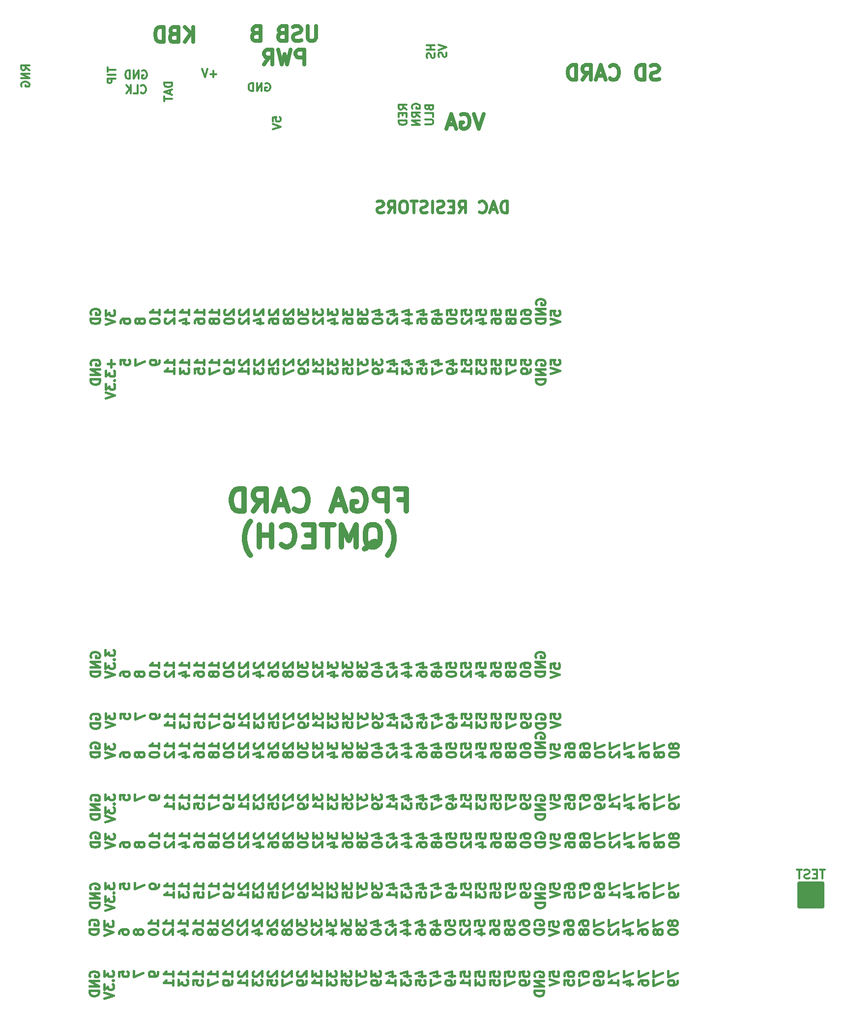
<source format=gbo>
G04 #@! TF.GenerationSoftware,KiCad,Pcbnew,(6.0.1)*
G04 #@! TF.CreationDate,2022-08-24T13:17:37-04:00*
G04 #@! TF.ProjectId,RETRO-FPGA-ITX,52455452-4f2d-4465-9047-412d4954582e,1*
G04 #@! TF.SameCoordinates,Original*
G04 #@! TF.FileFunction,Legend,Bot*
G04 #@! TF.FilePolarity,Positive*
%FSLAX46Y46*%
G04 Gerber Fmt 4.6, Leading zero omitted, Abs format (unit mm)*
G04 Created by KiCad (PCBNEW (6.0.1)) date 2022-08-24 13:17:37*
%MOMM*%
%LPD*%
G01*
G04 APERTURE LIST*
%ADD10C,0.396875*%
%ADD11C,0.349250*%
%ADD12C,0.500000*%
%ADD13C,0.635000*%
%ADD14C,0.952500*%
%ADD15C,0.304800*%
%ADD16C,0.650000*%
G04 APERTURE END LIST*
D10*
X163971288Y-189427492D02*
X163895692Y-189276302D01*
X163895692Y-189049516D01*
X163971288Y-188822730D01*
X164122478Y-188671540D01*
X164273668Y-188595944D01*
X164576049Y-188520349D01*
X164802835Y-188520349D01*
X165105216Y-188595944D01*
X165256407Y-188671540D01*
X165407597Y-188822730D01*
X165483192Y-189049516D01*
X165483192Y-189200706D01*
X165407597Y-189427492D01*
X165332002Y-189503087D01*
X164802835Y-189503087D01*
X164802835Y-189200706D01*
X165483192Y-190183444D02*
X163895692Y-190183444D01*
X165483192Y-191090587D01*
X163895692Y-191090587D01*
X165483192Y-191846540D02*
X163895692Y-191846540D01*
X163895692Y-192224516D01*
X163971288Y-192451302D01*
X164122478Y-192602492D01*
X164273668Y-192678087D01*
X164576049Y-192753683D01*
X164802835Y-192753683D01*
X165105216Y-192678087D01*
X165256407Y-192602492D01*
X165407597Y-192451302D01*
X165483192Y-192224516D01*
X165483192Y-191846540D01*
X166451567Y-188444754D02*
X166451567Y-189427492D01*
X167056329Y-188898325D01*
X167056329Y-189125111D01*
X167131924Y-189276302D01*
X167207520Y-189351897D01*
X167358710Y-189427492D01*
X167736686Y-189427492D01*
X167887877Y-189351897D01*
X167963472Y-189276302D01*
X168039067Y-189125111D01*
X168039067Y-188671540D01*
X167963472Y-188520349D01*
X167887877Y-188444754D01*
X167887877Y-190107849D02*
X167963472Y-190183444D01*
X168039067Y-190107849D01*
X167963472Y-190032254D01*
X167887877Y-190107849D01*
X168039067Y-190107849D01*
X166451567Y-190712611D02*
X166451567Y-191695349D01*
X167056329Y-191166183D01*
X167056329Y-191392968D01*
X167131924Y-191544159D01*
X167207520Y-191619754D01*
X167358710Y-191695349D01*
X167736686Y-191695349D01*
X167887877Y-191619754D01*
X167963472Y-191544159D01*
X168039067Y-191392968D01*
X168039067Y-190939397D01*
X167963472Y-190788206D01*
X167887877Y-190712611D01*
X166451567Y-192148921D02*
X168039067Y-192678087D01*
X166451567Y-193207254D01*
X169007442Y-189351897D02*
X169007442Y-188595944D01*
X169763395Y-188520349D01*
X169687799Y-188595944D01*
X169612204Y-188747135D01*
X169612204Y-189125111D01*
X169687799Y-189276302D01*
X169763395Y-189351897D01*
X169914585Y-189427492D01*
X170292561Y-189427492D01*
X170443752Y-189351897D01*
X170519347Y-189276302D01*
X170594942Y-189125111D01*
X170594942Y-188747135D01*
X170519347Y-188595944D01*
X170443752Y-188520349D01*
X171563317Y-188444754D02*
X171563317Y-189503087D01*
X173150817Y-188822730D01*
X175706692Y-188671540D02*
X175706692Y-188973921D01*
X175631097Y-189125111D01*
X175555502Y-189200706D01*
X175328716Y-189351897D01*
X175026335Y-189427492D01*
X174421573Y-189427492D01*
X174270383Y-189351897D01*
X174194788Y-189276302D01*
X174119192Y-189125111D01*
X174119192Y-188822730D01*
X174194788Y-188671540D01*
X174270383Y-188595944D01*
X174421573Y-188520349D01*
X174799549Y-188520349D01*
X174950740Y-188595944D01*
X175026335Y-188671540D01*
X175101930Y-188822730D01*
X175101930Y-189125111D01*
X175026335Y-189276302D01*
X174950740Y-189351897D01*
X174799549Y-189427492D01*
X178262567Y-189427492D02*
X178262567Y-188520349D01*
X178262567Y-188973921D02*
X176675067Y-188973921D01*
X176901853Y-188822730D01*
X177053043Y-188671540D01*
X177128639Y-188520349D01*
X178262567Y-190939397D02*
X178262567Y-190032254D01*
X178262567Y-190485825D02*
X176675067Y-190485825D01*
X176901853Y-190334635D01*
X177053043Y-190183444D01*
X177128639Y-190032254D01*
X180818442Y-189427492D02*
X180818442Y-188520349D01*
X180818442Y-188973921D02*
X179230942Y-188973921D01*
X179457728Y-188822730D01*
X179608918Y-188671540D01*
X179684514Y-188520349D01*
X179230942Y-189956659D02*
X179230942Y-190939397D01*
X179835704Y-190410230D01*
X179835704Y-190637016D01*
X179911299Y-190788206D01*
X179986895Y-190863802D01*
X180138085Y-190939397D01*
X180516061Y-190939397D01*
X180667252Y-190863802D01*
X180742847Y-190788206D01*
X180818442Y-190637016D01*
X180818442Y-190183444D01*
X180742847Y-190032254D01*
X180667252Y-189956659D01*
X183374317Y-189427492D02*
X183374317Y-188520349D01*
X183374317Y-188973921D02*
X181786817Y-188973921D01*
X182013603Y-188822730D01*
X182164793Y-188671540D01*
X182240389Y-188520349D01*
X181786817Y-190863802D02*
X181786817Y-190107849D01*
X182542770Y-190032254D01*
X182467174Y-190107849D01*
X182391579Y-190259040D01*
X182391579Y-190637016D01*
X182467174Y-190788206D01*
X182542770Y-190863802D01*
X182693960Y-190939397D01*
X183071936Y-190939397D01*
X183223127Y-190863802D01*
X183298722Y-190788206D01*
X183374317Y-190637016D01*
X183374317Y-190259040D01*
X183298722Y-190107849D01*
X183223127Y-190032254D01*
X185930192Y-189427492D02*
X185930192Y-188520349D01*
X185930192Y-188973921D02*
X184342692Y-188973921D01*
X184569478Y-188822730D01*
X184720668Y-188671540D01*
X184796264Y-188520349D01*
X184342692Y-189956659D02*
X184342692Y-191014992D01*
X185930192Y-190334635D01*
X188486067Y-189427492D02*
X188486067Y-188520349D01*
X188486067Y-188973921D02*
X186898567Y-188973921D01*
X187125353Y-188822730D01*
X187276543Y-188671540D01*
X187352139Y-188520349D01*
X188486067Y-190183444D02*
X188486067Y-190485825D01*
X188410472Y-190637016D01*
X188334877Y-190712611D01*
X188108091Y-190863802D01*
X187805710Y-190939397D01*
X187200948Y-190939397D01*
X187049758Y-190863802D01*
X186974163Y-190788206D01*
X186898567Y-190637016D01*
X186898567Y-190334635D01*
X186974163Y-190183444D01*
X187049758Y-190107849D01*
X187200948Y-190032254D01*
X187578924Y-190032254D01*
X187730115Y-190107849D01*
X187805710Y-190183444D01*
X187881305Y-190334635D01*
X187881305Y-190637016D01*
X187805710Y-190788206D01*
X187730115Y-190863802D01*
X187578924Y-190939397D01*
X189605633Y-188520349D02*
X189530038Y-188595944D01*
X189454442Y-188747135D01*
X189454442Y-189125111D01*
X189530038Y-189276302D01*
X189605633Y-189351897D01*
X189756823Y-189427492D01*
X189908014Y-189427492D01*
X190134799Y-189351897D01*
X191041942Y-188444754D01*
X191041942Y-189427492D01*
X191041942Y-190939397D02*
X191041942Y-190032254D01*
X191041942Y-190485825D02*
X189454442Y-190485825D01*
X189681228Y-190334635D01*
X189832418Y-190183444D01*
X189908014Y-190032254D01*
X192161508Y-188520349D02*
X192085913Y-188595944D01*
X192010317Y-188747135D01*
X192010317Y-189125111D01*
X192085913Y-189276302D01*
X192161508Y-189351897D01*
X192312698Y-189427492D01*
X192463889Y-189427492D01*
X192690674Y-189351897D01*
X193597817Y-188444754D01*
X193597817Y-189427492D01*
X192010317Y-189956659D02*
X192010317Y-190939397D01*
X192615079Y-190410230D01*
X192615079Y-190637016D01*
X192690674Y-190788206D01*
X192766270Y-190863802D01*
X192917460Y-190939397D01*
X193295436Y-190939397D01*
X193446627Y-190863802D01*
X193522222Y-190788206D01*
X193597817Y-190637016D01*
X193597817Y-190183444D01*
X193522222Y-190032254D01*
X193446627Y-189956659D01*
X194717383Y-188520349D02*
X194641788Y-188595944D01*
X194566192Y-188747135D01*
X194566192Y-189125111D01*
X194641788Y-189276302D01*
X194717383Y-189351897D01*
X194868573Y-189427492D01*
X195019764Y-189427492D01*
X195246549Y-189351897D01*
X196153692Y-188444754D01*
X196153692Y-189427492D01*
X194566192Y-190863802D02*
X194566192Y-190107849D01*
X195322145Y-190032254D01*
X195246549Y-190107849D01*
X195170954Y-190259040D01*
X195170954Y-190637016D01*
X195246549Y-190788206D01*
X195322145Y-190863802D01*
X195473335Y-190939397D01*
X195851311Y-190939397D01*
X196002502Y-190863802D01*
X196078097Y-190788206D01*
X196153692Y-190637016D01*
X196153692Y-190259040D01*
X196078097Y-190107849D01*
X196002502Y-190032254D01*
X197273258Y-188520349D02*
X197197663Y-188595944D01*
X197122067Y-188747135D01*
X197122067Y-189125111D01*
X197197663Y-189276302D01*
X197273258Y-189351897D01*
X197424448Y-189427492D01*
X197575639Y-189427492D01*
X197802424Y-189351897D01*
X198709567Y-188444754D01*
X198709567Y-189427492D01*
X197122067Y-189956659D02*
X197122067Y-191014992D01*
X198709567Y-190334635D01*
X199829133Y-188520349D02*
X199753538Y-188595944D01*
X199677942Y-188747135D01*
X199677942Y-189125111D01*
X199753538Y-189276302D01*
X199829133Y-189351897D01*
X199980323Y-189427492D01*
X200131514Y-189427492D01*
X200358299Y-189351897D01*
X201265442Y-188444754D01*
X201265442Y-189427492D01*
X201265442Y-190183444D02*
X201265442Y-190485825D01*
X201189847Y-190637016D01*
X201114252Y-190712611D01*
X200887466Y-190863802D01*
X200585085Y-190939397D01*
X199980323Y-190939397D01*
X199829133Y-190863802D01*
X199753538Y-190788206D01*
X199677942Y-190637016D01*
X199677942Y-190334635D01*
X199753538Y-190183444D01*
X199829133Y-190107849D01*
X199980323Y-190032254D01*
X200358299Y-190032254D01*
X200509490Y-190107849D01*
X200585085Y-190183444D01*
X200660680Y-190334635D01*
X200660680Y-190637016D01*
X200585085Y-190788206D01*
X200509490Y-190863802D01*
X200358299Y-190939397D01*
X202233817Y-188444754D02*
X202233817Y-189427492D01*
X202838579Y-188898325D01*
X202838579Y-189125111D01*
X202914174Y-189276302D01*
X202989770Y-189351897D01*
X203140960Y-189427492D01*
X203518936Y-189427492D01*
X203670127Y-189351897D01*
X203745722Y-189276302D01*
X203821317Y-189125111D01*
X203821317Y-188671540D01*
X203745722Y-188520349D01*
X203670127Y-188444754D01*
X203821317Y-190939397D02*
X203821317Y-190032254D01*
X203821317Y-190485825D02*
X202233817Y-190485825D01*
X202460603Y-190334635D01*
X202611793Y-190183444D01*
X202687389Y-190032254D01*
X204789692Y-188444754D02*
X204789692Y-189427492D01*
X205394454Y-188898325D01*
X205394454Y-189125111D01*
X205470049Y-189276302D01*
X205545645Y-189351897D01*
X205696835Y-189427492D01*
X206074811Y-189427492D01*
X206226002Y-189351897D01*
X206301597Y-189276302D01*
X206377192Y-189125111D01*
X206377192Y-188671540D01*
X206301597Y-188520349D01*
X206226002Y-188444754D01*
X204789692Y-189956659D02*
X204789692Y-190939397D01*
X205394454Y-190410230D01*
X205394454Y-190637016D01*
X205470049Y-190788206D01*
X205545645Y-190863802D01*
X205696835Y-190939397D01*
X206074811Y-190939397D01*
X206226002Y-190863802D01*
X206301597Y-190788206D01*
X206377192Y-190637016D01*
X206377192Y-190183444D01*
X206301597Y-190032254D01*
X206226002Y-189956659D01*
X207345567Y-188444754D02*
X207345567Y-189427492D01*
X207950329Y-188898325D01*
X207950329Y-189125111D01*
X208025924Y-189276302D01*
X208101520Y-189351897D01*
X208252710Y-189427492D01*
X208630686Y-189427492D01*
X208781877Y-189351897D01*
X208857472Y-189276302D01*
X208933067Y-189125111D01*
X208933067Y-188671540D01*
X208857472Y-188520349D01*
X208781877Y-188444754D01*
X207345567Y-190863802D02*
X207345567Y-190107849D01*
X208101520Y-190032254D01*
X208025924Y-190107849D01*
X207950329Y-190259040D01*
X207950329Y-190637016D01*
X208025924Y-190788206D01*
X208101520Y-190863802D01*
X208252710Y-190939397D01*
X208630686Y-190939397D01*
X208781877Y-190863802D01*
X208857472Y-190788206D01*
X208933067Y-190637016D01*
X208933067Y-190259040D01*
X208857472Y-190107849D01*
X208781877Y-190032254D01*
X209901442Y-188444754D02*
X209901442Y-189427492D01*
X210506204Y-188898325D01*
X210506204Y-189125111D01*
X210581799Y-189276302D01*
X210657395Y-189351897D01*
X210808585Y-189427492D01*
X211186561Y-189427492D01*
X211337752Y-189351897D01*
X211413347Y-189276302D01*
X211488942Y-189125111D01*
X211488942Y-188671540D01*
X211413347Y-188520349D01*
X211337752Y-188444754D01*
X209901442Y-189956659D02*
X209901442Y-191014992D01*
X211488942Y-190334635D01*
X212457317Y-188444754D02*
X212457317Y-189427492D01*
X213062079Y-188898325D01*
X213062079Y-189125111D01*
X213137674Y-189276302D01*
X213213270Y-189351897D01*
X213364460Y-189427492D01*
X213742436Y-189427492D01*
X213893627Y-189351897D01*
X213969222Y-189276302D01*
X214044817Y-189125111D01*
X214044817Y-188671540D01*
X213969222Y-188520349D01*
X213893627Y-188444754D01*
X214044817Y-190183444D02*
X214044817Y-190485825D01*
X213969222Y-190637016D01*
X213893627Y-190712611D01*
X213666841Y-190863802D01*
X213364460Y-190939397D01*
X212759698Y-190939397D01*
X212608508Y-190863802D01*
X212532913Y-190788206D01*
X212457317Y-190637016D01*
X212457317Y-190334635D01*
X212532913Y-190183444D01*
X212608508Y-190107849D01*
X212759698Y-190032254D01*
X213137674Y-190032254D01*
X213288865Y-190107849D01*
X213364460Y-190183444D01*
X213440055Y-190334635D01*
X213440055Y-190637016D01*
X213364460Y-190788206D01*
X213288865Y-190863802D01*
X213137674Y-190939397D01*
X215542359Y-189276302D02*
X216600692Y-189276302D01*
X214937597Y-188898325D02*
X216071526Y-188520349D01*
X216071526Y-189503087D01*
X216600692Y-190939397D02*
X216600692Y-190032254D01*
X216600692Y-190485825D02*
X215013192Y-190485825D01*
X215239978Y-190334635D01*
X215391168Y-190183444D01*
X215466764Y-190032254D01*
X218098234Y-189276302D02*
X219156567Y-189276302D01*
X217493472Y-188898325D02*
X218627401Y-188520349D01*
X218627401Y-189503087D01*
X217569067Y-189956659D02*
X217569067Y-190939397D01*
X218173829Y-190410230D01*
X218173829Y-190637016D01*
X218249424Y-190788206D01*
X218325020Y-190863802D01*
X218476210Y-190939397D01*
X218854186Y-190939397D01*
X219005377Y-190863802D01*
X219080972Y-190788206D01*
X219156567Y-190637016D01*
X219156567Y-190183444D01*
X219080972Y-190032254D01*
X219005377Y-189956659D01*
X220654109Y-189276302D02*
X221712442Y-189276302D01*
X220049347Y-188898325D02*
X221183276Y-188520349D01*
X221183276Y-189503087D01*
X220124942Y-190863802D02*
X220124942Y-190107849D01*
X220880895Y-190032254D01*
X220805299Y-190107849D01*
X220729704Y-190259040D01*
X220729704Y-190637016D01*
X220805299Y-190788206D01*
X220880895Y-190863802D01*
X221032085Y-190939397D01*
X221410061Y-190939397D01*
X221561252Y-190863802D01*
X221636847Y-190788206D01*
X221712442Y-190637016D01*
X221712442Y-190259040D01*
X221636847Y-190107849D01*
X221561252Y-190032254D01*
X223209984Y-189276302D02*
X224268317Y-189276302D01*
X222605222Y-188898325D02*
X223739151Y-188520349D01*
X223739151Y-189503087D01*
X222680817Y-189956659D02*
X222680817Y-191014992D01*
X224268317Y-190334635D01*
X225765859Y-189276302D02*
X226824192Y-189276302D01*
X225161097Y-188898325D02*
X226295026Y-188520349D01*
X226295026Y-189503087D01*
X226824192Y-190183444D02*
X226824192Y-190485825D01*
X226748597Y-190637016D01*
X226673002Y-190712611D01*
X226446216Y-190863802D01*
X226143835Y-190939397D01*
X225539073Y-190939397D01*
X225387883Y-190863802D01*
X225312288Y-190788206D01*
X225236692Y-190637016D01*
X225236692Y-190334635D01*
X225312288Y-190183444D01*
X225387883Y-190107849D01*
X225539073Y-190032254D01*
X225917049Y-190032254D01*
X226068240Y-190107849D01*
X226143835Y-190183444D01*
X226219430Y-190334635D01*
X226219430Y-190637016D01*
X226143835Y-190788206D01*
X226068240Y-190863802D01*
X225917049Y-190939397D01*
X227792567Y-189351897D02*
X227792567Y-188595944D01*
X228548520Y-188520349D01*
X228472924Y-188595944D01*
X228397329Y-188747135D01*
X228397329Y-189125111D01*
X228472924Y-189276302D01*
X228548520Y-189351897D01*
X228699710Y-189427492D01*
X229077686Y-189427492D01*
X229228877Y-189351897D01*
X229304472Y-189276302D01*
X229380067Y-189125111D01*
X229380067Y-188747135D01*
X229304472Y-188595944D01*
X229228877Y-188520349D01*
X229380067Y-190939397D02*
X229380067Y-190032254D01*
X229380067Y-190485825D02*
X227792567Y-190485825D01*
X228019353Y-190334635D01*
X228170543Y-190183444D01*
X228246139Y-190032254D01*
X230348442Y-189351897D02*
X230348442Y-188595944D01*
X231104395Y-188520349D01*
X231028799Y-188595944D01*
X230953204Y-188747135D01*
X230953204Y-189125111D01*
X231028799Y-189276302D01*
X231104395Y-189351897D01*
X231255585Y-189427492D01*
X231633561Y-189427492D01*
X231784752Y-189351897D01*
X231860347Y-189276302D01*
X231935942Y-189125111D01*
X231935942Y-188747135D01*
X231860347Y-188595944D01*
X231784752Y-188520349D01*
X230348442Y-189956659D02*
X230348442Y-190939397D01*
X230953204Y-190410230D01*
X230953204Y-190637016D01*
X231028799Y-190788206D01*
X231104395Y-190863802D01*
X231255585Y-190939397D01*
X231633561Y-190939397D01*
X231784752Y-190863802D01*
X231860347Y-190788206D01*
X231935942Y-190637016D01*
X231935942Y-190183444D01*
X231860347Y-190032254D01*
X231784752Y-189956659D01*
X232904317Y-189351897D02*
X232904317Y-188595944D01*
X233660270Y-188520349D01*
X233584674Y-188595944D01*
X233509079Y-188747135D01*
X233509079Y-189125111D01*
X233584674Y-189276302D01*
X233660270Y-189351897D01*
X233811460Y-189427492D01*
X234189436Y-189427492D01*
X234340627Y-189351897D01*
X234416222Y-189276302D01*
X234491817Y-189125111D01*
X234491817Y-188747135D01*
X234416222Y-188595944D01*
X234340627Y-188520349D01*
X232904317Y-190863802D02*
X232904317Y-190107849D01*
X233660270Y-190032254D01*
X233584674Y-190107849D01*
X233509079Y-190259040D01*
X233509079Y-190637016D01*
X233584674Y-190788206D01*
X233660270Y-190863802D01*
X233811460Y-190939397D01*
X234189436Y-190939397D01*
X234340627Y-190863802D01*
X234416222Y-190788206D01*
X234491817Y-190637016D01*
X234491817Y-190259040D01*
X234416222Y-190107849D01*
X234340627Y-190032254D01*
X235460192Y-189351897D02*
X235460192Y-188595944D01*
X236216145Y-188520349D01*
X236140549Y-188595944D01*
X236064954Y-188747135D01*
X236064954Y-189125111D01*
X236140549Y-189276302D01*
X236216145Y-189351897D01*
X236367335Y-189427492D01*
X236745311Y-189427492D01*
X236896502Y-189351897D01*
X236972097Y-189276302D01*
X237047692Y-189125111D01*
X237047692Y-188747135D01*
X236972097Y-188595944D01*
X236896502Y-188520349D01*
X235460192Y-189956659D02*
X235460192Y-191014992D01*
X237047692Y-190334635D01*
X238016067Y-189351897D02*
X238016067Y-188595944D01*
X238772020Y-188520349D01*
X238696424Y-188595944D01*
X238620829Y-188747135D01*
X238620829Y-189125111D01*
X238696424Y-189276302D01*
X238772020Y-189351897D01*
X238923210Y-189427492D01*
X239301186Y-189427492D01*
X239452377Y-189351897D01*
X239527972Y-189276302D01*
X239603567Y-189125111D01*
X239603567Y-188747135D01*
X239527972Y-188595944D01*
X239452377Y-188520349D01*
X239603567Y-190183444D02*
X239603567Y-190485825D01*
X239527972Y-190637016D01*
X239452377Y-190712611D01*
X239225591Y-190863802D01*
X238923210Y-190939397D01*
X238318448Y-190939397D01*
X238167258Y-190863802D01*
X238091663Y-190788206D01*
X238016067Y-190637016D01*
X238016067Y-190334635D01*
X238091663Y-190183444D01*
X238167258Y-190107849D01*
X238318448Y-190032254D01*
X238696424Y-190032254D01*
X238847615Y-190107849D01*
X238923210Y-190183444D01*
X238998805Y-190334635D01*
X238998805Y-190637016D01*
X238923210Y-190788206D01*
X238847615Y-190863802D01*
X238696424Y-190939397D01*
X240647538Y-189427492D02*
X240571942Y-189276302D01*
X240571942Y-189049516D01*
X240647538Y-188822730D01*
X240798728Y-188671540D01*
X240949918Y-188595944D01*
X241252299Y-188520349D01*
X241479085Y-188520349D01*
X241781466Y-188595944D01*
X241932657Y-188671540D01*
X242083847Y-188822730D01*
X242159442Y-189049516D01*
X242159442Y-189200706D01*
X242083847Y-189427492D01*
X242008252Y-189503087D01*
X241479085Y-189503087D01*
X241479085Y-189200706D01*
X242159442Y-190183444D02*
X240571942Y-190183444D01*
X242159442Y-191090587D01*
X240571942Y-191090587D01*
X242159442Y-191846540D02*
X240571942Y-191846540D01*
X240571942Y-192224516D01*
X240647538Y-192451302D01*
X240798728Y-192602492D01*
X240949918Y-192678087D01*
X241252299Y-192753683D01*
X241479085Y-192753683D01*
X241781466Y-192678087D01*
X241932657Y-192602492D01*
X242083847Y-192451302D01*
X242159442Y-192224516D01*
X242159442Y-191846540D01*
X243127817Y-189351897D02*
X243127817Y-188595944D01*
X243883770Y-188520349D01*
X243808174Y-188595944D01*
X243732579Y-188747135D01*
X243732579Y-189125111D01*
X243808174Y-189276302D01*
X243883770Y-189351897D01*
X244034960Y-189427492D01*
X244412936Y-189427492D01*
X244564127Y-189351897D01*
X244639722Y-189276302D01*
X244715317Y-189125111D01*
X244715317Y-188747135D01*
X244639722Y-188595944D01*
X244564127Y-188520349D01*
X243127817Y-189881063D02*
X244715317Y-190410230D01*
X243127817Y-190939397D01*
X245683692Y-189276302D02*
X245683692Y-188973921D01*
X245759288Y-188822730D01*
X245834883Y-188747135D01*
X246061668Y-188595944D01*
X246364049Y-188520349D01*
X246968811Y-188520349D01*
X247120002Y-188595944D01*
X247195597Y-188671540D01*
X247271192Y-188822730D01*
X247271192Y-189125111D01*
X247195597Y-189276302D01*
X247120002Y-189351897D01*
X246968811Y-189427492D01*
X246590835Y-189427492D01*
X246439645Y-189351897D01*
X246364049Y-189276302D01*
X246288454Y-189125111D01*
X246288454Y-188822730D01*
X246364049Y-188671540D01*
X246439645Y-188595944D01*
X246590835Y-188520349D01*
X245683692Y-190863802D02*
X245683692Y-190107849D01*
X246439645Y-190032254D01*
X246364049Y-190107849D01*
X246288454Y-190259040D01*
X246288454Y-190637016D01*
X246364049Y-190788206D01*
X246439645Y-190863802D01*
X246590835Y-190939397D01*
X246968811Y-190939397D01*
X247120002Y-190863802D01*
X247195597Y-190788206D01*
X247271192Y-190637016D01*
X247271192Y-190259040D01*
X247195597Y-190107849D01*
X247120002Y-190032254D01*
X248239567Y-189276302D02*
X248239567Y-188973921D01*
X248315163Y-188822730D01*
X248390758Y-188747135D01*
X248617543Y-188595944D01*
X248919924Y-188520349D01*
X249524686Y-188520349D01*
X249675877Y-188595944D01*
X249751472Y-188671540D01*
X249827067Y-188822730D01*
X249827067Y-189125111D01*
X249751472Y-189276302D01*
X249675877Y-189351897D01*
X249524686Y-189427492D01*
X249146710Y-189427492D01*
X248995520Y-189351897D01*
X248919924Y-189276302D01*
X248844329Y-189125111D01*
X248844329Y-188822730D01*
X248919924Y-188671540D01*
X248995520Y-188595944D01*
X249146710Y-188520349D01*
X248239567Y-189956659D02*
X248239567Y-191014992D01*
X249827067Y-190334635D01*
X250795442Y-189276302D02*
X250795442Y-188973921D01*
X250871038Y-188822730D01*
X250946633Y-188747135D01*
X251173418Y-188595944D01*
X251475799Y-188520349D01*
X252080561Y-188520349D01*
X252231752Y-188595944D01*
X252307347Y-188671540D01*
X252382942Y-188822730D01*
X252382942Y-189125111D01*
X252307347Y-189276302D01*
X252231752Y-189351897D01*
X252080561Y-189427492D01*
X251702585Y-189427492D01*
X251551395Y-189351897D01*
X251475799Y-189276302D01*
X251400204Y-189125111D01*
X251400204Y-188822730D01*
X251475799Y-188671540D01*
X251551395Y-188595944D01*
X251702585Y-188520349D01*
X252382942Y-190183444D02*
X252382942Y-190485825D01*
X252307347Y-190637016D01*
X252231752Y-190712611D01*
X252004966Y-190863802D01*
X251702585Y-190939397D01*
X251097823Y-190939397D01*
X250946633Y-190863802D01*
X250871038Y-190788206D01*
X250795442Y-190637016D01*
X250795442Y-190334635D01*
X250871038Y-190183444D01*
X250946633Y-190107849D01*
X251097823Y-190032254D01*
X251475799Y-190032254D01*
X251626990Y-190107849D01*
X251702585Y-190183444D01*
X251778180Y-190334635D01*
X251778180Y-190637016D01*
X251702585Y-190788206D01*
X251626990Y-190863802D01*
X251475799Y-190939397D01*
X253351317Y-188444754D02*
X253351317Y-189503087D01*
X254938817Y-188822730D01*
X254938817Y-190939397D02*
X254938817Y-190032254D01*
X254938817Y-190485825D02*
X253351317Y-190485825D01*
X253578103Y-190334635D01*
X253729293Y-190183444D01*
X253804889Y-190032254D01*
X255907192Y-188444754D02*
X255907192Y-189503087D01*
X257494692Y-188822730D01*
X256436359Y-190788206D02*
X257494692Y-190788206D01*
X255831597Y-190410230D02*
X256965526Y-190032254D01*
X256965526Y-191014992D01*
X258463067Y-188444754D02*
X258463067Y-189503087D01*
X260050567Y-188822730D01*
X258463067Y-190788206D02*
X258463067Y-190485825D01*
X258538663Y-190334635D01*
X258614258Y-190259040D01*
X258841043Y-190107849D01*
X259143424Y-190032254D01*
X259748186Y-190032254D01*
X259899377Y-190107849D01*
X259974972Y-190183444D01*
X260050567Y-190334635D01*
X260050567Y-190637016D01*
X259974972Y-190788206D01*
X259899377Y-190863802D01*
X259748186Y-190939397D01*
X259370210Y-190939397D01*
X259219020Y-190863802D01*
X259143424Y-190788206D01*
X259067829Y-190637016D01*
X259067829Y-190334635D01*
X259143424Y-190183444D01*
X259219020Y-190107849D01*
X259370210Y-190032254D01*
X261018942Y-188444754D02*
X261018942Y-189503087D01*
X262606442Y-188822730D01*
X261018942Y-189956659D02*
X261018942Y-191014992D01*
X262606442Y-190334635D01*
X263574817Y-188444754D02*
X263574817Y-189503087D01*
X265162317Y-188822730D01*
X265162317Y-190183444D02*
X265162317Y-190485825D01*
X265086722Y-190637016D01*
X265011127Y-190712611D01*
X264784341Y-190863802D01*
X264481960Y-190939397D01*
X263877198Y-190939397D01*
X263726008Y-190863802D01*
X263650413Y-190788206D01*
X263574817Y-190637016D01*
X263574817Y-190334635D01*
X263650413Y-190183444D01*
X263726008Y-190107849D01*
X263877198Y-190032254D01*
X264255174Y-190032254D01*
X264406365Y-190107849D01*
X264481960Y-190183444D01*
X264557555Y-190334635D01*
X264557555Y-190637016D01*
X264481960Y-190788206D01*
X264406365Y-190863802D01*
X264255174Y-190939397D01*
D11*
X222266059Y-54936316D02*
X222332583Y-55135887D01*
X222399106Y-55202411D01*
X222532154Y-55268935D01*
X222731725Y-55268935D01*
X222864773Y-55202411D01*
X222931297Y-55135887D01*
X222997821Y-55002840D01*
X222997821Y-54470649D01*
X221600821Y-54470649D01*
X221600821Y-54936316D01*
X221667345Y-55069364D01*
X221733868Y-55135887D01*
X221866916Y-55202411D01*
X221999964Y-55202411D01*
X222133011Y-55135887D01*
X222199535Y-55069364D01*
X222266059Y-54936316D01*
X222266059Y-54470649D01*
X222997821Y-56532887D02*
X222997821Y-55867649D01*
X221600821Y-55867649D01*
X221600821Y-56998554D02*
X222731725Y-56998554D01*
X222864773Y-57065078D01*
X222931297Y-57131602D01*
X222997821Y-57264649D01*
X222997821Y-57530745D01*
X222931297Y-57663792D01*
X222864773Y-57730316D01*
X222731725Y-57796840D01*
X221600821Y-57796840D01*
X219381345Y-55069364D02*
X219314821Y-54936316D01*
X219314821Y-54736745D01*
X219381345Y-54537173D01*
X219514392Y-54404125D01*
X219647440Y-54337602D01*
X219913535Y-54271078D01*
X220113106Y-54271078D01*
X220379202Y-54337602D01*
X220512249Y-54404125D01*
X220645297Y-54537173D01*
X220711821Y-54736745D01*
X220711821Y-54869792D01*
X220645297Y-55069364D01*
X220578773Y-55135887D01*
X220113106Y-55135887D01*
X220113106Y-54869792D01*
X220711821Y-56532887D02*
X220046583Y-56067221D01*
X220711821Y-55734602D02*
X219314821Y-55734602D01*
X219314821Y-56266792D01*
X219381345Y-56399840D01*
X219447868Y-56466364D01*
X219580916Y-56532887D01*
X219780487Y-56532887D01*
X219913535Y-56466364D01*
X219980059Y-56399840D01*
X220046583Y-56266792D01*
X220046583Y-55734602D01*
X220711821Y-57131602D02*
X219314821Y-57131602D01*
X220711821Y-57929887D01*
X219314821Y-57929887D01*
X166874976Y-47972738D02*
X166874976Y-48771023D01*
X168271976Y-48371880D02*
X166874976Y-48371880D01*
X168271976Y-49236690D02*
X166874976Y-49236690D01*
X168271976Y-49901928D02*
X166874976Y-49901928D01*
X166874976Y-50434119D01*
X166941500Y-50567166D01*
X167008023Y-50633690D01*
X167141071Y-50700214D01*
X167340642Y-50700214D01*
X167473690Y-50633690D01*
X167540214Y-50567166D01*
X167606738Y-50434119D01*
X167606738Y-49901928D01*
X223251821Y-44147364D02*
X221854821Y-44147364D01*
X222520059Y-44147364D02*
X222520059Y-44945649D01*
X223251821Y-44945649D02*
X221854821Y-44945649D01*
X223185297Y-45544364D02*
X223251821Y-45743935D01*
X223251821Y-46076554D01*
X223185297Y-46209602D01*
X223118773Y-46276125D01*
X222985725Y-46342649D01*
X222852678Y-46342649D01*
X222719630Y-46276125D01*
X222653106Y-46209602D01*
X222586583Y-46076554D01*
X222520059Y-45810459D01*
X222453535Y-45677411D01*
X222387011Y-45610887D01*
X222253964Y-45544364D01*
X222120916Y-45544364D01*
X221987868Y-45610887D01*
X221921345Y-45677411D01*
X221854821Y-45810459D01*
X221854821Y-46143078D01*
X221921345Y-46342649D01*
D12*
X235788654Y-73040506D02*
X235788654Y-71040506D01*
X235312464Y-71040506D01*
X235026749Y-71135745D01*
X234836273Y-71326221D01*
X234741035Y-71516697D01*
X234645797Y-71897649D01*
X234645797Y-72183364D01*
X234741035Y-72564316D01*
X234836273Y-72754792D01*
X235026749Y-72945268D01*
X235312464Y-73040506D01*
X235788654Y-73040506D01*
X233883892Y-72469078D02*
X232931511Y-72469078D01*
X234074368Y-73040506D02*
X233407702Y-71040506D01*
X232741035Y-73040506D01*
X230931511Y-72850030D02*
X231026749Y-72945268D01*
X231312464Y-73040506D01*
X231502940Y-73040506D01*
X231788654Y-72945268D01*
X231979130Y-72754792D01*
X232074368Y-72564316D01*
X232169606Y-72183364D01*
X232169606Y-71897649D01*
X232074368Y-71516697D01*
X231979130Y-71326221D01*
X231788654Y-71135745D01*
X231502940Y-71040506D01*
X231312464Y-71040506D01*
X231026749Y-71135745D01*
X230931511Y-71230983D01*
X227407702Y-73040506D02*
X228074368Y-72088125D01*
X228550559Y-73040506D02*
X228550559Y-71040506D01*
X227788654Y-71040506D01*
X227598178Y-71135745D01*
X227502940Y-71230983D01*
X227407702Y-71421459D01*
X227407702Y-71707173D01*
X227502940Y-71897649D01*
X227598178Y-71992887D01*
X227788654Y-72088125D01*
X228550559Y-72088125D01*
X226550559Y-71992887D02*
X225883892Y-71992887D01*
X225598178Y-73040506D02*
X226550559Y-73040506D01*
X226550559Y-71040506D01*
X225598178Y-71040506D01*
X224836273Y-72945268D02*
X224550559Y-73040506D01*
X224074368Y-73040506D01*
X223883892Y-72945268D01*
X223788654Y-72850030D01*
X223693416Y-72659554D01*
X223693416Y-72469078D01*
X223788654Y-72278602D01*
X223883892Y-72183364D01*
X224074368Y-72088125D01*
X224455321Y-71992887D01*
X224645797Y-71897649D01*
X224741035Y-71802411D01*
X224836273Y-71611935D01*
X224836273Y-71421459D01*
X224741035Y-71230983D01*
X224645797Y-71135745D01*
X224455321Y-71040506D01*
X223979130Y-71040506D01*
X223693416Y-71135745D01*
X222836273Y-73040506D02*
X222836273Y-71040506D01*
X221979130Y-72945268D02*
X221693416Y-73040506D01*
X221217225Y-73040506D01*
X221026749Y-72945268D01*
X220931511Y-72850030D01*
X220836273Y-72659554D01*
X220836273Y-72469078D01*
X220931511Y-72278602D01*
X221026749Y-72183364D01*
X221217225Y-72088125D01*
X221598178Y-71992887D01*
X221788654Y-71897649D01*
X221883892Y-71802411D01*
X221979130Y-71611935D01*
X221979130Y-71421459D01*
X221883892Y-71230983D01*
X221788654Y-71135745D01*
X221598178Y-71040506D01*
X221121987Y-71040506D01*
X220836273Y-71135745D01*
X220264845Y-71040506D02*
X219121987Y-71040506D01*
X219693416Y-73040506D02*
X219693416Y-71040506D01*
X218074368Y-71040506D02*
X217693416Y-71040506D01*
X217502940Y-71135745D01*
X217312464Y-71326221D01*
X217217225Y-71707173D01*
X217217225Y-72373840D01*
X217312464Y-72754792D01*
X217502940Y-72945268D01*
X217693416Y-73040506D01*
X218074368Y-73040506D01*
X218264845Y-72945268D01*
X218455321Y-72754792D01*
X218550559Y-72373840D01*
X218550559Y-71707173D01*
X218455321Y-71326221D01*
X218264845Y-71135745D01*
X218074368Y-71040506D01*
X215217225Y-73040506D02*
X215883892Y-72088125D01*
X216360083Y-73040506D02*
X216360083Y-71040506D01*
X215598178Y-71040506D01*
X215407702Y-71135745D01*
X215312464Y-71230983D01*
X215217225Y-71421459D01*
X215217225Y-71707173D01*
X215312464Y-71897649D01*
X215407702Y-71992887D01*
X215598178Y-72088125D01*
X216360083Y-72088125D01*
X214455321Y-72945268D02*
X214169606Y-73040506D01*
X213693416Y-73040506D01*
X213502940Y-72945268D01*
X213407702Y-72850030D01*
X213312464Y-72659554D01*
X213312464Y-72469078D01*
X213407702Y-72278602D01*
X213502940Y-72183364D01*
X213693416Y-72088125D01*
X214074368Y-71992887D01*
X214264845Y-71897649D01*
X214360083Y-71802411D01*
X214455321Y-71611935D01*
X214455321Y-71421459D01*
X214360083Y-71230983D01*
X214264845Y-71135745D01*
X214074368Y-71040506D01*
X213598178Y-71040506D01*
X213312464Y-71135745D01*
D11*
X185643404Y-49140285D02*
X184579023Y-49140285D01*
X185111214Y-49672476D02*
X185111214Y-48608095D01*
X184113357Y-48275476D02*
X183647690Y-49672476D01*
X183182023Y-48275476D01*
D10*
X163818888Y-195667955D02*
X163743292Y-195516764D01*
X163743292Y-195289978D01*
X163818888Y-195063193D01*
X163970078Y-194912002D01*
X164121268Y-194836407D01*
X164423649Y-194760812D01*
X164650435Y-194760812D01*
X164952816Y-194836407D01*
X165104007Y-194912002D01*
X165255197Y-195063193D01*
X165330792Y-195289978D01*
X165330792Y-195441169D01*
X165255197Y-195667955D01*
X165179602Y-195743550D01*
X164650435Y-195743550D01*
X164650435Y-195441169D01*
X165330792Y-196423907D02*
X163743292Y-196423907D01*
X163743292Y-196801883D01*
X163818888Y-197028669D01*
X163970078Y-197179859D01*
X164121268Y-197255455D01*
X164423649Y-197331050D01*
X164650435Y-197331050D01*
X164952816Y-197255455D01*
X165104007Y-197179859D01*
X165255197Y-197028669D01*
X165330792Y-196801883D01*
X165330792Y-196423907D01*
X166299167Y-194987597D02*
X166299167Y-195970336D01*
X166903929Y-195441169D01*
X166903929Y-195667955D01*
X166979524Y-195819145D01*
X167055120Y-195894740D01*
X167206310Y-195970336D01*
X167584286Y-195970336D01*
X167735477Y-195894740D01*
X167811072Y-195819145D01*
X167886667Y-195667955D01*
X167886667Y-195214383D01*
X167811072Y-195063193D01*
X167735477Y-194987597D01*
X166299167Y-196423907D02*
X167886667Y-196953074D01*
X166299167Y-197482240D01*
X168855042Y-197179859D02*
X168855042Y-196877478D01*
X168930638Y-196726288D01*
X169006233Y-196650693D01*
X169233018Y-196499502D01*
X169535399Y-196423907D01*
X170140161Y-196423907D01*
X170291352Y-196499502D01*
X170366947Y-196575097D01*
X170442542Y-196726288D01*
X170442542Y-197028669D01*
X170366947Y-197179859D01*
X170291352Y-197255455D01*
X170140161Y-197331050D01*
X169762185Y-197331050D01*
X169610995Y-197255455D01*
X169535399Y-197179859D01*
X169459804Y-197028669D01*
X169459804Y-196726288D01*
X169535399Y-196575097D01*
X169610995Y-196499502D01*
X169762185Y-196423907D01*
X172091274Y-196726288D02*
X172015679Y-196575097D01*
X171940084Y-196499502D01*
X171788893Y-196423907D01*
X171713298Y-196423907D01*
X171562108Y-196499502D01*
X171486513Y-196575097D01*
X171410917Y-196726288D01*
X171410917Y-197028669D01*
X171486513Y-197179859D01*
X171562108Y-197255455D01*
X171713298Y-197331050D01*
X171788893Y-197331050D01*
X171940084Y-197255455D01*
X172015679Y-197179859D01*
X172091274Y-197028669D01*
X172091274Y-196726288D01*
X172166870Y-196575097D01*
X172242465Y-196499502D01*
X172393655Y-196423907D01*
X172696036Y-196423907D01*
X172847227Y-196499502D01*
X172922822Y-196575097D01*
X172998417Y-196726288D01*
X172998417Y-197028669D01*
X172922822Y-197179859D01*
X172847227Y-197255455D01*
X172696036Y-197331050D01*
X172393655Y-197331050D01*
X172242465Y-197255455D01*
X172166870Y-197179859D01*
X172091274Y-197028669D01*
X175554292Y-195819145D02*
X175554292Y-194912002D01*
X175554292Y-195365574D02*
X173966792Y-195365574D01*
X174193578Y-195214383D01*
X174344768Y-195063193D01*
X174420364Y-194912002D01*
X173966792Y-196801883D02*
X173966792Y-196953074D01*
X174042388Y-197104264D01*
X174117983Y-197179859D01*
X174269173Y-197255455D01*
X174571554Y-197331050D01*
X174949530Y-197331050D01*
X175251911Y-197255455D01*
X175403102Y-197179859D01*
X175478697Y-197104264D01*
X175554292Y-196953074D01*
X175554292Y-196801883D01*
X175478697Y-196650693D01*
X175403102Y-196575097D01*
X175251911Y-196499502D01*
X174949530Y-196423907D01*
X174571554Y-196423907D01*
X174269173Y-196499502D01*
X174117983Y-196575097D01*
X174042388Y-196650693D01*
X173966792Y-196801883D01*
X178110167Y-195819145D02*
X178110167Y-194912002D01*
X178110167Y-195365574D02*
X176522667Y-195365574D01*
X176749453Y-195214383D01*
X176900643Y-195063193D01*
X176976239Y-194912002D01*
X176673858Y-196423907D02*
X176598263Y-196499502D01*
X176522667Y-196650693D01*
X176522667Y-197028669D01*
X176598263Y-197179859D01*
X176673858Y-197255455D01*
X176825048Y-197331050D01*
X176976239Y-197331050D01*
X177203024Y-197255455D01*
X178110167Y-196348312D01*
X178110167Y-197331050D01*
X180666042Y-195819145D02*
X180666042Y-194912002D01*
X180666042Y-195365574D02*
X179078542Y-195365574D01*
X179305328Y-195214383D01*
X179456518Y-195063193D01*
X179532114Y-194912002D01*
X179607709Y-197179859D02*
X180666042Y-197179859D01*
X179002947Y-196801883D02*
X180136876Y-196423907D01*
X180136876Y-197406645D01*
X183221917Y-195819145D02*
X183221917Y-194912002D01*
X183221917Y-195365574D02*
X181634417Y-195365574D01*
X181861203Y-195214383D01*
X182012393Y-195063193D01*
X182087989Y-194912002D01*
X181634417Y-197179859D02*
X181634417Y-196877478D01*
X181710013Y-196726288D01*
X181785608Y-196650693D01*
X182012393Y-196499502D01*
X182314774Y-196423907D01*
X182919536Y-196423907D01*
X183070727Y-196499502D01*
X183146322Y-196575097D01*
X183221917Y-196726288D01*
X183221917Y-197028669D01*
X183146322Y-197179859D01*
X183070727Y-197255455D01*
X182919536Y-197331050D01*
X182541560Y-197331050D01*
X182390370Y-197255455D01*
X182314774Y-197179859D01*
X182239179Y-197028669D01*
X182239179Y-196726288D01*
X182314774Y-196575097D01*
X182390370Y-196499502D01*
X182541560Y-196423907D01*
X185777792Y-195819145D02*
X185777792Y-194912002D01*
X185777792Y-195365574D02*
X184190292Y-195365574D01*
X184417078Y-195214383D01*
X184568268Y-195063193D01*
X184643864Y-194912002D01*
X184870649Y-196726288D02*
X184795054Y-196575097D01*
X184719459Y-196499502D01*
X184568268Y-196423907D01*
X184492673Y-196423907D01*
X184341483Y-196499502D01*
X184265888Y-196575097D01*
X184190292Y-196726288D01*
X184190292Y-197028669D01*
X184265888Y-197179859D01*
X184341483Y-197255455D01*
X184492673Y-197331050D01*
X184568268Y-197331050D01*
X184719459Y-197255455D01*
X184795054Y-197179859D01*
X184870649Y-197028669D01*
X184870649Y-196726288D01*
X184946245Y-196575097D01*
X185021840Y-196499502D01*
X185173030Y-196423907D01*
X185475411Y-196423907D01*
X185626602Y-196499502D01*
X185702197Y-196575097D01*
X185777792Y-196726288D01*
X185777792Y-197028669D01*
X185702197Y-197179859D01*
X185626602Y-197255455D01*
X185475411Y-197331050D01*
X185173030Y-197331050D01*
X185021840Y-197255455D01*
X184946245Y-197179859D01*
X184870649Y-197028669D01*
X186897358Y-194912002D02*
X186821763Y-194987597D01*
X186746167Y-195138788D01*
X186746167Y-195516764D01*
X186821763Y-195667955D01*
X186897358Y-195743550D01*
X187048548Y-195819145D01*
X187199739Y-195819145D01*
X187426524Y-195743550D01*
X188333667Y-194836407D01*
X188333667Y-195819145D01*
X186746167Y-196801883D02*
X186746167Y-196953074D01*
X186821763Y-197104264D01*
X186897358Y-197179859D01*
X187048548Y-197255455D01*
X187350929Y-197331050D01*
X187728905Y-197331050D01*
X188031286Y-197255455D01*
X188182477Y-197179859D01*
X188258072Y-197104264D01*
X188333667Y-196953074D01*
X188333667Y-196801883D01*
X188258072Y-196650693D01*
X188182477Y-196575097D01*
X188031286Y-196499502D01*
X187728905Y-196423907D01*
X187350929Y-196423907D01*
X187048548Y-196499502D01*
X186897358Y-196575097D01*
X186821763Y-196650693D01*
X186746167Y-196801883D01*
X189453233Y-194912002D02*
X189377638Y-194987597D01*
X189302042Y-195138788D01*
X189302042Y-195516764D01*
X189377638Y-195667955D01*
X189453233Y-195743550D01*
X189604423Y-195819145D01*
X189755614Y-195819145D01*
X189982399Y-195743550D01*
X190889542Y-194836407D01*
X190889542Y-195819145D01*
X189453233Y-196423907D02*
X189377638Y-196499502D01*
X189302042Y-196650693D01*
X189302042Y-197028669D01*
X189377638Y-197179859D01*
X189453233Y-197255455D01*
X189604423Y-197331050D01*
X189755614Y-197331050D01*
X189982399Y-197255455D01*
X190889542Y-196348312D01*
X190889542Y-197331050D01*
X192009108Y-194912002D02*
X191933513Y-194987597D01*
X191857917Y-195138788D01*
X191857917Y-195516764D01*
X191933513Y-195667955D01*
X192009108Y-195743550D01*
X192160298Y-195819145D01*
X192311489Y-195819145D01*
X192538274Y-195743550D01*
X193445417Y-194836407D01*
X193445417Y-195819145D01*
X192387084Y-197179859D02*
X193445417Y-197179859D01*
X191782322Y-196801883D02*
X192916251Y-196423907D01*
X192916251Y-197406645D01*
X194564983Y-194912002D02*
X194489388Y-194987597D01*
X194413792Y-195138788D01*
X194413792Y-195516764D01*
X194489388Y-195667955D01*
X194564983Y-195743550D01*
X194716173Y-195819145D01*
X194867364Y-195819145D01*
X195094149Y-195743550D01*
X196001292Y-194836407D01*
X196001292Y-195819145D01*
X194413792Y-197179859D02*
X194413792Y-196877478D01*
X194489388Y-196726288D01*
X194564983Y-196650693D01*
X194791768Y-196499502D01*
X195094149Y-196423907D01*
X195698911Y-196423907D01*
X195850102Y-196499502D01*
X195925697Y-196575097D01*
X196001292Y-196726288D01*
X196001292Y-197028669D01*
X195925697Y-197179859D01*
X195850102Y-197255455D01*
X195698911Y-197331050D01*
X195320935Y-197331050D01*
X195169745Y-197255455D01*
X195094149Y-197179859D01*
X195018554Y-197028669D01*
X195018554Y-196726288D01*
X195094149Y-196575097D01*
X195169745Y-196499502D01*
X195320935Y-196423907D01*
X197120858Y-194912002D02*
X197045263Y-194987597D01*
X196969667Y-195138788D01*
X196969667Y-195516764D01*
X197045263Y-195667955D01*
X197120858Y-195743550D01*
X197272048Y-195819145D01*
X197423239Y-195819145D01*
X197650024Y-195743550D01*
X198557167Y-194836407D01*
X198557167Y-195819145D01*
X197650024Y-196726288D02*
X197574429Y-196575097D01*
X197498834Y-196499502D01*
X197347643Y-196423907D01*
X197272048Y-196423907D01*
X197120858Y-196499502D01*
X197045263Y-196575097D01*
X196969667Y-196726288D01*
X196969667Y-197028669D01*
X197045263Y-197179859D01*
X197120858Y-197255455D01*
X197272048Y-197331050D01*
X197347643Y-197331050D01*
X197498834Y-197255455D01*
X197574429Y-197179859D01*
X197650024Y-197028669D01*
X197650024Y-196726288D01*
X197725620Y-196575097D01*
X197801215Y-196499502D01*
X197952405Y-196423907D01*
X198254786Y-196423907D01*
X198405977Y-196499502D01*
X198481572Y-196575097D01*
X198557167Y-196726288D01*
X198557167Y-197028669D01*
X198481572Y-197179859D01*
X198405977Y-197255455D01*
X198254786Y-197331050D01*
X197952405Y-197331050D01*
X197801215Y-197255455D01*
X197725620Y-197179859D01*
X197650024Y-197028669D01*
X199525542Y-194836407D02*
X199525542Y-195819145D01*
X200130304Y-195289978D01*
X200130304Y-195516764D01*
X200205899Y-195667955D01*
X200281495Y-195743550D01*
X200432685Y-195819145D01*
X200810661Y-195819145D01*
X200961852Y-195743550D01*
X201037447Y-195667955D01*
X201113042Y-195516764D01*
X201113042Y-195063193D01*
X201037447Y-194912002D01*
X200961852Y-194836407D01*
X199525542Y-196801883D02*
X199525542Y-196953074D01*
X199601138Y-197104264D01*
X199676733Y-197179859D01*
X199827923Y-197255455D01*
X200130304Y-197331050D01*
X200508280Y-197331050D01*
X200810661Y-197255455D01*
X200961852Y-197179859D01*
X201037447Y-197104264D01*
X201113042Y-196953074D01*
X201113042Y-196801883D01*
X201037447Y-196650693D01*
X200961852Y-196575097D01*
X200810661Y-196499502D01*
X200508280Y-196423907D01*
X200130304Y-196423907D01*
X199827923Y-196499502D01*
X199676733Y-196575097D01*
X199601138Y-196650693D01*
X199525542Y-196801883D01*
X202081417Y-194836407D02*
X202081417Y-195819145D01*
X202686179Y-195289978D01*
X202686179Y-195516764D01*
X202761774Y-195667955D01*
X202837370Y-195743550D01*
X202988560Y-195819145D01*
X203366536Y-195819145D01*
X203517727Y-195743550D01*
X203593322Y-195667955D01*
X203668917Y-195516764D01*
X203668917Y-195063193D01*
X203593322Y-194912002D01*
X203517727Y-194836407D01*
X202232608Y-196423907D02*
X202157013Y-196499502D01*
X202081417Y-196650693D01*
X202081417Y-197028669D01*
X202157013Y-197179859D01*
X202232608Y-197255455D01*
X202383798Y-197331050D01*
X202534989Y-197331050D01*
X202761774Y-197255455D01*
X203668917Y-196348312D01*
X203668917Y-197331050D01*
X204637292Y-194836407D02*
X204637292Y-195819145D01*
X205242054Y-195289978D01*
X205242054Y-195516764D01*
X205317649Y-195667955D01*
X205393245Y-195743550D01*
X205544435Y-195819145D01*
X205922411Y-195819145D01*
X206073602Y-195743550D01*
X206149197Y-195667955D01*
X206224792Y-195516764D01*
X206224792Y-195063193D01*
X206149197Y-194912002D01*
X206073602Y-194836407D01*
X205166459Y-197179859D02*
X206224792Y-197179859D01*
X204561697Y-196801883D02*
X205695626Y-196423907D01*
X205695626Y-197406645D01*
X207193167Y-194836407D02*
X207193167Y-195819145D01*
X207797929Y-195289978D01*
X207797929Y-195516764D01*
X207873524Y-195667955D01*
X207949120Y-195743550D01*
X208100310Y-195819145D01*
X208478286Y-195819145D01*
X208629477Y-195743550D01*
X208705072Y-195667955D01*
X208780667Y-195516764D01*
X208780667Y-195063193D01*
X208705072Y-194912002D01*
X208629477Y-194836407D01*
X207193167Y-197179859D02*
X207193167Y-196877478D01*
X207268763Y-196726288D01*
X207344358Y-196650693D01*
X207571143Y-196499502D01*
X207873524Y-196423907D01*
X208478286Y-196423907D01*
X208629477Y-196499502D01*
X208705072Y-196575097D01*
X208780667Y-196726288D01*
X208780667Y-197028669D01*
X208705072Y-197179859D01*
X208629477Y-197255455D01*
X208478286Y-197331050D01*
X208100310Y-197331050D01*
X207949120Y-197255455D01*
X207873524Y-197179859D01*
X207797929Y-197028669D01*
X207797929Y-196726288D01*
X207873524Y-196575097D01*
X207949120Y-196499502D01*
X208100310Y-196423907D01*
X209749042Y-194836407D02*
X209749042Y-195819145D01*
X210353804Y-195289978D01*
X210353804Y-195516764D01*
X210429399Y-195667955D01*
X210504995Y-195743550D01*
X210656185Y-195819145D01*
X211034161Y-195819145D01*
X211185352Y-195743550D01*
X211260947Y-195667955D01*
X211336542Y-195516764D01*
X211336542Y-195063193D01*
X211260947Y-194912002D01*
X211185352Y-194836407D01*
X210429399Y-196726288D02*
X210353804Y-196575097D01*
X210278209Y-196499502D01*
X210127018Y-196423907D01*
X210051423Y-196423907D01*
X209900233Y-196499502D01*
X209824638Y-196575097D01*
X209749042Y-196726288D01*
X209749042Y-197028669D01*
X209824638Y-197179859D01*
X209900233Y-197255455D01*
X210051423Y-197331050D01*
X210127018Y-197331050D01*
X210278209Y-197255455D01*
X210353804Y-197179859D01*
X210429399Y-197028669D01*
X210429399Y-196726288D01*
X210504995Y-196575097D01*
X210580590Y-196499502D01*
X210731780Y-196423907D01*
X211034161Y-196423907D01*
X211185352Y-196499502D01*
X211260947Y-196575097D01*
X211336542Y-196726288D01*
X211336542Y-197028669D01*
X211260947Y-197179859D01*
X211185352Y-197255455D01*
X211034161Y-197331050D01*
X210731780Y-197331050D01*
X210580590Y-197255455D01*
X210504995Y-197179859D01*
X210429399Y-197028669D01*
X212834084Y-195667955D02*
X213892417Y-195667955D01*
X212229322Y-195289978D02*
X213363251Y-194912002D01*
X213363251Y-195894740D01*
X212304917Y-196801883D02*
X212304917Y-196953074D01*
X212380513Y-197104264D01*
X212456108Y-197179859D01*
X212607298Y-197255455D01*
X212909679Y-197331050D01*
X213287655Y-197331050D01*
X213590036Y-197255455D01*
X213741227Y-197179859D01*
X213816822Y-197104264D01*
X213892417Y-196953074D01*
X213892417Y-196801883D01*
X213816822Y-196650693D01*
X213741227Y-196575097D01*
X213590036Y-196499502D01*
X213287655Y-196423907D01*
X212909679Y-196423907D01*
X212607298Y-196499502D01*
X212456108Y-196575097D01*
X212380513Y-196650693D01*
X212304917Y-196801883D01*
X215389959Y-195667955D02*
X216448292Y-195667955D01*
X214785197Y-195289978D02*
X215919126Y-194912002D01*
X215919126Y-195894740D01*
X215011983Y-196423907D02*
X214936388Y-196499502D01*
X214860792Y-196650693D01*
X214860792Y-197028669D01*
X214936388Y-197179859D01*
X215011983Y-197255455D01*
X215163173Y-197331050D01*
X215314364Y-197331050D01*
X215541149Y-197255455D01*
X216448292Y-196348312D01*
X216448292Y-197331050D01*
X217945834Y-195667955D02*
X219004167Y-195667955D01*
X217341072Y-195289978D02*
X218475001Y-194912002D01*
X218475001Y-195894740D01*
X217945834Y-197179859D02*
X219004167Y-197179859D01*
X217341072Y-196801883D02*
X218475001Y-196423907D01*
X218475001Y-197406645D01*
X220501709Y-195667955D02*
X221560042Y-195667955D01*
X219896947Y-195289978D02*
X221030876Y-194912002D01*
X221030876Y-195894740D01*
X219972542Y-197179859D02*
X219972542Y-196877478D01*
X220048138Y-196726288D01*
X220123733Y-196650693D01*
X220350518Y-196499502D01*
X220652899Y-196423907D01*
X221257661Y-196423907D01*
X221408852Y-196499502D01*
X221484447Y-196575097D01*
X221560042Y-196726288D01*
X221560042Y-197028669D01*
X221484447Y-197179859D01*
X221408852Y-197255455D01*
X221257661Y-197331050D01*
X220879685Y-197331050D01*
X220728495Y-197255455D01*
X220652899Y-197179859D01*
X220577304Y-197028669D01*
X220577304Y-196726288D01*
X220652899Y-196575097D01*
X220728495Y-196499502D01*
X220879685Y-196423907D01*
X223057584Y-195667955D02*
X224115917Y-195667955D01*
X222452822Y-195289978D02*
X223586751Y-194912002D01*
X223586751Y-195894740D01*
X223208774Y-196726288D02*
X223133179Y-196575097D01*
X223057584Y-196499502D01*
X222906393Y-196423907D01*
X222830798Y-196423907D01*
X222679608Y-196499502D01*
X222604013Y-196575097D01*
X222528417Y-196726288D01*
X222528417Y-197028669D01*
X222604013Y-197179859D01*
X222679608Y-197255455D01*
X222830798Y-197331050D01*
X222906393Y-197331050D01*
X223057584Y-197255455D01*
X223133179Y-197179859D01*
X223208774Y-197028669D01*
X223208774Y-196726288D01*
X223284370Y-196575097D01*
X223359965Y-196499502D01*
X223511155Y-196423907D01*
X223813536Y-196423907D01*
X223964727Y-196499502D01*
X224040322Y-196575097D01*
X224115917Y-196726288D01*
X224115917Y-197028669D01*
X224040322Y-197179859D01*
X223964727Y-197255455D01*
X223813536Y-197331050D01*
X223511155Y-197331050D01*
X223359965Y-197255455D01*
X223284370Y-197179859D01*
X223208774Y-197028669D01*
X225084292Y-195743550D02*
X225084292Y-194987597D01*
X225840245Y-194912002D01*
X225764649Y-194987597D01*
X225689054Y-195138788D01*
X225689054Y-195516764D01*
X225764649Y-195667955D01*
X225840245Y-195743550D01*
X225991435Y-195819145D01*
X226369411Y-195819145D01*
X226520602Y-195743550D01*
X226596197Y-195667955D01*
X226671792Y-195516764D01*
X226671792Y-195138788D01*
X226596197Y-194987597D01*
X226520602Y-194912002D01*
X225084292Y-196801883D02*
X225084292Y-196953074D01*
X225159888Y-197104264D01*
X225235483Y-197179859D01*
X225386673Y-197255455D01*
X225689054Y-197331050D01*
X226067030Y-197331050D01*
X226369411Y-197255455D01*
X226520602Y-197179859D01*
X226596197Y-197104264D01*
X226671792Y-196953074D01*
X226671792Y-196801883D01*
X226596197Y-196650693D01*
X226520602Y-196575097D01*
X226369411Y-196499502D01*
X226067030Y-196423907D01*
X225689054Y-196423907D01*
X225386673Y-196499502D01*
X225235483Y-196575097D01*
X225159888Y-196650693D01*
X225084292Y-196801883D01*
X227640167Y-195743550D02*
X227640167Y-194987597D01*
X228396120Y-194912002D01*
X228320524Y-194987597D01*
X228244929Y-195138788D01*
X228244929Y-195516764D01*
X228320524Y-195667955D01*
X228396120Y-195743550D01*
X228547310Y-195819145D01*
X228925286Y-195819145D01*
X229076477Y-195743550D01*
X229152072Y-195667955D01*
X229227667Y-195516764D01*
X229227667Y-195138788D01*
X229152072Y-194987597D01*
X229076477Y-194912002D01*
X227791358Y-196423907D02*
X227715763Y-196499502D01*
X227640167Y-196650693D01*
X227640167Y-197028669D01*
X227715763Y-197179859D01*
X227791358Y-197255455D01*
X227942548Y-197331050D01*
X228093739Y-197331050D01*
X228320524Y-197255455D01*
X229227667Y-196348312D01*
X229227667Y-197331050D01*
X230196042Y-195743550D02*
X230196042Y-194987597D01*
X230951995Y-194912002D01*
X230876399Y-194987597D01*
X230800804Y-195138788D01*
X230800804Y-195516764D01*
X230876399Y-195667955D01*
X230951995Y-195743550D01*
X231103185Y-195819145D01*
X231481161Y-195819145D01*
X231632352Y-195743550D01*
X231707947Y-195667955D01*
X231783542Y-195516764D01*
X231783542Y-195138788D01*
X231707947Y-194987597D01*
X231632352Y-194912002D01*
X230725209Y-197179859D02*
X231783542Y-197179859D01*
X230120447Y-196801883D02*
X231254376Y-196423907D01*
X231254376Y-197406645D01*
X232751917Y-195743550D02*
X232751917Y-194987597D01*
X233507870Y-194912002D01*
X233432274Y-194987597D01*
X233356679Y-195138788D01*
X233356679Y-195516764D01*
X233432274Y-195667955D01*
X233507870Y-195743550D01*
X233659060Y-195819145D01*
X234037036Y-195819145D01*
X234188227Y-195743550D01*
X234263822Y-195667955D01*
X234339417Y-195516764D01*
X234339417Y-195138788D01*
X234263822Y-194987597D01*
X234188227Y-194912002D01*
X232751917Y-197179859D02*
X232751917Y-196877478D01*
X232827513Y-196726288D01*
X232903108Y-196650693D01*
X233129893Y-196499502D01*
X233432274Y-196423907D01*
X234037036Y-196423907D01*
X234188227Y-196499502D01*
X234263822Y-196575097D01*
X234339417Y-196726288D01*
X234339417Y-197028669D01*
X234263822Y-197179859D01*
X234188227Y-197255455D01*
X234037036Y-197331050D01*
X233659060Y-197331050D01*
X233507870Y-197255455D01*
X233432274Y-197179859D01*
X233356679Y-197028669D01*
X233356679Y-196726288D01*
X233432274Y-196575097D01*
X233507870Y-196499502D01*
X233659060Y-196423907D01*
X235307792Y-195743550D02*
X235307792Y-194987597D01*
X236063745Y-194912002D01*
X235988149Y-194987597D01*
X235912554Y-195138788D01*
X235912554Y-195516764D01*
X235988149Y-195667955D01*
X236063745Y-195743550D01*
X236214935Y-195819145D01*
X236592911Y-195819145D01*
X236744102Y-195743550D01*
X236819697Y-195667955D01*
X236895292Y-195516764D01*
X236895292Y-195138788D01*
X236819697Y-194987597D01*
X236744102Y-194912002D01*
X235988149Y-196726288D02*
X235912554Y-196575097D01*
X235836959Y-196499502D01*
X235685768Y-196423907D01*
X235610173Y-196423907D01*
X235458983Y-196499502D01*
X235383388Y-196575097D01*
X235307792Y-196726288D01*
X235307792Y-197028669D01*
X235383388Y-197179859D01*
X235458983Y-197255455D01*
X235610173Y-197331050D01*
X235685768Y-197331050D01*
X235836959Y-197255455D01*
X235912554Y-197179859D01*
X235988149Y-197028669D01*
X235988149Y-196726288D01*
X236063745Y-196575097D01*
X236139340Y-196499502D01*
X236290530Y-196423907D01*
X236592911Y-196423907D01*
X236744102Y-196499502D01*
X236819697Y-196575097D01*
X236895292Y-196726288D01*
X236895292Y-197028669D01*
X236819697Y-197179859D01*
X236744102Y-197255455D01*
X236592911Y-197331050D01*
X236290530Y-197331050D01*
X236139340Y-197255455D01*
X236063745Y-197179859D01*
X235988149Y-197028669D01*
X237863667Y-195667955D02*
X237863667Y-195365574D01*
X237939263Y-195214383D01*
X238014858Y-195138788D01*
X238241643Y-194987597D01*
X238544024Y-194912002D01*
X239148786Y-194912002D01*
X239299977Y-194987597D01*
X239375572Y-195063193D01*
X239451167Y-195214383D01*
X239451167Y-195516764D01*
X239375572Y-195667955D01*
X239299977Y-195743550D01*
X239148786Y-195819145D01*
X238770810Y-195819145D01*
X238619620Y-195743550D01*
X238544024Y-195667955D01*
X238468429Y-195516764D01*
X238468429Y-195214383D01*
X238544024Y-195063193D01*
X238619620Y-194987597D01*
X238770810Y-194912002D01*
X237863667Y-196801883D02*
X237863667Y-196953074D01*
X237939263Y-197104264D01*
X238014858Y-197179859D01*
X238166048Y-197255455D01*
X238468429Y-197331050D01*
X238846405Y-197331050D01*
X239148786Y-197255455D01*
X239299977Y-197179859D01*
X239375572Y-197104264D01*
X239451167Y-196953074D01*
X239451167Y-196801883D01*
X239375572Y-196650693D01*
X239299977Y-196575097D01*
X239148786Y-196499502D01*
X238846405Y-196423907D01*
X238468429Y-196423907D01*
X238166048Y-196499502D01*
X238014858Y-196575097D01*
X237939263Y-196650693D01*
X237863667Y-196801883D01*
X240495138Y-195667955D02*
X240419542Y-195516764D01*
X240419542Y-195289978D01*
X240495138Y-195063193D01*
X240646328Y-194912002D01*
X240797518Y-194836407D01*
X241099899Y-194760812D01*
X241326685Y-194760812D01*
X241629066Y-194836407D01*
X241780257Y-194912002D01*
X241931447Y-195063193D01*
X242007042Y-195289978D01*
X242007042Y-195441169D01*
X241931447Y-195667955D01*
X241855852Y-195743550D01*
X241326685Y-195743550D01*
X241326685Y-195441169D01*
X242007042Y-196423907D02*
X240419542Y-196423907D01*
X240419542Y-196801883D01*
X240495138Y-197028669D01*
X240646328Y-197179859D01*
X240797518Y-197255455D01*
X241099899Y-197331050D01*
X241326685Y-197331050D01*
X241629066Y-197255455D01*
X241780257Y-197179859D01*
X241931447Y-197028669D01*
X242007042Y-196801883D01*
X242007042Y-196423907D01*
X242975417Y-195894740D02*
X242975417Y-195138788D01*
X243731370Y-195063193D01*
X243655774Y-195138788D01*
X243580179Y-195289978D01*
X243580179Y-195667955D01*
X243655774Y-195819145D01*
X243731370Y-195894740D01*
X243882560Y-195970336D01*
X244260536Y-195970336D01*
X244411727Y-195894740D01*
X244487322Y-195819145D01*
X244562917Y-195667955D01*
X244562917Y-195289978D01*
X244487322Y-195138788D01*
X244411727Y-195063193D01*
X242975417Y-196423907D02*
X244562917Y-196953074D01*
X242975417Y-197482240D01*
X245531292Y-195667955D02*
X245531292Y-195365574D01*
X245606888Y-195214383D01*
X245682483Y-195138788D01*
X245909268Y-194987597D01*
X246211649Y-194912002D01*
X246816411Y-194912002D01*
X246967602Y-194987597D01*
X247043197Y-195063193D01*
X247118792Y-195214383D01*
X247118792Y-195516764D01*
X247043197Y-195667955D01*
X246967602Y-195743550D01*
X246816411Y-195819145D01*
X246438435Y-195819145D01*
X246287245Y-195743550D01*
X246211649Y-195667955D01*
X246136054Y-195516764D01*
X246136054Y-195214383D01*
X246211649Y-195063193D01*
X246287245Y-194987597D01*
X246438435Y-194912002D01*
X245531292Y-197179859D02*
X245531292Y-196877478D01*
X245606888Y-196726288D01*
X245682483Y-196650693D01*
X245909268Y-196499502D01*
X246211649Y-196423907D01*
X246816411Y-196423907D01*
X246967602Y-196499502D01*
X247043197Y-196575097D01*
X247118792Y-196726288D01*
X247118792Y-197028669D01*
X247043197Y-197179859D01*
X246967602Y-197255455D01*
X246816411Y-197331050D01*
X246438435Y-197331050D01*
X246287245Y-197255455D01*
X246211649Y-197179859D01*
X246136054Y-197028669D01*
X246136054Y-196726288D01*
X246211649Y-196575097D01*
X246287245Y-196499502D01*
X246438435Y-196423907D01*
X248087167Y-195667955D02*
X248087167Y-195365574D01*
X248162763Y-195214383D01*
X248238358Y-195138788D01*
X248465143Y-194987597D01*
X248767524Y-194912002D01*
X249372286Y-194912002D01*
X249523477Y-194987597D01*
X249599072Y-195063193D01*
X249674667Y-195214383D01*
X249674667Y-195516764D01*
X249599072Y-195667955D01*
X249523477Y-195743550D01*
X249372286Y-195819145D01*
X248994310Y-195819145D01*
X248843120Y-195743550D01*
X248767524Y-195667955D01*
X248691929Y-195516764D01*
X248691929Y-195214383D01*
X248767524Y-195063193D01*
X248843120Y-194987597D01*
X248994310Y-194912002D01*
X248767524Y-196726288D02*
X248691929Y-196575097D01*
X248616334Y-196499502D01*
X248465143Y-196423907D01*
X248389548Y-196423907D01*
X248238358Y-196499502D01*
X248162763Y-196575097D01*
X248087167Y-196726288D01*
X248087167Y-197028669D01*
X248162763Y-197179859D01*
X248238358Y-197255455D01*
X248389548Y-197331050D01*
X248465143Y-197331050D01*
X248616334Y-197255455D01*
X248691929Y-197179859D01*
X248767524Y-197028669D01*
X248767524Y-196726288D01*
X248843120Y-196575097D01*
X248918715Y-196499502D01*
X249069905Y-196423907D01*
X249372286Y-196423907D01*
X249523477Y-196499502D01*
X249599072Y-196575097D01*
X249674667Y-196726288D01*
X249674667Y-197028669D01*
X249599072Y-197179859D01*
X249523477Y-197255455D01*
X249372286Y-197331050D01*
X249069905Y-197331050D01*
X248918715Y-197255455D01*
X248843120Y-197179859D01*
X248767524Y-197028669D01*
X250643042Y-194836407D02*
X250643042Y-195894740D01*
X252230542Y-195214383D01*
X250643042Y-196801883D02*
X250643042Y-196953074D01*
X250718638Y-197104264D01*
X250794233Y-197179859D01*
X250945423Y-197255455D01*
X251247804Y-197331050D01*
X251625780Y-197331050D01*
X251928161Y-197255455D01*
X252079352Y-197179859D01*
X252154947Y-197104264D01*
X252230542Y-196953074D01*
X252230542Y-196801883D01*
X252154947Y-196650693D01*
X252079352Y-196575097D01*
X251928161Y-196499502D01*
X251625780Y-196423907D01*
X251247804Y-196423907D01*
X250945423Y-196499502D01*
X250794233Y-196575097D01*
X250718638Y-196650693D01*
X250643042Y-196801883D01*
X253198917Y-194836407D02*
X253198917Y-195894740D01*
X254786417Y-195214383D01*
X253350108Y-196423907D02*
X253274513Y-196499502D01*
X253198917Y-196650693D01*
X253198917Y-197028669D01*
X253274513Y-197179859D01*
X253350108Y-197255455D01*
X253501298Y-197331050D01*
X253652489Y-197331050D01*
X253879274Y-197255455D01*
X254786417Y-196348312D01*
X254786417Y-197331050D01*
X255754792Y-194836407D02*
X255754792Y-195894740D01*
X257342292Y-195214383D01*
X256283959Y-197179859D02*
X257342292Y-197179859D01*
X255679197Y-196801883D02*
X256813126Y-196423907D01*
X256813126Y-197406645D01*
X258310667Y-194836407D02*
X258310667Y-195894740D01*
X259898167Y-195214383D01*
X258310667Y-197179859D02*
X258310667Y-196877478D01*
X258386263Y-196726288D01*
X258461858Y-196650693D01*
X258688643Y-196499502D01*
X258991024Y-196423907D01*
X259595786Y-196423907D01*
X259746977Y-196499502D01*
X259822572Y-196575097D01*
X259898167Y-196726288D01*
X259898167Y-197028669D01*
X259822572Y-197179859D01*
X259746977Y-197255455D01*
X259595786Y-197331050D01*
X259217810Y-197331050D01*
X259066620Y-197255455D01*
X258991024Y-197179859D01*
X258915429Y-197028669D01*
X258915429Y-196726288D01*
X258991024Y-196575097D01*
X259066620Y-196499502D01*
X259217810Y-196423907D01*
X260866542Y-194836407D02*
X260866542Y-195894740D01*
X262454042Y-195214383D01*
X261546899Y-196726288D02*
X261471304Y-196575097D01*
X261395709Y-196499502D01*
X261244518Y-196423907D01*
X261168923Y-196423907D01*
X261017733Y-196499502D01*
X260942138Y-196575097D01*
X260866542Y-196726288D01*
X260866542Y-197028669D01*
X260942138Y-197179859D01*
X261017733Y-197255455D01*
X261168923Y-197331050D01*
X261244518Y-197331050D01*
X261395709Y-197255455D01*
X261471304Y-197179859D01*
X261546899Y-197028669D01*
X261546899Y-196726288D01*
X261622495Y-196575097D01*
X261698090Y-196499502D01*
X261849280Y-196423907D01*
X262151661Y-196423907D01*
X262302852Y-196499502D01*
X262378447Y-196575097D01*
X262454042Y-196726288D01*
X262454042Y-197028669D01*
X262378447Y-197179859D01*
X262302852Y-197255455D01*
X262151661Y-197331050D01*
X261849280Y-197331050D01*
X261698090Y-197255455D01*
X261622495Y-197179859D01*
X261546899Y-197028669D01*
X264102774Y-195214383D02*
X264027179Y-195063193D01*
X263951584Y-194987597D01*
X263800393Y-194912002D01*
X263724798Y-194912002D01*
X263573608Y-194987597D01*
X263498013Y-195063193D01*
X263422417Y-195214383D01*
X263422417Y-195516764D01*
X263498013Y-195667955D01*
X263573608Y-195743550D01*
X263724798Y-195819145D01*
X263800393Y-195819145D01*
X263951584Y-195743550D01*
X264027179Y-195667955D01*
X264102774Y-195516764D01*
X264102774Y-195214383D01*
X264178370Y-195063193D01*
X264253965Y-194987597D01*
X264405155Y-194912002D01*
X264707536Y-194912002D01*
X264858727Y-194987597D01*
X264934322Y-195063193D01*
X265009917Y-195214383D01*
X265009917Y-195516764D01*
X264934322Y-195667955D01*
X264858727Y-195743550D01*
X264707536Y-195819145D01*
X264405155Y-195819145D01*
X264253965Y-195743550D01*
X264178370Y-195667955D01*
X264102774Y-195516764D01*
X263422417Y-196801883D02*
X263422417Y-196953074D01*
X263498013Y-197104264D01*
X263573608Y-197179859D01*
X263724798Y-197255455D01*
X264027179Y-197331050D01*
X264405155Y-197331050D01*
X264707536Y-197255455D01*
X264858727Y-197179859D01*
X264934322Y-197104264D01*
X265009917Y-196953074D01*
X265009917Y-196801883D01*
X264934322Y-196650693D01*
X264858727Y-196575097D01*
X264707536Y-196499502D01*
X264405155Y-196423907D01*
X264027179Y-196423907D01*
X263724798Y-196499502D01*
X263573608Y-196575097D01*
X263498013Y-196650693D01*
X263422417Y-196801883D01*
X164000688Y-180626555D02*
X163925092Y-180475364D01*
X163925092Y-180248578D01*
X164000688Y-180021793D01*
X164151878Y-179870602D01*
X164303068Y-179795007D01*
X164605449Y-179719412D01*
X164832235Y-179719412D01*
X165134616Y-179795007D01*
X165285807Y-179870602D01*
X165436997Y-180021793D01*
X165512592Y-180248578D01*
X165512592Y-180399769D01*
X165436997Y-180626555D01*
X165361402Y-180702150D01*
X164832235Y-180702150D01*
X164832235Y-180399769D01*
X165512592Y-181382507D02*
X163925092Y-181382507D01*
X163925092Y-181760483D01*
X164000688Y-181987269D01*
X164151878Y-182138459D01*
X164303068Y-182214055D01*
X164605449Y-182289650D01*
X164832235Y-182289650D01*
X165134616Y-182214055D01*
X165285807Y-182138459D01*
X165436997Y-181987269D01*
X165512592Y-181760483D01*
X165512592Y-181382507D01*
X166480967Y-179946197D02*
X166480967Y-180928936D01*
X167085729Y-180399769D01*
X167085729Y-180626555D01*
X167161324Y-180777745D01*
X167236920Y-180853340D01*
X167388110Y-180928936D01*
X167766086Y-180928936D01*
X167917277Y-180853340D01*
X167992872Y-180777745D01*
X168068467Y-180626555D01*
X168068467Y-180172983D01*
X167992872Y-180021793D01*
X167917277Y-179946197D01*
X166480967Y-181382507D02*
X168068467Y-181911674D01*
X166480967Y-182440840D01*
X169036842Y-182138459D02*
X169036842Y-181836078D01*
X169112438Y-181684888D01*
X169188033Y-181609293D01*
X169414818Y-181458102D01*
X169717199Y-181382507D01*
X170321961Y-181382507D01*
X170473152Y-181458102D01*
X170548747Y-181533697D01*
X170624342Y-181684888D01*
X170624342Y-181987269D01*
X170548747Y-182138459D01*
X170473152Y-182214055D01*
X170321961Y-182289650D01*
X169943985Y-182289650D01*
X169792795Y-182214055D01*
X169717199Y-182138459D01*
X169641604Y-181987269D01*
X169641604Y-181684888D01*
X169717199Y-181533697D01*
X169792795Y-181458102D01*
X169943985Y-181382507D01*
X172273074Y-181684888D02*
X172197479Y-181533697D01*
X172121884Y-181458102D01*
X171970693Y-181382507D01*
X171895098Y-181382507D01*
X171743908Y-181458102D01*
X171668313Y-181533697D01*
X171592717Y-181684888D01*
X171592717Y-181987269D01*
X171668313Y-182138459D01*
X171743908Y-182214055D01*
X171895098Y-182289650D01*
X171970693Y-182289650D01*
X172121884Y-182214055D01*
X172197479Y-182138459D01*
X172273074Y-181987269D01*
X172273074Y-181684888D01*
X172348670Y-181533697D01*
X172424265Y-181458102D01*
X172575455Y-181382507D01*
X172877836Y-181382507D01*
X173029027Y-181458102D01*
X173104622Y-181533697D01*
X173180217Y-181684888D01*
X173180217Y-181987269D01*
X173104622Y-182138459D01*
X173029027Y-182214055D01*
X172877836Y-182289650D01*
X172575455Y-182289650D01*
X172424265Y-182214055D01*
X172348670Y-182138459D01*
X172273074Y-181987269D01*
X175736092Y-180777745D02*
X175736092Y-179870602D01*
X175736092Y-180324174D02*
X174148592Y-180324174D01*
X174375378Y-180172983D01*
X174526568Y-180021793D01*
X174602164Y-179870602D01*
X174148592Y-181760483D02*
X174148592Y-181911674D01*
X174224188Y-182062864D01*
X174299783Y-182138459D01*
X174450973Y-182214055D01*
X174753354Y-182289650D01*
X175131330Y-182289650D01*
X175433711Y-182214055D01*
X175584902Y-182138459D01*
X175660497Y-182062864D01*
X175736092Y-181911674D01*
X175736092Y-181760483D01*
X175660497Y-181609293D01*
X175584902Y-181533697D01*
X175433711Y-181458102D01*
X175131330Y-181382507D01*
X174753354Y-181382507D01*
X174450973Y-181458102D01*
X174299783Y-181533697D01*
X174224188Y-181609293D01*
X174148592Y-181760483D01*
X178291967Y-180777745D02*
X178291967Y-179870602D01*
X178291967Y-180324174D02*
X176704467Y-180324174D01*
X176931253Y-180172983D01*
X177082443Y-180021793D01*
X177158039Y-179870602D01*
X176855658Y-181382507D02*
X176780063Y-181458102D01*
X176704467Y-181609293D01*
X176704467Y-181987269D01*
X176780063Y-182138459D01*
X176855658Y-182214055D01*
X177006848Y-182289650D01*
X177158039Y-182289650D01*
X177384824Y-182214055D01*
X178291967Y-181306912D01*
X178291967Y-182289650D01*
X180847842Y-180777745D02*
X180847842Y-179870602D01*
X180847842Y-180324174D02*
X179260342Y-180324174D01*
X179487128Y-180172983D01*
X179638318Y-180021793D01*
X179713914Y-179870602D01*
X179789509Y-182138459D02*
X180847842Y-182138459D01*
X179184747Y-181760483D02*
X180318676Y-181382507D01*
X180318676Y-182365245D01*
X183403717Y-180777745D02*
X183403717Y-179870602D01*
X183403717Y-180324174D02*
X181816217Y-180324174D01*
X182043003Y-180172983D01*
X182194193Y-180021793D01*
X182269789Y-179870602D01*
X181816217Y-182138459D02*
X181816217Y-181836078D01*
X181891813Y-181684888D01*
X181967408Y-181609293D01*
X182194193Y-181458102D01*
X182496574Y-181382507D01*
X183101336Y-181382507D01*
X183252527Y-181458102D01*
X183328122Y-181533697D01*
X183403717Y-181684888D01*
X183403717Y-181987269D01*
X183328122Y-182138459D01*
X183252527Y-182214055D01*
X183101336Y-182289650D01*
X182723360Y-182289650D01*
X182572170Y-182214055D01*
X182496574Y-182138459D01*
X182420979Y-181987269D01*
X182420979Y-181684888D01*
X182496574Y-181533697D01*
X182572170Y-181458102D01*
X182723360Y-181382507D01*
X185959592Y-180777745D02*
X185959592Y-179870602D01*
X185959592Y-180324174D02*
X184372092Y-180324174D01*
X184598878Y-180172983D01*
X184750068Y-180021793D01*
X184825664Y-179870602D01*
X185052449Y-181684888D02*
X184976854Y-181533697D01*
X184901259Y-181458102D01*
X184750068Y-181382507D01*
X184674473Y-181382507D01*
X184523283Y-181458102D01*
X184447688Y-181533697D01*
X184372092Y-181684888D01*
X184372092Y-181987269D01*
X184447688Y-182138459D01*
X184523283Y-182214055D01*
X184674473Y-182289650D01*
X184750068Y-182289650D01*
X184901259Y-182214055D01*
X184976854Y-182138459D01*
X185052449Y-181987269D01*
X185052449Y-181684888D01*
X185128045Y-181533697D01*
X185203640Y-181458102D01*
X185354830Y-181382507D01*
X185657211Y-181382507D01*
X185808402Y-181458102D01*
X185883997Y-181533697D01*
X185959592Y-181684888D01*
X185959592Y-181987269D01*
X185883997Y-182138459D01*
X185808402Y-182214055D01*
X185657211Y-182289650D01*
X185354830Y-182289650D01*
X185203640Y-182214055D01*
X185128045Y-182138459D01*
X185052449Y-181987269D01*
X187079158Y-179870602D02*
X187003563Y-179946197D01*
X186927967Y-180097388D01*
X186927967Y-180475364D01*
X187003563Y-180626555D01*
X187079158Y-180702150D01*
X187230348Y-180777745D01*
X187381539Y-180777745D01*
X187608324Y-180702150D01*
X188515467Y-179795007D01*
X188515467Y-180777745D01*
X186927967Y-181760483D02*
X186927967Y-181911674D01*
X187003563Y-182062864D01*
X187079158Y-182138459D01*
X187230348Y-182214055D01*
X187532729Y-182289650D01*
X187910705Y-182289650D01*
X188213086Y-182214055D01*
X188364277Y-182138459D01*
X188439872Y-182062864D01*
X188515467Y-181911674D01*
X188515467Y-181760483D01*
X188439872Y-181609293D01*
X188364277Y-181533697D01*
X188213086Y-181458102D01*
X187910705Y-181382507D01*
X187532729Y-181382507D01*
X187230348Y-181458102D01*
X187079158Y-181533697D01*
X187003563Y-181609293D01*
X186927967Y-181760483D01*
X189635033Y-179870602D02*
X189559438Y-179946197D01*
X189483842Y-180097388D01*
X189483842Y-180475364D01*
X189559438Y-180626555D01*
X189635033Y-180702150D01*
X189786223Y-180777745D01*
X189937414Y-180777745D01*
X190164199Y-180702150D01*
X191071342Y-179795007D01*
X191071342Y-180777745D01*
X189635033Y-181382507D02*
X189559438Y-181458102D01*
X189483842Y-181609293D01*
X189483842Y-181987269D01*
X189559438Y-182138459D01*
X189635033Y-182214055D01*
X189786223Y-182289650D01*
X189937414Y-182289650D01*
X190164199Y-182214055D01*
X191071342Y-181306912D01*
X191071342Y-182289650D01*
X192190908Y-179870602D02*
X192115313Y-179946197D01*
X192039717Y-180097388D01*
X192039717Y-180475364D01*
X192115313Y-180626555D01*
X192190908Y-180702150D01*
X192342098Y-180777745D01*
X192493289Y-180777745D01*
X192720074Y-180702150D01*
X193627217Y-179795007D01*
X193627217Y-180777745D01*
X192568884Y-182138459D02*
X193627217Y-182138459D01*
X191964122Y-181760483D02*
X193098051Y-181382507D01*
X193098051Y-182365245D01*
X194746783Y-179870602D02*
X194671188Y-179946197D01*
X194595592Y-180097388D01*
X194595592Y-180475364D01*
X194671188Y-180626555D01*
X194746783Y-180702150D01*
X194897973Y-180777745D01*
X195049164Y-180777745D01*
X195275949Y-180702150D01*
X196183092Y-179795007D01*
X196183092Y-180777745D01*
X194595592Y-182138459D02*
X194595592Y-181836078D01*
X194671188Y-181684888D01*
X194746783Y-181609293D01*
X194973568Y-181458102D01*
X195275949Y-181382507D01*
X195880711Y-181382507D01*
X196031902Y-181458102D01*
X196107497Y-181533697D01*
X196183092Y-181684888D01*
X196183092Y-181987269D01*
X196107497Y-182138459D01*
X196031902Y-182214055D01*
X195880711Y-182289650D01*
X195502735Y-182289650D01*
X195351545Y-182214055D01*
X195275949Y-182138459D01*
X195200354Y-181987269D01*
X195200354Y-181684888D01*
X195275949Y-181533697D01*
X195351545Y-181458102D01*
X195502735Y-181382507D01*
X197302658Y-179870602D02*
X197227063Y-179946197D01*
X197151467Y-180097388D01*
X197151467Y-180475364D01*
X197227063Y-180626555D01*
X197302658Y-180702150D01*
X197453848Y-180777745D01*
X197605039Y-180777745D01*
X197831824Y-180702150D01*
X198738967Y-179795007D01*
X198738967Y-180777745D01*
X197831824Y-181684888D02*
X197756229Y-181533697D01*
X197680634Y-181458102D01*
X197529443Y-181382507D01*
X197453848Y-181382507D01*
X197302658Y-181458102D01*
X197227063Y-181533697D01*
X197151467Y-181684888D01*
X197151467Y-181987269D01*
X197227063Y-182138459D01*
X197302658Y-182214055D01*
X197453848Y-182289650D01*
X197529443Y-182289650D01*
X197680634Y-182214055D01*
X197756229Y-182138459D01*
X197831824Y-181987269D01*
X197831824Y-181684888D01*
X197907420Y-181533697D01*
X197983015Y-181458102D01*
X198134205Y-181382507D01*
X198436586Y-181382507D01*
X198587777Y-181458102D01*
X198663372Y-181533697D01*
X198738967Y-181684888D01*
X198738967Y-181987269D01*
X198663372Y-182138459D01*
X198587777Y-182214055D01*
X198436586Y-182289650D01*
X198134205Y-182289650D01*
X197983015Y-182214055D01*
X197907420Y-182138459D01*
X197831824Y-181987269D01*
X199707342Y-179795007D02*
X199707342Y-180777745D01*
X200312104Y-180248578D01*
X200312104Y-180475364D01*
X200387699Y-180626555D01*
X200463295Y-180702150D01*
X200614485Y-180777745D01*
X200992461Y-180777745D01*
X201143652Y-180702150D01*
X201219247Y-180626555D01*
X201294842Y-180475364D01*
X201294842Y-180021793D01*
X201219247Y-179870602D01*
X201143652Y-179795007D01*
X199707342Y-181760483D02*
X199707342Y-181911674D01*
X199782938Y-182062864D01*
X199858533Y-182138459D01*
X200009723Y-182214055D01*
X200312104Y-182289650D01*
X200690080Y-182289650D01*
X200992461Y-182214055D01*
X201143652Y-182138459D01*
X201219247Y-182062864D01*
X201294842Y-181911674D01*
X201294842Y-181760483D01*
X201219247Y-181609293D01*
X201143652Y-181533697D01*
X200992461Y-181458102D01*
X200690080Y-181382507D01*
X200312104Y-181382507D01*
X200009723Y-181458102D01*
X199858533Y-181533697D01*
X199782938Y-181609293D01*
X199707342Y-181760483D01*
X202263217Y-179795007D02*
X202263217Y-180777745D01*
X202867979Y-180248578D01*
X202867979Y-180475364D01*
X202943574Y-180626555D01*
X203019170Y-180702150D01*
X203170360Y-180777745D01*
X203548336Y-180777745D01*
X203699527Y-180702150D01*
X203775122Y-180626555D01*
X203850717Y-180475364D01*
X203850717Y-180021793D01*
X203775122Y-179870602D01*
X203699527Y-179795007D01*
X202414408Y-181382507D02*
X202338813Y-181458102D01*
X202263217Y-181609293D01*
X202263217Y-181987269D01*
X202338813Y-182138459D01*
X202414408Y-182214055D01*
X202565598Y-182289650D01*
X202716789Y-182289650D01*
X202943574Y-182214055D01*
X203850717Y-181306912D01*
X203850717Y-182289650D01*
X204819092Y-179795007D02*
X204819092Y-180777745D01*
X205423854Y-180248578D01*
X205423854Y-180475364D01*
X205499449Y-180626555D01*
X205575045Y-180702150D01*
X205726235Y-180777745D01*
X206104211Y-180777745D01*
X206255402Y-180702150D01*
X206330997Y-180626555D01*
X206406592Y-180475364D01*
X206406592Y-180021793D01*
X206330997Y-179870602D01*
X206255402Y-179795007D01*
X205348259Y-182138459D02*
X206406592Y-182138459D01*
X204743497Y-181760483D02*
X205877426Y-181382507D01*
X205877426Y-182365245D01*
X207374967Y-179795007D02*
X207374967Y-180777745D01*
X207979729Y-180248578D01*
X207979729Y-180475364D01*
X208055324Y-180626555D01*
X208130920Y-180702150D01*
X208282110Y-180777745D01*
X208660086Y-180777745D01*
X208811277Y-180702150D01*
X208886872Y-180626555D01*
X208962467Y-180475364D01*
X208962467Y-180021793D01*
X208886872Y-179870602D01*
X208811277Y-179795007D01*
X207374967Y-182138459D02*
X207374967Y-181836078D01*
X207450563Y-181684888D01*
X207526158Y-181609293D01*
X207752943Y-181458102D01*
X208055324Y-181382507D01*
X208660086Y-181382507D01*
X208811277Y-181458102D01*
X208886872Y-181533697D01*
X208962467Y-181684888D01*
X208962467Y-181987269D01*
X208886872Y-182138459D01*
X208811277Y-182214055D01*
X208660086Y-182289650D01*
X208282110Y-182289650D01*
X208130920Y-182214055D01*
X208055324Y-182138459D01*
X207979729Y-181987269D01*
X207979729Y-181684888D01*
X208055324Y-181533697D01*
X208130920Y-181458102D01*
X208282110Y-181382507D01*
X209930842Y-179795007D02*
X209930842Y-180777745D01*
X210535604Y-180248578D01*
X210535604Y-180475364D01*
X210611199Y-180626555D01*
X210686795Y-180702150D01*
X210837985Y-180777745D01*
X211215961Y-180777745D01*
X211367152Y-180702150D01*
X211442747Y-180626555D01*
X211518342Y-180475364D01*
X211518342Y-180021793D01*
X211442747Y-179870602D01*
X211367152Y-179795007D01*
X210611199Y-181684888D02*
X210535604Y-181533697D01*
X210460009Y-181458102D01*
X210308818Y-181382507D01*
X210233223Y-181382507D01*
X210082033Y-181458102D01*
X210006438Y-181533697D01*
X209930842Y-181684888D01*
X209930842Y-181987269D01*
X210006438Y-182138459D01*
X210082033Y-182214055D01*
X210233223Y-182289650D01*
X210308818Y-182289650D01*
X210460009Y-182214055D01*
X210535604Y-182138459D01*
X210611199Y-181987269D01*
X210611199Y-181684888D01*
X210686795Y-181533697D01*
X210762390Y-181458102D01*
X210913580Y-181382507D01*
X211215961Y-181382507D01*
X211367152Y-181458102D01*
X211442747Y-181533697D01*
X211518342Y-181684888D01*
X211518342Y-181987269D01*
X211442747Y-182138459D01*
X211367152Y-182214055D01*
X211215961Y-182289650D01*
X210913580Y-182289650D01*
X210762390Y-182214055D01*
X210686795Y-182138459D01*
X210611199Y-181987269D01*
X213015884Y-180626555D02*
X214074217Y-180626555D01*
X212411122Y-180248578D02*
X213545051Y-179870602D01*
X213545051Y-180853340D01*
X212486717Y-181760483D02*
X212486717Y-181911674D01*
X212562313Y-182062864D01*
X212637908Y-182138459D01*
X212789098Y-182214055D01*
X213091479Y-182289650D01*
X213469455Y-182289650D01*
X213771836Y-182214055D01*
X213923027Y-182138459D01*
X213998622Y-182062864D01*
X214074217Y-181911674D01*
X214074217Y-181760483D01*
X213998622Y-181609293D01*
X213923027Y-181533697D01*
X213771836Y-181458102D01*
X213469455Y-181382507D01*
X213091479Y-181382507D01*
X212789098Y-181458102D01*
X212637908Y-181533697D01*
X212562313Y-181609293D01*
X212486717Y-181760483D01*
X215571759Y-180626555D02*
X216630092Y-180626555D01*
X214966997Y-180248578D02*
X216100926Y-179870602D01*
X216100926Y-180853340D01*
X215193783Y-181382507D02*
X215118188Y-181458102D01*
X215042592Y-181609293D01*
X215042592Y-181987269D01*
X215118188Y-182138459D01*
X215193783Y-182214055D01*
X215344973Y-182289650D01*
X215496164Y-182289650D01*
X215722949Y-182214055D01*
X216630092Y-181306912D01*
X216630092Y-182289650D01*
X218127634Y-180626555D02*
X219185967Y-180626555D01*
X217522872Y-180248578D02*
X218656801Y-179870602D01*
X218656801Y-180853340D01*
X218127634Y-182138459D02*
X219185967Y-182138459D01*
X217522872Y-181760483D02*
X218656801Y-181382507D01*
X218656801Y-182365245D01*
X220683509Y-180626555D02*
X221741842Y-180626555D01*
X220078747Y-180248578D02*
X221212676Y-179870602D01*
X221212676Y-180853340D01*
X220154342Y-182138459D02*
X220154342Y-181836078D01*
X220229938Y-181684888D01*
X220305533Y-181609293D01*
X220532318Y-181458102D01*
X220834699Y-181382507D01*
X221439461Y-181382507D01*
X221590652Y-181458102D01*
X221666247Y-181533697D01*
X221741842Y-181684888D01*
X221741842Y-181987269D01*
X221666247Y-182138459D01*
X221590652Y-182214055D01*
X221439461Y-182289650D01*
X221061485Y-182289650D01*
X220910295Y-182214055D01*
X220834699Y-182138459D01*
X220759104Y-181987269D01*
X220759104Y-181684888D01*
X220834699Y-181533697D01*
X220910295Y-181458102D01*
X221061485Y-181382507D01*
X223239384Y-180626555D02*
X224297717Y-180626555D01*
X222634622Y-180248578D02*
X223768551Y-179870602D01*
X223768551Y-180853340D01*
X223390574Y-181684888D02*
X223314979Y-181533697D01*
X223239384Y-181458102D01*
X223088193Y-181382507D01*
X223012598Y-181382507D01*
X222861408Y-181458102D01*
X222785813Y-181533697D01*
X222710217Y-181684888D01*
X222710217Y-181987269D01*
X222785813Y-182138459D01*
X222861408Y-182214055D01*
X223012598Y-182289650D01*
X223088193Y-182289650D01*
X223239384Y-182214055D01*
X223314979Y-182138459D01*
X223390574Y-181987269D01*
X223390574Y-181684888D01*
X223466170Y-181533697D01*
X223541765Y-181458102D01*
X223692955Y-181382507D01*
X223995336Y-181382507D01*
X224146527Y-181458102D01*
X224222122Y-181533697D01*
X224297717Y-181684888D01*
X224297717Y-181987269D01*
X224222122Y-182138459D01*
X224146527Y-182214055D01*
X223995336Y-182289650D01*
X223692955Y-182289650D01*
X223541765Y-182214055D01*
X223466170Y-182138459D01*
X223390574Y-181987269D01*
X225266092Y-180702150D02*
X225266092Y-179946197D01*
X226022045Y-179870602D01*
X225946449Y-179946197D01*
X225870854Y-180097388D01*
X225870854Y-180475364D01*
X225946449Y-180626555D01*
X226022045Y-180702150D01*
X226173235Y-180777745D01*
X226551211Y-180777745D01*
X226702402Y-180702150D01*
X226777997Y-180626555D01*
X226853592Y-180475364D01*
X226853592Y-180097388D01*
X226777997Y-179946197D01*
X226702402Y-179870602D01*
X225266092Y-181760483D02*
X225266092Y-181911674D01*
X225341688Y-182062864D01*
X225417283Y-182138459D01*
X225568473Y-182214055D01*
X225870854Y-182289650D01*
X226248830Y-182289650D01*
X226551211Y-182214055D01*
X226702402Y-182138459D01*
X226777997Y-182062864D01*
X226853592Y-181911674D01*
X226853592Y-181760483D01*
X226777997Y-181609293D01*
X226702402Y-181533697D01*
X226551211Y-181458102D01*
X226248830Y-181382507D01*
X225870854Y-181382507D01*
X225568473Y-181458102D01*
X225417283Y-181533697D01*
X225341688Y-181609293D01*
X225266092Y-181760483D01*
X227821967Y-180702150D02*
X227821967Y-179946197D01*
X228577920Y-179870602D01*
X228502324Y-179946197D01*
X228426729Y-180097388D01*
X228426729Y-180475364D01*
X228502324Y-180626555D01*
X228577920Y-180702150D01*
X228729110Y-180777745D01*
X229107086Y-180777745D01*
X229258277Y-180702150D01*
X229333872Y-180626555D01*
X229409467Y-180475364D01*
X229409467Y-180097388D01*
X229333872Y-179946197D01*
X229258277Y-179870602D01*
X227973158Y-181382507D02*
X227897563Y-181458102D01*
X227821967Y-181609293D01*
X227821967Y-181987269D01*
X227897563Y-182138459D01*
X227973158Y-182214055D01*
X228124348Y-182289650D01*
X228275539Y-182289650D01*
X228502324Y-182214055D01*
X229409467Y-181306912D01*
X229409467Y-182289650D01*
X230377842Y-180702150D02*
X230377842Y-179946197D01*
X231133795Y-179870602D01*
X231058199Y-179946197D01*
X230982604Y-180097388D01*
X230982604Y-180475364D01*
X231058199Y-180626555D01*
X231133795Y-180702150D01*
X231284985Y-180777745D01*
X231662961Y-180777745D01*
X231814152Y-180702150D01*
X231889747Y-180626555D01*
X231965342Y-180475364D01*
X231965342Y-180097388D01*
X231889747Y-179946197D01*
X231814152Y-179870602D01*
X230907009Y-182138459D02*
X231965342Y-182138459D01*
X230302247Y-181760483D02*
X231436176Y-181382507D01*
X231436176Y-182365245D01*
X232933717Y-180702150D02*
X232933717Y-179946197D01*
X233689670Y-179870602D01*
X233614074Y-179946197D01*
X233538479Y-180097388D01*
X233538479Y-180475364D01*
X233614074Y-180626555D01*
X233689670Y-180702150D01*
X233840860Y-180777745D01*
X234218836Y-180777745D01*
X234370027Y-180702150D01*
X234445622Y-180626555D01*
X234521217Y-180475364D01*
X234521217Y-180097388D01*
X234445622Y-179946197D01*
X234370027Y-179870602D01*
X232933717Y-182138459D02*
X232933717Y-181836078D01*
X233009313Y-181684888D01*
X233084908Y-181609293D01*
X233311693Y-181458102D01*
X233614074Y-181382507D01*
X234218836Y-181382507D01*
X234370027Y-181458102D01*
X234445622Y-181533697D01*
X234521217Y-181684888D01*
X234521217Y-181987269D01*
X234445622Y-182138459D01*
X234370027Y-182214055D01*
X234218836Y-182289650D01*
X233840860Y-182289650D01*
X233689670Y-182214055D01*
X233614074Y-182138459D01*
X233538479Y-181987269D01*
X233538479Y-181684888D01*
X233614074Y-181533697D01*
X233689670Y-181458102D01*
X233840860Y-181382507D01*
X235489592Y-180702150D02*
X235489592Y-179946197D01*
X236245545Y-179870602D01*
X236169949Y-179946197D01*
X236094354Y-180097388D01*
X236094354Y-180475364D01*
X236169949Y-180626555D01*
X236245545Y-180702150D01*
X236396735Y-180777745D01*
X236774711Y-180777745D01*
X236925902Y-180702150D01*
X237001497Y-180626555D01*
X237077092Y-180475364D01*
X237077092Y-180097388D01*
X237001497Y-179946197D01*
X236925902Y-179870602D01*
X236169949Y-181684888D02*
X236094354Y-181533697D01*
X236018759Y-181458102D01*
X235867568Y-181382507D01*
X235791973Y-181382507D01*
X235640783Y-181458102D01*
X235565188Y-181533697D01*
X235489592Y-181684888D01*
X235489592Y-181987269D01*
X235565188Y-182138459D01*
X235640783Y-182214055D01*
X235791973Y-182289650D01*
X235867568Y-182289650D01*
X236018759Y-182214055D01*
X236094354Y-182138459D01*
X236169949Y-181987269D01*
X236169949Y-181684888D01*
X236245545Y-181533697D01*
X236321140Y-181458102D01*
X236472330Y-181382507D01*
X236774711Y-181382507D01*
X236925902Y-181458102D01*
X237001497Y-181533697D01*
X237077092Y-181684888D01*
X237077092Y-181987269D01*
X237001497Y-182138459D01*
X236925902Y-182214055D01*
X236774711Y-182289650D01*
X236472330Y-182289650D01*
X236321140Y-182214055D01*
X236245545Y-182138459D01*
X236169949Y-181987269D01*
X238045467Y-180626555D02*
X238045467Y-180324174D01*
X238121063Y-180172983D01*
X238196658Y-180097388D01*
X238423443Y-179946197D01*
X238725824Y-179870602D01*
X239330586Y-179870602D01*
X239481777Y-179946197D01*
X239557372Y-180021793D01*
X239632967Y-180172983D01*
X239632967Y-180475364D01*
X239557372Y-180626555D01*
X239481777Y-180702150D01*
X239330586Y-180777745D01*
X238952610Y-180777745D01*
X238801420Y-180702150D01*
X238725824Y-180626555D01*
X238650229Y-180475364D01*
X238650229Y-180172983D01*
X238725824Y-180021793D01*
X238801420Y-179946197D01*
X238952610Y-179870602D01*
X238045467Y-181760483D02*
X238045467Y-181911674D01*
X238121063Y-182062864D01*
X238196658Y-182138459D01*
X238347848Y-182214055D01*
X238650229Y-182289650D01*
X239028205Y-182289650D01*
X239330586Y-182214055D01*
X239481777Y-182138459D01*
X239557372Y-182062864D01*
X239632967Y-181911674D01*
X239632967Y-181760483D01*
X239557372Y-181609293D01*
X239481777Y-181533697D01*
X239330586Y-181458102D01*
X239028205Y-181382507D01*
X238650229Y-181382507D01*
X238347848Y-181458102D01*
X238196658Y-181533697D01*
X238121063Y-181609293D01*
X238045467Y-181760483D01*
X240676938Y-180626555D02*
X240601342Y-180475364D01*
X240601342Y-180248578D01*
X240676938Y-180021793D01*
X240828128Y-179870602D01*
X240979318Y-179795007D01*
X241281699Y-179719412D01*
X241508485Y-179719412D01*
X241810866Y-179795007D01*
X241962057Y-179870602D01*
X242113247Y-180021793D01*
X242188842Y-180248578D01*
X242188842Y-180399769D01*
X242113247Y-180626555D01*
X242037652Y-180702150D01*
X241508485Y-180702150D01*
X241508485Y-180399769D01*
X242188842Y-181382507D02*
X240601342Y-181382507D01*
X240601342Y-181760483D01*
X240676938Y-181987269D01*
X240828128Y-182138459D01*
X240979318Y-182214055D01*
X241281699Y-182289650D01*
X241508485Y-182289650D01*
X241810866Y-182214055D01*
X241962057Y-182138459D01*
X242113247Y-181987269D01*
X242188842Y-181760483D01*
X242188842Y-181382507D01*
X243157217Y-180853340D02*
X243157217Y-180097388D01*
X243913170Y-180021793D01*
X243837574Y-180097388D01*
X243761979Y-180248578D01*
X243761979Y-180626555D01*
X243837574Y-180777745D01*
X243913170Y-180853340D01*
X244064360Y-180928936D01*
X244442336Y-180928936D01*
X244593527Y-180853340D01*
X244669122Y-180777745D01*
X244744717Y-180626555D01*
X244744717Y-180248578D01*
X244669122Y-180097388D01*
X244593527Y-180021793D01*
X243157217Y-181382507D02*
X244744717Y-181911674D01*
X243157217Y-182440840D01*
X245713092Y-180626555D02*
X245713092Y-180324174D01*
X245788688Y-180172983D01*
X245864283Y-180097388D01*
X246091068Y-179946197D01*
X246393449Y-179870602D01*
X246998211Y-179870602D01*
X247149402Y-179946197D01*
X247224997Y-180021793D01*
X247300592Y-180172983D01*
X247300592Y-180475364D01*
X247224997Y-180626555D01*
X247149402Y-180702150D01*
X246998211Y-180777745D01*
X246620235Y-180777745D01*
X246469045Y-180702150D01*
X246393449Y-180626555D01*
X246317854Y-180475364D01*
X246317854Y-180172983D01*
X246393449Y-180021793D01*
X246469045Y-179946197D01*
X246620235Y-179870602D01*
X245713092Y-182138459D02*
X245713092Y-181836078D01*
X245788688Y-181684888D01*
X245864283Y-181609293D01*
X246091068Y-181458102D01*
X246393449Y-181382507D01*
X246998211Y-181382507D01*
X247149402Y-181458102D01*
X247224997Y-181533697D01*
X247300592Y-181684888D01*
X247300592Y-181987269D01*
X247224997Y-182138459D01*
X247149402Y-182214055D01*
X246998211Y-182289650D01*
X246620235Y-182289650D01*
X246469045Y-182214055D01*
X246393449Y-182138459D01*
X246317854Y-181987269D01*
X246317854Y-181684888D01*
X246393449Y-181533697D01*
X246469045Y-181458102D01*
X246620235Y-181382507D01*
X248268967Y-180626555D02*
X248268967Y-180324174D01*
X248344563Y-180172983D01*
X248420158Y-180097388D01*
X248646943Y-179946197D01*
X248949324Y-179870602D01*
X249554086Y-179870602D01*
X249705277Y-179946197D01*
X249780872Y-180021793D01*
X249856467Y-180172983D01*
X249856467Y-180475364D01*
X249780872Y-180626555D01*
X249705277Y-180702150D01*
X249554086Y-180777745D01*
X249176110Y-180777745D01*
X249024920Y-180702150D01*
X248949324Y-180626555D01*
X248873729Y-180475364D01*
X248873729Y-180172983D01*
X248949324Y-180021793D01*
X249024920Y-179946197D01*
X249176110Y-179870602D01*
X248949324Y-181684888D02*
X248873729Y-181533697D01*
X248798134Y-181458102D01*
X248646943Y-181382507D01*
X248571348Y-181382507D01*
X248420158Y-181458102D01*
X248344563Y-181533697D01*
X248268967Y-181684888D01*
X248268967Y-181987269D01*
X248344563Y-182138459D01*
X248420158Y-182214055D01*
X248571348Y-182289650D01*
X248646943Y-182289650D01*
X248798134Y-182214055D01*
X248873729Y-182138459D01*
X248949324Y-181987269D01*
X248949324Y-181684888D01*
X249024920Y-181533697D01*
X249100515Y-181458102D01*
X249251705Y-181382507D01*
X249554086Y-181382507D01*
X249705277Y-181458102D01*
X249780872Y-181533697D01*
X249856467Y-181684888D01*
X249856467Y-181987269D01*
X249780872Y-182138459D01*
X249705277Y-182214055D01*
X249554086Y-182289650D01*
X249251705Y-182289650D01*
X249100515Y-182214055D01*
X249024920Y-182138459D01*
X248949324Y-181987269D01*
X250824842Y-179795007D02*
X250824842Y-180853340D01*
X252412342Y-180172983D01*
X250824842Y-181760483D02*
X250824842Y-181911674D01*
X250900438Y-182062864D01*
X250976033Y-182138459D01*
X251127223Y-182214055D01*
X251429604Y-182289650D01*
X251807580Y-182289650D01*
X252109961Y-182214055D01*
X252261152Y-182138459D01*
X252336747Y-182062864D01*
X252412342Y-181911674D01*
X252412342Y-181760483D01*
X252336747Y-181609293D01*
X252261152Y-181533697D01*
X252109961Y-181458102D01*
X251807580Y-181382507D01*
X251429604Y-181382507D01*
X251127223Y-181458102D01*
X250976033Y-181533697D01*
X250900438Y-181609293D01*
X250824842Y-181760483D01*
X253380717Y-179795007D02*
X253380717Y-180853340D01*
X254968217Y-180172983D01*
X253531908Y-181382507D02*
X253456313Y-181458102D01*
X253380717Y-181609293D01*
X253380717Y-181987269D01*
X253456313Y-182138459D01*
X253531908Y-182214055D01*
X253683098Y-182289650D01*
X253834289Y-182289650D01*
X254061074Y-182214055D01*
X254968217Y-181306912D01*
X254968217Y-182289650D01*
X255936592Y-179795007D02*
X255936592Y-180853340D01*
X257524092Y-180172983D01*
X256465759Y-182138459D02*
X257524092Y-182138459D01*
X255860997Y-181760483D02*
X256994926Y-181382507D01*
X256994926Y-182365245D01*
X258492467Y-179795007D02*
X258492467Y-180853340D01*
X260079967Y-180172983D01*
X258492467Y-182138459D02*
X258492467Y-181836078D01*
X258568063Y-181684888D01*
X258643658Y-181609293D01*
X258870443Y-181458102D01*
X259172824Y-181382507D01*
X259777586Y-181382507D01*
X259928777Y-181458102D01*
X260004372Y-181533697D01*
X260079967Y-181684888D01*
X260079967Y-181987269D01*
X260004372Y-182138459D01*
X259928777Y-182214055D01*
X259777586Y-182289650D01*
X259399610Y-182289650D01*
X259248420Y-182214055D01*
X259172824Y-182138459D01*
X259097229Y-181987269D01*
X259097229Y-181684888D01*
X259172824Y-181533697D01*
X259248420Y-181458102D01*
X259399610Y-181382507D01*
X261048342Y-179795007D02*
X261048342Y-180853340D01*
X262635842Y-180172983D01*
X261728699Y-181684888D02*
X261653104Y-181533697D01*
X261577509Y-181458102D01*
X261426318Y-181382507D01*
X261350723Y-181382507D01*
X261199533Y-181458102D01*
X261123938Y-181533697D01*
X261048342Y-181684888D01*
X261048342Y-181987269D01*
X261123938Y-182138459D01*
X261199533Y-182214055D01*
X261350723Y-182289650D01*
X261426318Y-182289650D01*
X261577509Y-182214055D01*
X261653104Y-182138459D01*
X261728699Y-181987269D01*
X261728699Y-181684888D01*
X261804295Y-181533697D01*
X261879890Y-181458102D01*
X262031080Y-181382507D01*
X262333461Y-181382507D01*
X262484652Y-181458102D01*
X262560247Y-181533697D01*
X262635842Y-181684888D01*
X262635842Y-181987269D01*
X262560247Y-182138459D01*
X262484652Y-182214055D01*
X262333461Y-182289650D01*
X262031080Y-182289650D01*
X261879890Y-182214055D01*
X261804295Y-182138459D01*
X261728699Y-181987269D01*
X264284574Y-180172983D02*
X264208979Y-180021793D01*
X264133384Y-179946197D01*
X263982193Y-179870602D01*
X263906598Y-179870602D01*
X263755408Y-179946197D01*
X263679813Y-180021793D01*
X263604217Y-180172983D01*
X263604217Y-180475364D01*
X263679813Y-180626555D01*
X263755408Y-180702150D01*
X263906598Y-180777745D01*
X263982193Y-180777745D01*
X264133384Y-180702150D01*
X264208979Y-180626555D01*
X264284574Y-180475364D01*
X264284574Y-180172983D01*
X264360170Y-180021793D01*
X264435765Y-179946197D01*
X264586955Y-179870602D01*
X264889336Y-179870602D01*
X265040527Y-179946197D01*
X265116122Y-180021793D01*
X265191717Y-180172983D01*
X265191717Y-180475364D01*
X265116122Y-180626555D01*
X265040527Y-180702150D01*
X264889336Y-180777745D01*
X264586955Y-180777745D01*
X264435765Y-180702150D01*
X264360170Y-180626555D01*
X264284574Y-180475364D01*
X263604217Y-181760483D02*
X263604217Y-181911674D01*
X263679813Y-182062864D01*
X263755408Y-182138459D01*
X263906598Y-182214055D01*
X264208979Y-182289650D01*
X264586955Y-182289650D01*
X264889336Y-182214055D01*
X265040527Y-182138459D01*
X265116122Y-182062864D01*
X265191717Y-181911674D01*
X265191717Y-181760483D01*
X265116122Y-181609293D01*
X265040527Y-181533697D01*
X264889336Y-181458102D01*
X264586955Y-181382507D01*
X264208979Y-181382507D01*
X263906598Y-181458102D01*
X263755408Y-181533697D01*
X263679813Y-181609293D01*
X263604217Y-181760483D01*
X164009388Y-149580259D02*
X163933792Y-149429069D01*
X163933792Y-149202283D01*
X164009388Y-148975497D01*
X164160578Y-148824307D01*
X164311768Y-148748712D01*
X164614149Y-148673116D01*
X164840935Y-148673116D01*
X165143316Y-148748712D01*
X165294507Y-148824307D01*
X165445697Y-148975497D01*
X165521292Y-149202283D01*
X165521292Y-149353474D01*
X165445697Y-149580259D01*
X165370102Y-149655855D01*
X164840935Y-149655855D01*
X164840935Y-149353474D01*
X165521292Y-150336212D02*
X163933792Y-150336212D01*
X165521292Y-151243355D01*
X163933792Y-151243355D01*
X165521292Y-151999307D02*
X163933792Y-151999307D01*
X163933792Y-152377283D01*
X164009388Y-152604069D01*
X164160578Y-152755259D01*
X164311768Y-152830855D01*
X164614149Y-152906450D01*
X164840935Y-152906450D01*
X165143316Y-152830855D01*
X165294507Y-152755259D01*
X165445697Y-152604069D01*
X165521292Y-152377283D01*
X165521292Y-151999307D01*
X166489667Y-148295140D02*
X166489667Y-149277878D01*
X167094429Y-148748712D01*
X167094429Y-148975497D01*
X167170024Y-149126688D01*
X167245620Y-149202283D01*
X167396810Y-149277878D01*
X167774786Y-149277878D01*
X167925977Y-149202283D01*
X168001572Y-149126688D01*
X168077167Y-148975497D01*
X168077167Y-148521926D01*
X168001572Y-148370736D01*
X167925977Y-148295140D01*
X167925977Y-149958236D02*
X168001572Y-150033831D01*
X168077167Y-149958236D01*
X168001572Y-149882640D01*
X167925977Y-149958236D01*
X168077167Y-149958236D01*
X166489667Y-150562997D02*
X166489667Y-151545736D01*
X167094429Y-151016569D01*
X167094429Y-151243355D01*
X167170024Y-151394545D01*
X167245620Y-151470140D01*
X167396810Y-151545736D01*
X167774786Y-151545736D01*
X167925977Y-151470140D01*
X168001572Y-151394545D01*
X168077167Y-151243355D01*
X168077167Y-150789783D01*
X168001572Y-150638593D01*
X167925977Y-150562997D01*
X166489667Y-151999307D02*
X168077167Y-152528474D01*
X166489667Y-153057640D01*
X169045542Y-152755259D02*
X169045542Y-152452878D01*
X169121138Y-152301688D01*
X169196733Y-152226093D01*
X169423518Y-152074902D01*
X169725899Y-151999307D01*
X170330661Y-151999307D01*
X170481852Y-152074902D01*
X170557447Y-152150497D01*
X170633042Y-152301688D01*
X170633042Y-152604069D01*
X170557447Y-152755259D01*
X170481852Y-152830855D01*
X170330661Y-152906450D01*
X169952685Y-152906450D01*
X169801495Y-152830855D01*
X169725899Y-152755259D01*
X169650304Y-152604069D01*
X169650304Y-152301688D01*
X169725899Y-152150497D01*
X169801495Y-152074902D01*
X169952685Y-151999307D01*
X172281774Y-152301688D02*
X172206179Y-152150497D01*
X172130584Y-152074902D01*
X171979393Y-151999307D01*
X171903798Y-151999307D01*
X171752608Y-152074902D01*
X171677013Y-152150497D01*
X171601417Y-152301688D01*
X171601417Y-152604069D01*
X171677013Y-152755259D01*
X171752608Y-152830855D01*
X171903798Y-152906450D01*
X171979393Y-152906450D01*
X172130584Y-152830855D01*
X172206179Y-152755259D01*
X172281774Y-152604069D01*
X172281774Y-152301688D01*
X172357370Y-152150497D01*
X172432965Y-152074902D01*
X172584155Y-151999307D01*
X172886536Y-151999307D01*
X173037727Y-152074902D01*
X173113322Y-152150497D01*
X173188917Y-152301688D01*
X173188917Y-152604069D01*
X173113322Y-152755259D01*
X173037727Y-152830855D01*
X172886536Y-152906450D01*
X172584155Y-152906450D01*
X172432965Y-152830855D01*
X172357370Y-152755259D01*
X172281774Y-152604069D01*
X175744792Y-151394545D02*
X175744792Y-150487402D01*
X175744792Y-150940974D02*
X174157292Y-150940974D01*
X174384078Y-150789783D01*
X174535268Y-150638593D01*
X174610864Y-150487402D01*
X174157292Y-152377283D02*
X174157292Y-152528474D01*
X174232888Y-152679664D01*
X174308483Y-152755259D01*
X174459673Y-152830855D01*
X174762054Y-152906450D01*
X175140030Y-152906450D01*
X175442411Y-152830855D01*
X175593602Y-152755259D01*
X175669197Y-152679664D01*
X175744792Y-152528474D01*
X175744792Y-152377283D01*
X175669197Y-152226093D01*
X175593602Y-152150497D01*
X175442411Y-152074902D01*
X175140030Y-151999307D01*
X174762054Y-151999307D01*
X174459673Y-152074902D01*
X174308483Y-152150497D01*
X174232888Y-152226093D01*
X174157292Y-152377283D01*
X178300667Y-151394545D02*
X178300667Y-150487402D01*
X178300667Y-150940974D02*
X176713167Y-150940974D01*
X176939953Y-150789783D01*
X177091143Y-150638593D01*
X177166739Y-150487402D01*
X176864358Y-151999307D02*
X176788763Y-152074902D01*
X176713167Y-152226093D01*
X176713167Y-152604069D01*
X176788763Y-152755259D01*
X176864358Y-152830855D01*
X177015548Y-152906450D01*
X177166739Y-152906450D01*
X177393524Y-152830855D01*
X178300667Y-151923712D01*
X178300667Y-152906450D01*
X180856542Y-151394545D02*
X180856542Y-150487402D01*
X180856542Y-150940974D02*
X179269042Y-150940974D01*
X179495828Y-150789783D01*
X179647018Y-150638593D01*
X179722614Y-150487402D01*
X179798209Y-152755259D02*
X180856542Y-152755259D01*
X179193447Y-152377283D02*
X180327376Y-151999307D01*
X180327376Y-152982045D01*
X183412417Y-151394545D02*
X183412417Y-150487402D01*
X183412417Y-150940974D02*
X181824917Y-150940974D01*
X182051703Y-150789783D01*
X182202893Y-150638593D01*
X182278489Y-150487402D01*
X181824917Y-152755259D02*
X181824917Y-152452878D01*
X181900513Y-152301688D01*
X181976108Y-152226093D01*
X182202893Y-152074902D01*
X182505274Y-151999307D01*
X183110036Y-151999307D01*
X183261227Y-152074902D01*
X183336822Y-152150497D01*
X183412417Y-152301688D01*
X183412417Y-152604069D01*
X183336822Y-152755259D01*
X183261227Y-152830855D01*
X183110036Y-152906450D01*
X182732060Y-152906450D01*
X182580870Y-152830855D01*
X182505274Y-152755259D01*
X182429679Y-152604069D01*
X182429679Y-152301688D01*
X182505274Y-152150497D01*
X182580870Y-152074902D01*
X182732060Y-151999307D01*
X185968292Y-151394545D02*
X185968292Y-150487402D01*
X185968292Y-150940974D02*
X184380792Y-150940974D01*
X184607578Y-150789783D01*
X184758768Y-150638593D01*
X184834364Y-150487402D01*
X185061149Y-152301688D02*
X184985554Y-152150497D01*
X184909959Y-152074902D01*
X184758768Y-151999307D01*
X184683173Y-151999307D01*
X184531983Y-152074902D01*
X184456388Y-152150497D01*
X184380792Y-152301688D01*
X184380792Y-152604069D01*
X184456388Y-152755259D01*
X184531983Y-152830855D01*
X184683173Y-152906450D01*
X184758768Y-152906450D01*
X184909959Y-152830855D01*
X184985554Y-152755259D01*
X185061149Y-152604069D01*
X185061149Y-152301688D01*
X185136745Y-152150497D01*
X185212340Y-152074902D01*
X185363530Y-151999307D01*
X185665911Y-151999307D01*
X185817102Y-152074902D01*
X185892697Y-152150497D01*
X185968292Y-152301688D01*
X185968292Y-152604069D01*
X185892697Y-152755259D01*
X185817102Y-152830855D01*
X185665911Y-152906450D01*
X185363530Y-152906450D01*
X185212340Y-152830855D01*
X185136745Y-152755259D01*
X185061149Y-152604069D01*
X187087858Y-150487402D02*
X187012263Y-150562997D01*
X186936667Y-150714188D01*
X186936667Y-151092164D01*
X187012263Y-151243355D01*
X187087858Y-151318950D01*
X187239048Y-151394545D01*
X187390239Y-151394545D01*
X187617024Y-151318950D01*
X188524167Y-150411807D01*
X188524167Y-151394545D01*
X186936667Y-152377283D02*
X186936667Y-152528474D01*
X187012263Y-152679664D01*
X187087858Y-152755259D01*
X187239048Y-152830855D01*
X187541429Y-152906450D01*
X187919405Y-152906450D01*
X188221786Y-152830855D01*
X188372977Y-152755259D01*
X188448572Y-152679664D01*
X188524167Y-152528474D01*
X188524167Y-152377283D01*
X188448572Y-152226093D01*
X188372977Y-152150497D01*
X188221786Y-152074902D01*
X187919405Y-151999307D01*
X187541429Y-151999307D01*
X187239048Y-152074902D01*
X187087858Y-152150497D01*
X187012263Y-152226093D01*
X186936667Y-152377283D01*
X189643733Y-150487402D02*
X189568138Y-150562997D01*
X189492542Y-150714188D01*
X189492542Y-151092164D01*
X189568138Y-151243355D01*
X189643733Y-151318950D01*
X189794923Y-151394545D01*
X189946114Y-151394545D01*
X190172899Y-151318950D01*
X191080042Y-150411807D01*
X191080042Y-151394545D01*
X189643733Y-151999307D02*
X189568138Y-152074902D01*
X189492542Y-152226093D01*
X189492542Y-152604069D01*
X189568138Y-152755259D01*
X189643733Y-152830855D01*
X189794923Y-152906450D01*
X189946114Y-152906450D01*
X190172899Y-152830855D01*
X191080042Y-151923712D01*
X191080042Y-152906450D01*
X192199608Y-150487402D02*
X192124013Y-150562997D01*
X192048417Y-150714188D01*
X192048417Y-151092164D01*
X192124013Y-151243355D01*
X192199608Y-151318950D01*
X192350798Y-151394545D01*
X192501989Y-151394545D01*
X192728774Y-151318950D01*
X193635917Y-150411807D01*
X193635917Y-151394545D01*
X192577584Y-152755259D02*
X193635917Y-152755259D01*
X191972822Y-152377283D02*
X193106751Y-151999307D01*
X193106751Y-152982045D01*
X194755483Y-150487402D02*
X194679888Y-150562997D01*
X194604292Y-150714188D01*
X194604292Y-151092164D01*
X194679888Y-151243355D01*
X194755483Y-151318950D01*
X194906673Y-151394545D01*
X195057864Y-151394545D01*
X195284649Y-151318950D01*
X196191792Y-150411807D01*
X196191792Y-151394545D01*
X194604292Y-152755259D02*
X194604292Y-152452878D01*
X194679888Y-152301688D01*
X194755483Y-152226093D01*
X194982268Y-152074902D01*
X195284649Y-151999307D01*
X195889411Y-151999307D01*
X196040602Y-152074902D01*
X196116197Y-152150497D01*
X196191792Y-152301688D01*
X196191792Y-152604069D01*
X196116197Y-152755259D01*
X196040602Y-152830855D01*
X195889411Y-152906450D01*
X195511435Y-152906450D01*
X195360245Y-152830855D01*
X195284649Y-152755259D01*
X195209054Y-152604069D01*
X195209054Y-152301688D01*
X195284649Y-152150497D01*
X195360245Y-152074902D01*
X195511435Y-151999307D01*
X197311358Y-150487402D02*
X197235763Y-150562997D01*
X197160167Y-150714188D01*
X197160167Y-151092164D01*
X197235763Y-151243355D01*
X197311358Y-151318950D01*
X197462548Y-151394545D01*
X197613739Y-151394545D01*
X197840524Y-151318950D01*
X198747667Y-150411807D01*
X198747667Y-151394545D01*
X197840524Y-152301688D02*
X197764929Y-152150497D01*
X197689334Y-152074902D01*
X197538143Y-151999307D01*
X197462548Y-151999307D01*
X197311358Y-152074902D01*
X197235763Y-152150497D01*
X197160167Y-152301688D01*
X197160167Y-152604069D01*
X197235763Y-152755259D01*
X197311358Y-152830855D01*
X197462548Y-152906450D01*
X197538143Y-152906450D01*
X197689334Y-152830855D01*
X197764929Y-152755259D01*
X197840524Y-152604069D01*
X197840524Y-152301688D01*
X197916120Y-152150497D01*
X197991715Y-152074902D01*
X198142905Y-151999307D01*
X198445286Y-151999307D01*
X198596477Y-152074902D01*
X198672072Y-152150497D01*
X198747667Y-152301688D01*
X198747667Y-152604069D01*
X198672072Y-152755259D01*
X198596477Y-152830855D01*
X198445286Y-152906450D01*
X198142905Y-152906450D01*
X197991715Y-152830855D01*
X197916120Y-152755259D01*
X197840524Y-152604069D01*
X199716042Y-150411807D02*
X199716042Y-151394545D01*
X200320804Y-150865378D01*
X200320804Y-151092164D01*
X200396399Y-151243355D01*
X200471995Y-151318950D01*
X200623185Y-151394545D01*
X201001161Y-151394545D01*
X201152352Y-151318950D01*
X201227947Y-151243355D01*
X201303542Y-151092164D01*
X201303542Y-150638593D01*
X201227947Y-150487402D01*
X201152352Y-150411807D01*
X199716042Y-152377283D02*
X199716042Y-152528474D01*
X199791638Y-152679664D01*
X199867233Y-152755259D01*
X200018423Y-152830855D01*
X200320804Y-152906450D01*
X200698780Y-152906450D01*
X201001161Y-152830855D01*
X201152352Y-152755259D01*
X201227947Y-152679664D01*
X201303542Y-152528474D01*
X201303542Y-152377283D01*
X201227947Y-152226093D01*
X201152352Y-152150497D01*
X201001161Y-152074902D01*
X200698780Y-151999307D01*
X200320804Y-151999307D01*
X200018423Y-152074902D01*
X199867233Y-152150497D01*
X199791638Y-152226093D01*
X199716042Y-152377283D01*
X202271917Y-150411807D02*
X202271917Y-151394545D01*
X202876679Y-150865378D01*
X202876679Y-151092164D01*
X202952274Y-151243355D01*
X203027870Y-151318950D01*
X203179060Y-151394545D01*
X203557036Y-151394545D01*
X203708227Y-151318950D01*
X203783822Y-151243355D01*
X203859417Y-151092164D01*
X203859417Y-150638593D01*
X203783822Y-150487402D01*
X203708227Y-150411807D01*
X202423108Y-151999307D02*
X202347513Y-152074902D01*
X202271917Y-152226093D01*
X202271917Y-152604069D01*
X202347513Y-152755259D01*
X202423108Y-152830855D01*
X202574298Y-152906450D01*
X202725489Y-152906450D01*
X202952274Y-152830855D01*
X203859417Y-151923712D01*
X203859417Y-152906450D01*
X204827792Y-150411807D02*
X204827792Y-151394545D01*
X205432554Y-150865378D01*
X205432554Y-151092164D01*
X205508149Y-151243355D01*
X205583745Y-151318950D01*
X205734935Y-151394545D01*
X206112911Y-151394545D01*
X206264102Y-151318950D01*
X206339697Y-151243355D01*
X206415292Y-151092164D01*
X206415292Y-150638593D01*
X206339697Y-150487402D01*
X206264102Y-150411807D01*
X205356959Y-152755259D02*
X206415292Y-152755259D01*
X204752197Y-152377283D02*
X205886126Y-151999307D01*
X205886126Y-152982045D01*
X207383667Y-150411807D02*
X207383667Y-151394545D01*
X207988429Y-150865378D01*
X207988429Y-151092164D01*
X208064024Y-151243355D01*
X208139620Y-151318950D01*
X208290810Y-151394545D01*
X208668786Y-151394545D01*
X208819977Y-151318950D01*
X208895572Y-151243355D01*
X208971167Y-151092164D01*
X208971167Y-150638593D01*
X208895572Y-150487402D01*
X208819977Y-150411807D01*
X207383667Y-152755259D02*
X207383667Y-152452878D01*
X207459263Y-152301688D01*
X207534858Y-152226093D01*
X207761643Y-152074902D01*
X208064024Y-151999307D01*
X208668786Y-151999307D01*
X208819977Y-152074902D01*
X208895572Y-152150497D01*
X208971167Y-152301688D01*
X208971167Y-152604069D01*
X208895572Y-152755259D01*
X208819977Y-152830855D01*
X208668786Y-152906450D01*
X208290810Y-152906450D01*
X208139620Y-152830855D01*
X208064024Y-152755259D01*
X207988429Y-152604069D01*
X207988429Y-152301688D01*
X208064024Y-152150497D01*
X208139620Y-152074902D01*
X208290810Y-151999307D01*
X209939542Y-150411807D02*
X209939542Y-151394545D01*
X210544304Y-150865378D01*
X210544304Y-151092164D01*
X210619899Y-151243355D01*
X210695495Y-151318950D01*
X210846685Y-151394545D01*
X211224661Y-151394545D01*
X211375852Y-151318950D01*
X211451447Y-151243355D01*
X211527042Y-151092164D01*
X211527042Y-150638593D01*
X211451447Y-150487402D01*
X211375852Y-150411807D01*
X210619899Y-152301688D02*
X210544304Y-152150497D01*
X210468709Y-152074902D01*
X210317518Y-151999307D01*
X210241923Y-151999307D01*
X210090733Y-152074902D01*
X210015138Y-152150497D01*
X209939542Y-152301688D01*
X209939542Y-152604069D01*
X210015138Y-152755259D01*
X210090733Y-152830855D01*
X210241923Y-152906450D01*
X210317518Y-152906450D01*
X210468709Y-152830855D01*
X210544304Y-152755259D01*
X210619899Y-152604069D01*
X210619899Y-152301688D01*
X210695495Y-152150497D01*
X210771090Y-152074902D01*
X210922280Y-151999307D01*
X211224661Y-151999307D01*
X211375852Y-152074902D01*
X211451447Y-152150497D01*
X211527042Y-152301688D01*
X211527042Y-152604069D01*
X211451447Y-152755259D01*
X211375852Y-152830855D01*
X211224661Y-152906450D01*
X210922280Y-152906450D01*
X210771090Y-152830855D01*
X210695495Y-152755259D01*
X210619899Y-152604069D01*
X213024584Y-151243355D02*
X214082917Y-151243355D01*
X212419822Y-150865378D02*
X213553751Y-150487402D01*
X213553751Y-151470140D01*
X212495417Y-152377283D02*
X212495417Y-152528474D01*
X212571013Y-152679664D01*
X212646608Y-152755259D01*
X212797798Y-152830855D01*
X213100179Y-152906450D01*
X213478155Y-152906450D01*
X213780536Y-152830855D01*
X213931727Y-152755259D01*
X214007322Y-152679664D01*
X214082917Y-152528474D01*
X214082917Y-152377283D01*
X214007322Y-152226093D01*
X213931727Y-152150497D01*
X213780536Y-152074902D01*
X213478155Y-151999307D01*
X213100179Y-151999307D01*
X212797798Y-152074902D01*
X212646608Y-152150497D01*
X212571013Y-152226093D01*
X212495417Y-152377283D01*
X215580459Y-151243355D02*
X216638792Y-151243355D01*
X214975697Y-150865378D02*
X216109626Y-150487402D01*
X216109626Y-151470140D01*
X215202483Y-151999307D02*
X215126888Y-152074902D01*
X215051292Y-152226093D01*
X215051292Y-152604069D01*
X215126888Y-152755259D01*
X215202483Y-152830855D01*
X215353673Y-152906450D01*
X215504864Y-152906450D01*
X215731649Y-152830855D01*
X216638792Y-151923712D01*
X216638792Y-152906450D01*
X218136334Y-151243355D02*
X219194667Y-151243355D01*
X217531572Y-150865378D02*
X218665501Y-150487402D01*
X218665501Y-151470140D01*
X218136334Y-152755259D02*
X219194667Y-152755259D01*
X217531572Y-152377283D02*
X218665501Y-151999307D01*
X218665501Y-152982045D01*
X220692209Y-151243355D02*
X221750542Y-151243355D01*
X220087447Y-150865378D02*
X221221376Y-150487402D01*
X221221376Y-151470140D01*
X220163042Y-152755259D02*
X220163042Y-152452878D01*
X220238638Y-152301688D01*
X220314233Y-152226093D01*
X220541018Y-152074902D01*
X220843399Y-151999307D01*
X221448161Y-151999307D01*
X221599352Y-152074902D01*
X221674947Y-152150497D01*
X221750542Y-152301688D01*
X221750542Y-152604069D01*
X221674947Y-152755259D01*
X221599352Y-152830855D01*
X221448161Y-152906450D01*
X221070185Y-152906450D01*
X220918995Y-152830855D01*
X220843399Y-152755259D01*
X220767804Y-152604069D01*
X220767804Y-152301688D01*
X220843399Y-152150497D01*
X220918995Y-152074902D01*
X221070185Y-151999307D01*
X223248084Y-151243355D02*
X224306417Y-151243355D01*
X222643322Y-150865378D02*
X223777251Y-150487402D01*
X223777251Y-151470140D01*
X223399274Y-152301688D02*
X223323679Y-152150497D01*
X223248084Y-152074902D01*
X223096893Y-151999307D01*
X223021298Y-151999307D01*
X222870108Y-152074902D01*
X222794513Y-152150497D01*
X222718917Y-152301688D01*
X222718917Y-152604069D01*
X222794513Y-152755259D01*
X222870108Y-152830855D01*
X223021298Y-152906450D01*
X223096893Y-152906450D01*
X223248084Y-152830855D01*
X223323679Y-152755259D01*
X223399274Y-152604069D01*
X223399274Y-152301688D01*
X223474870Y-152150497D01*
X223550465Y-152074902D01*
X223701655Y-151999307D01*
X224004036Y-151999307D01*
X224155227Y-152074902D01*
X224230822Y-152150497D01*
X224306417Y-152301688D01*
X224306417Y-152604069D01*
X224230822Y-152755259D01*
X224155227Y-152830855D01*
X224004036Y-152906450D01*
X223701655Y-152906450D01*
X223550465Y-152830855D01*
X223474870Y-152755259D01*
X223399274Y-152604069D01*
X225274792Y-151318950D02*
X225274792Y-150562997D01*
X226030745Y-150487402D01*
X225955149Y-150562997D01*
X225879554Y-150714188D01*
X225879554Y-151092164D01*
X225955149Y-151243355D01*
X226030745Y-151318950D01*
X226181935Y-151394545D01*
X226559911Y-151394545D01*
X226711102Y-151318950D01*
X226786697Y-151243355D01*
X226862292Y-151092164D01*
X226862292Y-150714188D01*
X226786697Y-150562997D01*
X226711102Y-150487402D01*
X225274792Y-152377283D02*
X225274792Y-152528474D01*
X225350388Y-152679664D01*
X225425983Y-152755259D01*
X225577173Y-152830855D01*
X225879554Y-152906450D01*
X226257530Y-152906450D01*
X226559911Y-152830855D01*
X226711102Y-152755259D01*
X226786697Y-152679664D01*
X226862292Y-152528474D01*
X226862292Y-152377283D01*
X226786697Y-152226093D01*
X226711102Y-152150497D01*
X226559911Y-152074902D01*
X226257530Y-151999307D01*
X225879554Y-151999307D01*
X225577173Y-152074902D01*
X225425983Y-152150497D01*
X225350388Y-152226093D01*
X225274792Y-152377283D01*
X227830667Y-151318950D02*
X227830667Y-150562997D01*
X228586620Y-150487402D01*
X228511024Y-150562997D01*
X228435429Y-150714188D01*
X228435429Y-151092164D01*
X228511024Y-151243355D01*
X228586620Y-151318950D01*
X228737810Y-151394545D01*
X229115786Y-151394545D01*
X229266977Y-151318950D01*
X229342572Y-151243355D01*
X229418167Y-151092164D01*
X229418167Y-150714188D01*
X229342572Y-150562997D01*
X229266977Y-150487402D01*
X227981858Y-151999307D02*
X227906263Y-152074902D01*
X227830667Y-152226093D01*
X227830667Y-152604069D01*
X227906263Y-152755259D01*
X227981858Y-152830855D01*
X228133048Y-152906450D01*
X228284239Y-152906450D01*
X228511024Y-152830855D01*
X229418167Y-151923712D01*
X229418167Y-152906450D01*
X230386542Y-151318950D02*
X230386542Y-150562997D01*
X231142495Y-150487402D01*
X231066899Y-150562997D01*
X230991304Y-150714188D01*
X230991304Y-151092164D01*
X231066899Y-151243355D01*
X231142495Y-151318950D01*
X231293685Y-151394545D01*
X231671661Y-151394545D01*
X231822852Y-151318950D01*
X231898447Y-151243355D01*
X231974042Y-151092164D01*
X231974042Y-150714188D01*
X231898447Y-150562997D01*
X231822852Y-150487402D01*
X230915709Y-152755259D02*
X231974042Y-152755259D01*
X230310947Y-152377283D02*
X231444876Y-151999307D01*
X231444876Y-152982045D01*
X232942417Y-151318950D02*
X232942417Y-150562997D01*
X233698370Y-150487402D01*
X233622774Y-150562997D01*
X233547179Y-150714188D01*
X233547179Y-151092164D01*
X233622774Y-151243355D01*
X233698370Y-151318950D01*
X233849560Y-151394545D01*
X234227536Y-151394545D01*
X234378727Y-151318950D01*
X234454322Y-151243355D01*
X234529917Y-151092164D01*
X234529917Y-150714188D01*
X234454322Y-150562997D01*
X234378727Y-150487402D01*
X232942417Y-152755259D02*
X232942417Y-152452878D01*
X233018013Y-152301688D01*
X233093608Y-152226093D01*
X233320393Y-152074902D01*
X233622774Y-151999307D01*
X234227536Y-151999307D01*
X234378727Y-152074902D01*
X234454322Y-152150497D01*
X234529917Y-152301688D01*
X234529917Y-152604069D01*
X234454322Y-152755259D01*
X234378727Y-152830855D01*
X234227536Y-152906450D01*
X233849560Y-152906450D01*
X233698370Y-152830855D01*
X233622774Y-152755259D01*
X233547179Y-152604069D01*
X233547179Y-152301688D01*
X233622774Y-152150497D01*
X233698370Y-152074902D01*
X233849560Y-151999307D01*
X235498292Y-151318950D02*
X235498292Y-150562997D01*
X236254245Y-150487402D01*
X236178649Y-150562997D01*
X236103054Y-150714188D01*
X236103054Y-151092164D01*
X236178649Y-151243355D01*
X236254245Y-151318950D01*
X236405435Y-151394545D01*
X236783411Y-151394545D01*
X236934602Y-151318950D01*
X237010197Y-151243355D01*
X237085792Y-151092164D01*
X237085792Y-150714188D01*
X237010197Y-150562997D01*
X236934602Y-150487402D01*
X236178649Y-152301688D02*
X236103054Y-152150497D01*
X236027459Y-152074902D01*
X235876268Y-151999307D01*
X235800673Y-151999307D01*
X235649483Y-152074902D01*
X235573888Y-152150497D01*
X235498292Y-152301688D01*
X235498292Y-152604069D01*
X235573888Y-152755259D01*
X235649483Y-152830855D01*
X235800673Y-152906450D01*
X235876268Y-152906450D01*
X236027459Y-152830855D01*
X236103054Y-152755259D01*
X236178649Y-152604069D01*
X236178649Y-152301688D01*
X236254245Y-152150497D01*
X236329840Y-152074902D01*
X236481030Y-151999307D01*
X236783411Y-151999307D01*
X236934602Y-152074902D01*
X237010197Y-152150497D01*
X237085792Y-152301688D01*
X237085792Y-152604069D01*
X237010197Y-152755259D01*
X236934602Y-152830855D01*
X236783411Y-152906450D01*
X236481030Y-152906450D01*
X236329840Y-152830855D01*
X236254245Y-152755259D01*
X236178649Y-152604069D01*
X238054167Y-151243355D02*
X238054167Y-150940974D01*
X238129763Y-150789783D01*
X238205358Y-150714188D01*
X238432143Y-150562997D01*
X238734524Y-150487402D01*
X239339286Y-150487402D01*
X239490477Y-150562997D01*
X239566072Y-150638593D01*
X239641667Y-150789783D01*
X239641667Y-151092164D01*
X239566072Y-151243355D01*
X239490477Y-151318950D01*
X239339286Y-151394545D01*
X238961310Y-151394545D01*
X238810120Y-151318950D01*
X238734524Y-151243355D01*
X238658929Y-151092164D01*
X238658929Y-150789783D01*
X238734524Y-150638593D01*
X238810120Y-150562997D01*
X238961310Y-150487402D01*
X238054167Y-152377283D02*
X238054167Y-152528474D01*
X238129763Y-152679664D01*
X238205358Y-152755259D01*
X238356548Y-152830855D01*
X238658929Y-152906450D01*
X239036905Y-152906450D01*
X239339286Y-152830855D01*
X239490477Y-152755259D01*
X239566072Y-152679664D01*
X239641667Y-152528474D01*
X239641667Y-152377283D01*
X239566072Y-152226093D01*
X239490477Y-152150497D01*
X239339286Y-152074902D01*
X239036905Y-151999307D01*
X238658929Y-151999307D01*
X238356548Y-152074902D01*
X238205358Y-152150497D01*
X238129763Y-152226093D01*
X238054167Y-152377283D01*
X240685638Y-149580259D02*
X240610042Y-149429069D01*
X240610042Y-149202283D01*
X240685638Y-148975497D01*
X240836828Y-148824307D01*
X240988018Y-148748712D01*
X241290399Y-148673116D01*
X241517185Y-148673116D01*
X241819566Y-148748712D01*
X241970757Y-148824307D01*
X242121947Y-148975497D01*
X242197542Y-149202283D01*
X242197542Y-149353474D01*
X242121947Y-149580259D01*
X242046352Y-149655855D01*
X241517185Y-149655855D01*
X241517185Y-149353474D01*
X242197542Y-150336212D02*
X240610042Y-150336212D01*
X242197542Y-151243355D01*
X240610042Y-151243355D01*
X242197542Y-151999307D02*
X240610042Y-151999307D01*
X240610042Y-152377283D01*
X240685638Y-152604069D01*
X240836828Y-152755259D01*
X240988018Y-152830855D01*
X241290399Y-152906450D01*
X241517185Y-152906450D01*
X241819566Y-152830855D01*
X241970757Y-152755259D01*
X242121947Y-152604069D01*
X242197542Y-152377283D01*
X242197542Y-151999307D01*
X243165917Y-151470140D02*
X243165917Y-150714188D01*
X243921870Y-150638593D01*
X243846274Y-150714188D01*
X243770679Y-150865378D01*
X243770679Y-151243355D01*
X243846274Y-151394545D01*
X243921870Y-151470140D01*
X244073060Y-151545736D01*
X244451036Y-151545736D01*
X244602227Y-151470140D01*
X244677822Y-151394545D01*
X244753417Y-151243355D01*
X244753417Y-150865378D01*
X244677822Y-150714188D01*
X244602227Y-150638593D01*
X243165917Y-151999307D02*
X244753417Y-152528474D01*
X243165917Y-153057640D01*
D11*
X172644047Y-52333428D02*
X172710571Y-52399952D01*
X172910142Y-52466476D01*
X173043190Y-52466476D01*
X173242761Y-52399952D01*
X173375809Y-52266904D01*
X173442333Y-52133857D01*
X173508857Y-51867761D01*
X173508857Y-51668190D01*
X173442333Y-51402095D01*
X173375809Y-51269047D01*
X173242761Y-51136000D01*
X173043190Y-51069476D01*
X172910142Y-51069476D01*
X172710571Y-51136000D01*
X172644047Y-51202523D01*
X171380095Y-52466476D02*
X172045333Y-52466476D01*
X172045333Y-51069476D01*
X170914428Y-52466476D02*
X170914428Y-51069476D01*
X170116142Y-52466476D02*
X170714857Y-51668190D01*
X170116142Y-51069476D02*
X170914428Y-51867761D01*
D13*
X202800857Y-40887347D02*
X202800857Y-42943538D01*
X202679904Y-43185442D01*
X202558952Y-43306395D01*
X202317047Y-43427347D01*
X201833238Y-43427347D01*
X201591333Y-43306395D01*
X201470380Y-43185442D01*
X201349428Y-42943538D01*
X201349428Y-40887347D01*
X200260857Y-43306395D02*
X199898000Y-43427347D01*
X199293238Y-43427347D01*
X199051333Y-43306395D01*
X198930380Y-43185442D01*
X198809428Y-42943538D01*
X198809428Y-42701633D01*
X198930380Y-42459728D01*
X199051333Y-42338776D01*
X199293238Y-42217823D01*
X199777047Y-42096871D01*
X200018952Y-41975919D01*
X200139904Y-41854966D01*
X200260857Y-41613061D01*
X200260857Y-41371157D01*
X200139904Y-41129252D01*
X200018952Y-41008300D01*
X199777047Y-40887347D01*
X199172285Y-40887347D01*
X198809428Y-41008300D01*
X196874190Y-42096871D02*
X196511333Y-42217823D01*
X196390380Y-42338776D01*
X196269428Y-42580680D01*
X196269428Y-42943538D01*
X196390380Y-43185442D01*
X196511333Y-43306395D01*
X196753238Y-43427347D01*
X197720857Y-43427347D01*
X197720857Y-40887347D01*
X196874190Y-40887347D01*
X196632285Y-41008300D01*
X196511333Y-41129252D01*
X196390380Y-41371157D01*
X196390380Y-41613061D01*
X196511333Y-41854966D01*
X196632285Y-41975919D01*
X196874190Y-42096871D01*
X197720857Y-42096871D01*
X192398952Y-42096871D02*
X192036095Y-42217823D01*
X191915142Y-42338776D01*
X191794190Y-42580680D01*
X191794190Y-42943538D01*
X191915142Y-43185442D01*
X192036095Y-43306395D01*
X192278000Y-43427347D01*
X193245619Y-43427347D01*
X193245619Y-40887347D01*
X192398952Y-40887347D01*
X192157047Y-41008300D01*
X192036095Y-41129252D01*
X191915142Y-41371157D01*
X191915142Y-41613061D01*
X192036095Y-41854966D01*
X192157047Y-41975919D01*
X192398952Y-42096871D01*
X193245619Y-42096871D01*
X200744666Y-47516747D02*
X200744666Y-44976747D01*
X199777047Y-44976747D01*
X199535142Y-45097700D01*
X199414190Y-45218652D01*
X199293238Y-45460557D01*
X199293238Y-45823414D01*
X199414190Y-46065319D01*
X199535142Y-46186271D01*
X199777047Y-46307223D01*
X200744666Y-46307223D01*
X198446571Y-44976747D02*
X197841809Y-47516747D01*
X197358000Y-45702461D01*
X196874190Y-47516747D01*
X196269428Y-44976747D01*
X193850380Y-47516747D02*
X194697047Y-46307223D01*
X195301809Y-47516747D02*
X195301809Y-44976747D01*
X194334190Y-44976747D01*
X194092285Y-45097700D01*
X193971333Y-45218652D01*
X193850380Y-45460557D01*
X193850380Y-45823414D01*
X193971333Y-46065319D01*
X194092285Y-46186271D01*
X194334190Y-46307223D01*
X195301809Y-46307223D01*
D11*
X178032476Y-50591714D02*
X176635476Y-50591714D01*
X176635476Y-50924333D01*
X176702000Y-51123904D01*
X176835047Y-51256952D01*
X176968095Y-51323476D01*
X177234190Y-51390000D01*
X177433761Y-51390000D01*
X177699857Y-51323476D01*
X177832904Y-51256952D01*
X177965952Y-51123904D01*
X178032476Y-50924333D01*
X178032476Y-50591714D01*
X177633333Y-51922190D02*
X177633333Y-52587428D01*
X178032476Y-51789142D02*
X176635476Y-52254809D01*
X178032476Y-52720476D01*
X176635476Y-52986571D02*
X176635476Y-53784857D01*
X178032476Y-53385714D02*
X176635476Y-53385714D01*
D10*
X164000688Y-174157492D02*
X163925092Y-174006302D01*
X163925092Y-173779516D01*
X164000688Y-173552730D01*
X164151878Y-173401540D01*
X164303068Y-173325944D01*
X164605449Y-173250349D01*
X164832235Y-173250349D01*
X165134616Y-173325944D01*
X165285807Y-173401540D01*
X165436997Y-173552730D01*
X165512592Y-173779516D01*
X165512592Y-173930706D01*
X165436997Y-174157492D01*
X165361402Y-174233087D01*
X164832235Y-174233087D01*
X164832235Y-173930706D01*
X165512592Y-174913444D02*
X163925092Y-174913444D01*
X165512592Y-175820587D01*
X163925092Y-175820587D01*
X165512592Y-176576540D02*
X163925092Y-176576540D01*
X163925092Y-176954516D01*
X164000688Y-177181302D01*
X164151878Y-177332492D01*
X164303068Y-177408087D01*
X164605449Y-177483683D01*
X164832235Y-177483683D01*
X165134616Y-177408087D01*
X165285807Y-177332492D01*
X165436997Y-177181302D01*
X165512592Y-176954516D01*
X165512592Y-176576540D01*
X166480967Y-173174754D02*
X166480967Y-174157492D01*
X167085729Y-173628325D01*
X167085729Y-173855111D01*
X167161324Y-174006302D01*
X167236920Y-174081897D01*
X167388110Y-174157492D01*
X167766086Y-174157492D01*
X167917277Y-174081897D01*
X167992872Y-174006302D01*
X168068467Y-173855111D01*
X168068467Y-173401540D01*
X167992872Y-173250349D01*
X167917277Y-173174754D01*
X167917277Y-174837849D02*
X167992872Y-174913444D01*
X168068467Y-174837849D01*
X167992872Y-174762254D01*
X167917277Y-174837849D01*
X168068467Y-174837849D01*
X166480967Y-175442611D02*
X166480967Y-176425349D01*
X167085729Y-175896183D01*
X167085729Y-176122968D01*
X167161324Y-176274159D01*
X167236920Y-176349754D01*
X167388110Y-176425349D01*
X167766086Y-176425349D01*
X167917277Y-176349754D01*
X167992872Y-176274159D01*
X168068467Y-176122968D01*
X168068467Y-175669397D01*
X167992872Y-175518206D01*
X167917277Y-175442611D01*
X166480967Y-176878921D02*
X168068467Y-177408087D01*
X166480967Y-177937254D01*
X169036842Y-174081897D02*
X169036842Y-173325944D01*
X169792795Y-173250349D01*
X169717199Y-173325944D01*
X169641604Y-173477135D01*
X169641604Y-173855111D01*
X169717199Y-174006302D01*
X169792795Y-174081897D01*
X169943985Y-174157492D01*
X170321961Y-174157492D01*
X170473152Y-174081897D01*
X170548747Y-174006302D01*
X170624342Y-173855111D01*
X170624342Y-173477135D01*
X170548747Y-173325944D01*
X170473152Y-173250349D01*
X171592717Y-173174754D02*
X171592717Y-174233087D01*
X173180217Y-173552730D01*
X175736092Y-173401540D02*
X175736092Y-173703921D01*
X175660497Y-173855111D01*
X175584902Y-173930706D01*
X175358116Y-174081897D01*
X175055735Y-174157492D01*
X174450973Y-174157492D01*
X174299783Y-174081897D01*
X174224188Y-174006302D01*
X174148592Y-173855111D01*
X174148592Y-173552730D01*
X174224188Y-173401540D01*
X174299783Y-173325944D01*
X174450973Y-173250349D01*
X174828949Y-173250349D01*
X174980140Y-173325944D01*
X175055735Y-173401540D01*
X175131330Y-173552730D01*
X175131330Y-173855111D01*
X175055735Y-174006302D01*
X174980140Y-174081897D01*
X174828949Y-174157492D01*
X178291967Y-174157492D02*
X178291967Y-173250349D01*
X178291967Y-173703921D02*
X176704467Y-173703921D01*
X176931253Y-173552730D01*
X177082443Y-173401540D01*
X177158039Y-173250349D01*
X178291967Y-175669397D02*
X178291967Y-174762254D01*
X178291967Y-175215825D02*
X176704467Y-175215825D01*
X176931253Y-175064635D01*
X177082443Y-174913444D01*
X177158039Y-174762254D01*
X180847842Y-174157492D02*
X180847842Y-173250349D01*
X180847842Y-173703921D02*
X179260342Y-173703921D01*
X179487128Y-173552730D01*
X179638318Y-173401540D01*
X179713914Y-173250349D01*
X179260342Y-174686659D02*
X179260342Y-175669397D01*
X179865104Y-175140230D01*
X179865104Y-175367016D01*
X179940699Y-175518206D01*
X180016295Y-175593802D01*
X180167485Y-175669397D01*
X180545461Y-175669397D01*
X180696652Y-175593802D01*
X180772247Y-175518206D01*
X180847842Y-175367016D01*
X180847842Y-174913444D01*
X180772247Y-174762254D01*
X180696652Y-174686659D01*
X183403717Y-174157492D02*
X183403717Y-173250349D01*
X183403717Y-173703921D02*
X181816217Y-173703921D01*
X182043003Y-173552730D01*
X182194193Y-173401540D01*
X182269789Y-173250349D01*
X181816217Y-175593802D02*
X181816217Y-174837849D01*
X182572170Y-174762254D01*
X182496574Y-174837849D01*
X182420979Y-174989040D01*
X182420979Y-175367016D01*
X182496574Y-175518206D01*
X182572170Y-175593802D01*
X182723360Y-175669397D01*
X183101336Y-175669397D01*
X183252527Y-175593802D01*
X183328122Y-175518206D01*
X183403717Y-175367016D01*
X183403717Y-174989040D01*
X183328122Y-174837849D01*
X183252527Y-174762254D01*
X185959592Y-174157492D02*
X185959592Y-173250349D01*
X185959592Y-173703921D02*
X184372092Y-173703921D01*
X184598878Y-173552730D01*
X184750068Y-173401540D01*
X184825664Y-173250349D01*
X184372092Y-174686659D02*
X184372092Y-175744992D01*
X185959592Y-175064635D01*
X188515467Y-174157492D02*
X188515467Y-173250349D01*
X188515467Y-173703921D02*
X186927967Y-173703921D01*
X187154753Y-173552730D01*
X187305943Y-173401540D01*
X187381539Y-173250349D01*
X188515467Y-174913444D02*
X188515467Y-175215825D01*
X188439872Y-175367016D01*
X188364277Y-175442611D01*
X188137491Y-175593802D01*
X187835110Y-175669397D01*
X187230348Y-175669397D01*
X187079158Y-175593802D01*
X187003563Y-175518206D01*
X186927967Y-175367016D01*
X186927967Y-175064635D01*
X187003563Y-174913444D01*
X187079158Y-174837849D01*
X187230348Y-174762254D01*
X187608324Y-174762254D01*
X187759515Y-174837849D01*
X187835110Y-174913444D01*
X187910705Y-175064635D01*
X187910705Y-175367016D01*
X187835110Y-175518206D01*
X187759515Y-175593802D01*
X187608324Y-175669397D01*
X189635033Y-173250349D02*
X189559438Y-173325944D01*
X189483842Y-173477135D01*
X189483842Y-173855111D01*
X189559438Y-174006302D01*
X189635033Y-174081897D01*
X189786223Y-174157492D01*
X189937414Y-174157492D01*
X190164199Y-174081897D01*
X191071342Y-173174754D01*
X191071342Y-174157492D01*
X191071342Y-175669397D02*
X191071342Y-174762254D01*
X191071342Y-175215825D02*
X189483842Y-175215825D01*
X189710628Y-175064635D01*
X189861818Y-174913444D01*
X189937414Y-174762254D01*
X192190908Y-173250349D02*
X192115313Y-173325944D01*
X192039717Y-173477135D01*
X192039717Y-173855111D01*
X192115313Y-174006302D01*
X192190908Y-174081897D01*
X192342098Y-174157492D01*
X192493289Y-174157492D01*
X192720074Y-174081897D01*
X193627217Y-173174754D01*
X193627217Y-174157492D01*
X192039717Y-174686659D02*
X192039717Y-175669397D01*
X192644479Y-175140230D01*
X192644479Y-175367016D01*
X192720074Y-175518206D01*
X192795670Y-175593802D01*
X192946860Y-175669397D01*
X193324836Y-175669397D01*
X193476027Y-175593802D01*
X193551622Y-175518206D01*
X193627217Y-175367016D01*
X193627217Y-174913444D01*
X193551622Y-174762254D01*
X193476027Y-174686659D01*
X194746783Y-173250349D02*
X194671188Y-173325944D01*
X194595592Y-173477135D01*
X194595592Y-173855111D01*
X194671188Y-174006302D01*
X194746783Y-174081897D01*
X194897973Y-174157492D01*
X195049164Y-174157492D01*
X195275949Y-174081897D01*
X196183092Y-173174754D01*
X196183092Y-174157492D01*
X194595592Y-175593802D02*
X194595592Y-174837849D01*
X195351545Y-174762254D01*
X195275949Y-174837849D01*
X195200354Y-174989040D01*
X195200354Y-175367016D01*
X195275949Y-175518206D01*
X195351545Y-175593802D01*
X195502735Y-175669397D01*
X195880711Y-175669397D01*
X196031902Y-175593802D01*
X196107497Y-175518206D01*
X196183092Y-175367016D01*
X196183092Y-174989040D01*
X196107497Y-174837849D01*
X196031902Y-174762254D01*
X197302658Y-173250349D02*
X197227063Y-173325944D01*
X197151467Y-173477135D01*
X197151467Y-173855111D01*
X197227063Y-174006302D01*
X197302658Y-174081897D01*
X197453848Y-174157492D01*
X197605039Y-174157492D01*
X197831824Y-174081897D01*
X198738967Y-173174754D01*
X198738967Y-174157492D01*
X197151467Y-174686659D02*
X197151467Y-175744992D01*
X198738967Y-175064635D01*
X199858533Y-173250349D02*
X199782938Y-173325944D01*
X199707342Y-173477135D01*
X199707342Y-173855111D01*
X199782938Y-174006302D01*
X199858533Y-174081897D01*
X200009723Y-174157492D01*
X200160914Y-174157492D01*
X200387699Y-174081897D01*
X201294842Y-173174754D01*
X201294842Y-174157492D01*
X201294842Y-174913444D02*
X201294842Y-175215825D01*
X201219247Y-175367016D01*
X201143652Y-175442611D01*
X200916866Y-175593802D01*
X200614485Y-175669397D01*
X200009723Y-175669397D01*
X199858533Y-175593802D01*
X199782938Y-175518206D01*
X199707342Y-175367016D01*
X199707342Y-175064635D01*
X199782938Y-174913444D01*
X199858533Y-174837849D01*
X200009723Y-174762254D01*
X200387699Y-174762254D01*
X200538890Y-174837849D01*
X200614485Y-174913444D01*
X200690080Y-175064635D01*
X200690080Y-175367016D01*
X200614485Y-175518206D01*
X200538890Y-175593802D01*
X200387699Y-175669397D01*
X202263217Y-173174754D02*
X202263217Y-174157492D01*
X202867979Y-173628325D01*
X202867979Y-173855111D01*
X202943574Y-174006302D01*
X203019170Y-174081897D01*
X203170360Y-174157492D01*
X203548336Y-174157492D01*
X203699527Y-174081897D01*
X203775122Y-174006302D01*
X203850717Y-173855111D01*
X203850717Y-173401540D01*
X203775122Y-173250349D01*
X203699527Y-173174754D01*
X203850717Y-175669397D02*
X203850717Y-174762254D01*
X203850717Y-175215825D02*
X202263217Y-175215825D01*
X202490003Y-175064635D01*
X202641193Y-174913444D01*
X202716789Y-174762254D01*
X204819092Y-173174754D02*
X204819092Y-174157492D01*
X205423854Y-173628325D01*
X205423854Y-173855111D01*
X205499449Y-174006302D01*
X205575045Y-174081897D01*
X205726235Y-174157492D01*
X206104211Y-174157492D01*
X206255402Y-174081897D01*
X206330997Y-174006302D01*
X206406592Y-173855111D01*
X206406592Y-173401540D01*
X206330997Y-173250349D01*
X206255402Y-173174754D01*
X204819092Y-174686659D02*
X204819092Y-175669397D01*
X205423854Y-175140230D01*
X205423854Y-175367016D01*
X205499449Y-175518206D01*
X205575045Y-175593802D01*
X205726235Y-175669397D01*
X206104211Y-175669397D01*
X206255402Y-175593802D01*
X206330997Y-175518206D01*
X206406592Y-175367016D01*
X206406592Y-174913444D01*
X206330997Y-174762254D01*
X206255402Y-174686659D01*
X207374967Y-173174754D02*
X207374967Y-174157492D01*
X207979729Y-173628325D01*
X207979729Y-173855111D01*
X208055324Y-174006302D01*
X208130920Y-174081897D01*
X208282110Y-174157492D01*
X208660086Y-174157492D01*
X208811277Y-174081897D01*
X208886872Y-174006302D01*
X208962467Y-173855111D01*
X208962467Y-173401540D01*
X208886872Y-173250349D01*
X208811277Y-173174754D01*
X207374967Y-175593802D02*
X207374967Y-174837849D01*
X208130920Y-174762254D01*
X208055324Y-174837849D01*
X207979729Y-174989040D01*
X207979729Y-175367016D01*
X208055324Y-175518206D01*
X208130920Y-175593802D01*
X208282110Y-175669397D01*
X208660086Y-175669397D01*
X208811277Y-175593802D01*
X208886872Y-175518206D01*
X208962467Y-175367016D01*
X208962467Y-174989040D01*
X208886872Y-174837849D01*
X208811277Y-174762254D01*
X209930842Y-173174754D02*
X209930842Y-174157492D01*
X210535604Y-173628325D01*
X210535604Y-173855111D01*
X210611199Y-174006302D01*
X210686795Y-174081897D01*
X210837985Y-174157492D01*
X211215961Y-174157492D01*
X211367152Y-174081897D01*
X211442747Y-174006302D01*
X211518342Y-173855111D01*
X211518342Y-173401540D01*
X211442747Y-173250349D01*
X211367152Y-173174754D01*
X209930842Y-174686659D02*
X209930842Y-175744992D01*
X211518342Y-175064635D01*
X212486717Y-173174754D02*
X212486717Y-174157492D01*
X213091479Y-173628325D01*
X213091479Y-173855111D01*
X213167074Y-174006302D01*
X213242670Y-174081897D01*
X213393860Y-174157492D01*
X213771836Y-174157492D01*
X213923027Y-174081897D01*
X213998622Y-174006302D01*
X214074217Y-173855111D01*
X214074217Y-173401540D01*
X213998622Y-173250349D01*
X213923027Y-173174754D01*
X214074217Y-174913444D02*
X214074217Y-175215825D01*
X213998622Y-175367016D01*
X213923027Y-175442611D01*
X213696241Y-175593802D01*
X213393860Y-175669397D01*
X212789098Y-175669397D01*
X212637908Y-175593802D01*
X212562313Y-175518206D01*
X212486717Y-175367016D01*
X212486717Y-175064635D01*
X212562313Y-174913444D01*
X212637908Y-174837849D01*
X212789098Y-174762254D01*
X213167074Y-174762254D01*
X213318265Y-174837849D01*
X213393860Y-174913444D01*
X213469455Y-175064635D01*
X213469455Y-175367016D01*
X213393860Y-175518206D01*
X213318265Y-175593802D01*
X213167074Y-175669397D01*
X215571759Y-174006302D02*
X216630092Y-174006302D01*
X214966997Y-173628325D02*
X216100926Y-173250349D01*
X216100926Y-174233087D01*
X216630092Y-175669397D02*
X216630092Y-174762254D01*
X216630092Y-175215825D02*
X215042592Y-175215825D01*
X215269378Y-175064635D01*
X215420568Y-174913444D01*
X215496164Y-174762254D01*
X218127634Y-174006302D02*
X219185967Y-174006302D01*
X217522872Y-173628325D02*
X218656801Y-173250349D01*
X218656801Y-174233087D01*
X217598467Y-174686659D02*
X217598467Y-175669397D01*
X218203229Y-175140230D01*
X218203229Y-175367016D01*
X218278824Y-175518206D01*
X218354420Y-175593802D01*
X218505610Y-175669397D01*
X218883586Y-175669397D01*
X219034777Y-175593802D01*
X219110372Y-175518206D01*
X219185967Y-175367016D01*
X219185967Y-174913444D01*
X219110372Y-174762254D01*
X219034777Y-174686659D01*
X220683509Y-174006302D02*
X221741842Y-174006302D01*
X220078747Y-173628325D02*
X221212676Y-173250349D01*
X221212676Y-174233087D01*
X220154342Y-175593802D02*
X220154342Y-174837849D01*
X220910295Y-174762254D01*
X220834699Y-174837849D01*
X220759104Y-174989040D01*
X220759104Y-175367016D01*
X220834699Y-175518206D01*
X220910295Y-175593802D01*
X221061485Y-175669397D01*
X221439461Y-175669397D01*
X221590652Y-175593802D01*
X221666247Y-175518206D01*
X221741842Y-175367016D01*
X221741842Y-174989040D01*
X221666247Y-174837849D01*
X221590652Y-174762254D01*
X223239384Y-174006302D02*
X224297717Y-174006302D01*
X222634622Y-173628325D02*
X223768551Y-173250349D01*
X223768551Y-174233087D01*
X222710217Y-174686659D02*
X222710217Y-175744992D01*
X224297717Y-175064635D01*
X225795259Y-174006302D02*
X226853592Y-174006302D01*
X225190497Y-173628325D02*
X226324426Y-173250349D01*
X226324426Y-174233087D01*
X226853592Y-174913444D02*
X226853592Y-175215825D01*
X226777997Y-175367016D01*
X226702402Y-175442611D01*
X226475616Y-175593802D01*
X226173235Y-175669397D01*
X225568473Y-175669397D01*
X225417283Y-175593802D01*
X225341688Y-175518206D01*
X225266092Y-175367016D01*
X225266092Y-175064635D01*
X225341688Y-174913444D01*
X225417283Y-174837849D01*
X225568473Y-174762254D01*
X225946449Y-174762254D01*
X226097640Y-174837849D01*
X226173235Y-174913444D01*
X226248830Y-175064635D01*
X226248830Y-175367016D01*
X226173235Y-175518206D01*
X226097640Y-175593802D01*
X225946449Y-175669397D01*
X227821967Y-174081897D02*
X227821967Y-173325944D01*
X228577920Y-173250349D01*
X228502324Y-173325944D01*
X228426729Y-173477135D01*
X228426729Y-173855111D01*
X228502324Y-174006302D01*
X228577920Y-174081897D01*
X228729110Y-174157492D01*
X229107086Y-174157492D01*
X229258277Y-174081897D01*
X229333872Y-174006302D01*
X229409467Y-173855111D01*
X229409467Y-173477135D01*
X229333872Y-173325944D01*
X229258277Y-173250349D01*
X229409467Y-175669397D02*
X229409467Y-174762254D01*
X229409467Y-175215825D02*
X227821967Y-175215825D01*
X228048753Y-175064635D01*
X228199943Y-174913444D01*
X228275539Y-174762254D01*
X230377842Y-174081897D02*
X230377842Y-173325944D01*
X231133795Y-173250349D01*
X231058199Y-173325944D01*
X230982604Y-173477135D01*
X230982604Y-173855111D01*
X231058199Y-174006302D01*
X231133795Y-174081897D01*
X231284985Y-174157492D01*
X231662961Y-174157492D01*
X231814152Y-174081897D01*
X231889747Y-174006302D01*
X231965342Y-173855111D01*
X231965342Y-173477135D01*
X231889747Y-173325944D01*
X231814152Y-173250349D01*
X230377842Y-174686659D02*
X230377842Y-175669397D01*
X230982604Y-175140230D01*
X230982604Y-175367016D01*
X231058199Y-175518206D01*
X231133795Y-175593802D01*
X231284985Y-175669397D01*
X231662961Y-175669397D01*
X231814152Y-175593802D01*
X231889747Y-175518206D01*
X231965342Y-175367016D01*
X231965342Y-174913444D01*
X231889747Y-174762254D01*
X231814152Y-174686659D01*
X232933717Y-174081897D02*
X232933717Y-173325944D01*
X233689670Y-173250349D01*
X233614074Y-173325944D01*
X233538479Y-173477135D01*
X233538479Y-173855111D01*
X233614074Y-174006302D01*
X233689670Y-174081897D01*
X233840860Y-174157492D01*
X234218836Y-174157492D01*
X234370027Y-174081897D01*
X234445622Y-174006302D01*
X234521217Y-173855111D01*
X234521217Y-173477135D01*
X234445622Y-173325944D01*
X234370027Y-173250349D01*
X232933717Y-175593802D02*
X232933717Y-174837849D01*
X233689670Y-174762254D01*
X233614074Y-174837849D01*
X233538479Y-174989040D01*
X233538479Y-175367016D01*
X233614074Y-175518206D01*
X233689670Y-175593802D01*
X233840860Y-175669397D01*
X234218836Y-175669397D01*
X234370027Y-175593802D01*
X234445622Y-175518206D01*
X234521217Y-175367016D01*
X234521217Y-174989040D01*
X234445622Y-174837849D01*
X234370027Y-174762254D01*
X235489592Y-174081897D02*
X235489592Y-173325944D01*
X236245545Y-173250349D01*
X236169949Y-173325944D01*
X236094354Y-173477135D01*
X236094354Y-173855111D01*
X236169949Y-174006302D01*
X236245545Y-174081897D01*
X236396735Y-174157492D01*
X236774711Y-174157492D01*
X236925902Y-174081897D01*
X237001497Y-174006302D01*
X237077092Y-173855111D01*
X237077092Y-173477135D01*
X237001497Y-173325944D01*
X236925902Y-173250349D01*
X235489592Y-174686659D02*
X235489592Y-175744992D01*
X237077092Y-175064635D01*
X238045467Y-174081897D02*
X238045467Y-173325944D01*
X238801420Y-173250349D01*
X238725824Y-173325944D01*
X238650229Y-173477135D01*
X238650229Y-173855111D01*
X238725824Y-174006302D01*
X238801420Y-174081897D01*
X238952610Y-174157492D01*
X239330586Y-174157492D01*
X239481777Y-174081897D01*
X239557372Y-174006302D01*
X239632967Y-173855111D01*
X239632967Y-173477135D01*
X239557372Y-173325944D01*
X239481777Y-173250349D01*
X239632967Y-174913444D02*
X239632967Y-175215825D01*
X239557372Y-175367016D01*
X239481777Y-175442611D01*
X239254991Y-175593802D01*
X238952610Y-175669397D01*
X238347848Y-175669397D01*
X238196658Y-175593802D01*
X238121063Y-175518206D01*
X238045467Y-175367016D01*
X238045467Y-175064635D01*
X238121063Y-174913444D01*
X238196658Y-174837849D01*
X238347848Y-174762254D01*
X238725824Y-174762254D01*
X238877015Y-174837849D01*
X238952610Y-174913444D01*
X239028205Y-175064635D01*
X239028205Y-175367016D01*
X238952610Y-175518206D01*
X238877015Y-175593802D01*
X238725824Y-175669397D01*
X240676938Y-174157492D02*
X240601342Y-174006302D01*
X240601342Y-173779516D01*
X240676938Y-173552730D01*
X240828128Y-173401540D01*
X240979318Y-173325944D01*
X241281699Y-173250349D01*
X241508485Y-173250349D01*
X241810866Y-173325944D01*
X241962057Y-173401540D01*
X242113247Y-173552730D01*
X242188842Y-173779516D01*
X242188842Y-173930706D01*
X242113247Y-174157492D01*
X242037652Y-174233087D01*
X241508485Y-174233087D01*
X241508485Y-173930706D01*
X242188842Y-174913444D02*
X240601342Y-174913444D01*
X242188842Y-175820587D01*
X240601342Y-175820587D01*
X242188842Y-176576540D02*
X240601342Y-176576540D01*
X240601342Y-176954516D01*
X240676938Y-177181302D01*
X240828128Y-177332492D01*
X240979318Y-177408087D01*
X241281699Y-177483683D01*
X241508485Y-177483683D01*
X241810866Y-177408087D01*
X241962057Y-177332492D01*
X242113247Y-177181302D01*
X242188842Y-176954516D01*
X242188842Y-176576540D01*
X243157217Y-174081897D02*
X243157217Y-173325944D01*
X243913170Y-173250349D01*
X243837574Y-173325944D01*
X243761979Y-173477135D01*
X243761979Y-173855111D01*
X243837574Y-174006302D01*
X243913170Y-174081897D01*
X244064360Y-174157492D01*
X244442336Y-174157492D01*
X244593527Y-174081897D01*
X244669122Y-174006302D01*
X244744717Y-173855111D01*
X244744717Y-173477135D01*
X244669122Y-173325944D01*
X244593527Y-173250349D01*
X243157217Y-174611063D02*
X244744717Y-175140230D01*
X243157217Y-175669397D01*
X245713092Y-174006302D02*
X245713092Y-173703921D01*
X245788688Y-173552730D01*
X245864283Y-173477135D01*
X246091068Y-173325944D01*
X246393449Y-173250349D01*
X246998211Y-173250349D01*
X247149402Y-173325944D01*
X247224997Y-173401540D01*
X247300592Y-173552730D01*
X247300592Y-173855111D01*
X247224997Y-174006302D01*
X247149402Y-174081897D01*
X246998211Y-174157492D01*
X246620235Y-174157492D01*
X246469045Y-174081897D01*
X246393449Y-174006302D01*
X246317854Y-173855111D01*
X246317854Y-173552730D01*
X246393449Y-173401540D01*
X246469045Y-173325944D01*
X246620235Y-173250349D01*
X245713092Y-175593802D02*
X245713092Y-174837849D01*
X246469045Y-174762254D01*
X246393449Y-174837849D01*
X246317854Y-174989040D01*
X246317854Y-175367016D01*
X246393449Y-175518206D01*
X246469045Y-175593802D01*
X246620235Y-175669397D01*
X246998211Y-175669397D01*
X247149402Y-175593802D01*
X247224997Y-175518206D01*
X247300592Y-175367016D01*
X247300592Y-174989040D01*
X247224997Y-174837849D01*
X247149402Y-174762254D01*
X248268967Y-174006302D02*
X248268967Y-173703921D01*
X248344563Y-173552730D01*
X248420158Y-173477135D01*
X248646943Y-173325944D01*
X248949324Y-173250349D01*
X249554086Y-173250349D01*
X249705277Y-173325944D01*
X249780872Y-173401540D01*
X249856467Y-173552730D01*
X249856467Y-173855111D01*
X249780872Y-174006302D01*
X249705277Y-174081897D01*
X249554086Y-174157492D01*
X249176110Y-174157492D01*
X249024920Y-174081897D01*
X248949324Y-174006302D01*
X248873729Y-173855111D01*
X248873729Y-173552730D01*
X248949324Y-173401540D01*
X249024920Y-173325944D01*
X249176110Y-173250349D01*
X248268967Y-174686659D02*
X248268967Y-175744992D01*
X249856467Y-175064635D01*
X250824842Y-174006302D02*
X250824842Y-173703921D01*
X250900438Y-173552730D01*
X250976033Y-173477135D01*
X251202818Y-173325944D01*
X251505199Y-173250349D01*
X252109961Y-173250349D01*
X252261152Y-173325944D01*
X252336747Y-173401540D01*
X252412342Y-173552730D01*
X252412342Y-173855111D01*
X252336747Y-174006302D01*
X252261152Y-174081897D01*
X252109961Y-174157492D01*
X251731985Y-174157492D01*
X251580795Y-174081897D01*
X251505199Y-174006302D01*
X251429604Y-173855111D01*
X251429604Y-173552730D01*
X251505199Y-173401540D01*
X251580795Y-173325944D01*
X251731985Y-173250349D01*
X252412342Y-174913444D02*
X252412342Y-175215825D01*
X252336747Y-175367016D01*
X252261152Y-175442611D01*
X252034366Y-175593802D01*
X251731985Y-175669397D01*
X251127223Y-175669397D01*
X250976033Y-175593802D01*
X250900438Y-175518206D01*
X250824842Y-175367016D01*
X250824842Y-175064635D01*
X250900438Y-174913444D01*
X250976033Y-174837849D01*
X251127223Y-174762254D01*
X251505199Y-174762254D01*
X251656390Y-174837849D01*
X251731985Y-174913444D01*
X251807580Y-175064635D01*
X251807580Y-175367016D01*
X251731985Y-175518206D01*
X251656390Y-175593802D01*
X251505199Y-175669397D01*
X253380717Y-173174754D02*
X253380717Y-174233087D01*
X254968217Y-173552730D01*
X254968217Y-175669397D02*
X254968217Y-174762254D01*
X254968217Y-175215825D02*
X253380717Y-175215825D01*
X253607503Y-175064635D01*
X253758693Y-174913444D01*
X253834289Y-174762254D01*
X255936592Y-173174754D02*
X255936592Y-174233087D01*
X257524092Y-173552730D01*
X256465759Y-175518206D02*
X257524092Y-175518206D01*
X255860997Y-175140230D02*
X256994926Y-174762254D01*
X256994926Y-175744992D01*
X258492467Y-173174754D02*
X258492467Y-174233087D01*
X260079967Y-173552730D01*
X258492467Y-175518206D02*
X258492467Y-175215825D01*
X258568063Y-175064635D01*
X258643658Y-174989040D01*
X258870443Y-174837849D01*
X259172824Y-174762254D01*
X259777586Y-174762254D01*
X259928777Y-174837849D01*
X260004372Y-174913444D01*
X260079967Y-175064635D01*
X260079967Y-175367016D01*
X260004372Y-175518206D01*
X259928777Y-175593802D01*
X259777586Y-175669397D01*
X259399610Y-175669397D01*
X259248420Y-175593802D01*
X259172824Y-175518206D01*
X259097229Y-175367016D01*
X259097229Y-175064635D01*
X259172824Y-174913444D01*
X259248420Y-174837849D01*
X259399610Y-174762254D01*
X261048342Y-173174754D02*
X261048342Y-174233087D01*
X262635842Y-173552730D01*
X261048342Y-174686659D02*
X261048342Y-175744992D01*
X262635842Y-175064635D01*
X263604217Y-173174754D02*
X263604217Y-174233087D01*
X265191717Y-173552730D01*
X265191717Y-174913444D02*
X265191717Y-175215825D01*
X265116122Y-175367016D01*
X265040527Y-175442611D01*
X264813741Y-175593802D01*
X264511360Y-175669397D01*
X263906598Y-175669397D01*
X263755408Y-175593802D01*
X263679813Y-175518206D01*
X263604217Y-175367016D01*
X263604217Y-175064635D01*
X263679813Y-174913444D01*
X263755408Y-174837849D01*
X263906598Y-174762254D01*
X264284574Y-174762254D01*
X264435765Y-174837849D01*
X264511360Y-174913444D01*
X264586955Y-175064635D01*
X264586955Y-175367016D01*
X264511360Y-175518206D01*
X264435765Y-175593802D01*
X264284574Y-175669397D01*
D13*
X261887304Y-49999295D02*
X261524447Y-50120247D01*
X260919685Y-50120247D01*
X260677780Y-49999295D01*
X260556828Y-49878342D01*
X260435876Y-49636438D01*
X260435876Y-49394533D01*
X260556828Y-49152628D01*
X260677780Y-49031676D01*
X260919685Y-48910723D01*
X261403495Y-48789771D01*
X261645400Y-48668819D01*
X261766352Y-48547866D01*
X261887304Y-48305961D01*
X261887304Y-48064057D01*
X261766352Y-47822152D01*
X261645400Y-47701200D01*
X261403495Y-47580247D01*
X260798733Y-47580247D01*
X260435876Y-47701200D01*
X259347304Y-50120247D02*
X259347304Y-47580247D01*
X258742542Y-47580247D01*
X258379685Y-47701200D01*
X258137780Y-47943104D01*
X258016828Y-48185009D01*
X257895876Y-48668819D01*
X257895876Y-49031676D01*
X258016828Y-49515485D01*
X258137780Y-49757390D01*
X258379685Y-49999295D01*
X258742542Y-50120247D01*
X259347304Y-50120247D01*
X253420638Y-49878342D02*
X253541590Y-49999295D01*
X253904447Y-50120247D01*
X254146352Y-50120247D01*
X254509209Y-49999295D01*
X254751114Y-49757390D01*
X254872066Y-49515485D01*
X254993019Y-49031676D01*
X254993019Y-48668819D01*
X254872066Y-48185009D01*
X254751114Y-47943104D01*
X254509209Y-47701200D01*
X254146352Y-47580247D01*
X253904447Y-47580247D01*
X253541590Y-47701200D01*
X253420638Y-47822152D01*
X252453019Y-49394533D02*
X251243495Y-49394533D01*
X252694923Y-50120247D02*
X251848257Y-47580247D01*
X251001590Y-50120247D01*
X248703495Y-50120247D02*
X249550161Y-48910723D01*
X250154923Y-50120247D02*
X250154923Y-47580247D01*
X249187304Y-47580247D01*
X248945400Y-47701200D01*
X248824447Y-47822152D01*
X248703495Y-48064057D01*
X248703495Y-48426914D01*
X248824447Y-48668819D01*
X248945400Y-48789771D01*
X249187304Y-48910723D01*
X250154923Y-48910723D01*
X247614923Y-50120247D02*
X247614923Y-47580247D01*
X247010161Y-47580247D01*
X246647304Y-47701200D01*
X246405400Y-47943104D01*
X246284447Y-48185009D01*
X246163495Y-48668819D01*
X246163495Y-49031676D01*
X246284447Y-49515485D01*
X246405400Y-49757390D01*
X246647304Y-49999295D01*
X247010161Y-50120247D01*
X247614923Y-50120247D01*
D11*
X153412976Y-48463142D02*
X152747738Y-47997476D01*
X153412976Y-47664857D02*
X152015976Y-47664857D01*
X152015976Y-48197047D01*
X152082500Y-48330095D01*
X152149023Y-48396619D01*
X152282071Y-48463142D01*
X152481642Y-48463142D01*
X152614690Y-48396619D01*
X152681214Y-48330095D01*
X152747738Y-48197047D01*
X152747738Y-47664857D01*
X153412976Y-49061857D02*
X152015976Y-49061857D01*
X153412976Y-49860142D01*
X152015976Y-49860142D01*
X152082500Y-51257142D02*
X152015976Y-51124095D01*
X152015976Y-50924523D01*
X152082500Y-50724952D01*
X152215547Y-50591904D01*
X152348595Y-50525380D01*
X152614690Y-50458857D01*
X152814261Y-50458857D01*
X153080357Y-50525380D01*
X153213404Y-50591904D01*
X153346452Y-50724952D01*
X153412976Y-50924523D01*
X153412976Y-51057571D01*
X153346452Y-51257142D01*
X153279928Y-51323666D01*
X152814261Y-51323666D01*
X152814261Y-51057571D01*
D14*
X216999457Y-122365407D02*
X218269457Y-122365407D01*
X218269457Y-124361121D02*
X218269457Y-120551121D01*
X216455171Y-120551121D01*
X215003742Y-124361121D02*
X215003742Y-120551121D01*
X213552314Y-120551121D01*
X213189457Y-120732550D01*
X213008028Y-120913978D01*
X212826600Y-121276835D01*
X212826600Y-121821121D01*
X213008028Y-122183978D01*
X213189457Y-122365407D01*
X213552314Y-122546835D01*
X215003742Y-122546835D01*
X209198028Y-120732550D02*
X209560885Y-120551121D01*
X210105171Y-120551121D01*
X210649457Y-120732550D01*
X211012314Y-121095407D01*
X211193742Y-121458264D01*
X211375171Y-122183978D01*
X211375171Y-122728264D01*
X211193742Y-123453978D01*
X211012314Y-123816835D01*
X210649457Y-124179692D01*
X210105171Y-124361121D01*
X209742314Y-124361121D01*
X209198028Y-124179692D01*
X209016600Y-123998264D01*
X209016600Y-122728264D01*
X209742314Y-122728264D01*
X207565171Y-123272550D02*
X205750885Y-123272550D01*
X207928028Y-124361121D02*
X206658028Y-120551121D01*
X205388028Y-124361121D01*
X199038028Y-123998264D02*
X199219457Y-124179692D01*
X199763742Y-124361121D01*
X200126600Y-124361121D01*
X200670885Y-124179692D01*
X201033742Y-123816835D01*
X201215171Y-123453978D01*
X201396600Y-122728264D01*
X201396600Y-122183978D01*
X201215171Y-121458264D01*
X201033742Y-121095407D01*
X200670885Y-120732550D01*
X200126600Y-120551121D01*
X199763742Y-120551121D01*
X199219457Y-120732550D01*
X199038028Y-120913978D01*
X197586600Y-123272550D02*
X195772314Y-123272550D01*
X197949457Y-124361121D02*
X196679457Y-120551121D01*
X195409457Y-124361121D01*
X191962314Y-124361121D02*
X193232314Y-122546835D01*
X194139457Y-124361121D02*
X194139457Y-120551121D01*
X192688028Y-120551121D01*
X192325171Y-120732550D01*
X192143742Y-120913978D01*
X191962314Y-121276835D01*
X191962314Y-121821121D01*
X192143742Y-122183978D01*
X192325171Y-122365407D01*
X192688028Y-122546835D01*
X194139457Y-122546835D01*
X190329457Y-124361121D02*
X190329457Y-120551121D01*
X189422314Y-120551121D01*
X188878028Y-120732550D01*
X188515171Y-121095407D01*
X188333742Y-121458264D01*
X188152314Y-122183978D01*
X188152314Y-122728264D01*
X188333742Y-123453978D01*
X188515171Y-123816835D01*
X188878028Y-124179692D01*
X189422314Y-124361121D01*
X190329457Y-124361121D01*
X215094457Y-131946650D02*
X215275885Y-131765221D01*
X215638742Y-131220935D01*
X215820171Y-130858078D01*
X216001600Y-130313792D01*
X216183028Y-129406650D01*
X216183028Y-128680935D01*
X216001600Y-127773792D01*
X215820171Y-127229507D01*
X215638742Y-126866650D01*
X215275885Y-126322364D01*
X215094457Y-126140935D01*
X211103028Y-130858078D02*
X211465885Y-130676650D01*
X211828742Y-130313792D01*
X212373028Y-129769507D01*
X212735885Y-129588078D01*
X213098742Y-129588078D01*
X212917314Y-130495221D02*
X213280171Y-130313792D01*
X213643028Y-129950935D01*
X213824457Y-129225221D01*
X213824457Y-127955221D01*
X213643028Y-127229507D01*
X213280171Y-126866650D01*
X212917314Y-126685221D01*
X212191600Y-126685221D01*
X211828742Y-126866650D01*
X211465885Y-127229507D01*
X211284457Y-127955221D01*
X211284457Y-129225221D01*
X211465885Y-129950935D01*
X211828742Y-130313792D01*
X212191600Y-130495221D01*
X212917314Y-130495221D01*
X209651600Y-130495221D02*
X209651600Y-126685221D01*
X208381600Y-129406650D01*
X207111600Y-126685221D01*
X207111600Y-130495221D01*
X205841600Y-126685221D02*
X203664457Y-126685221D01*
X204753028Y-130495221D02*
X204753028Y-126685221D01*
X202394457Y-128499507D02*
X201124457Y-128499507D01*
X200580171Y-130495221D02*
X202394457Y-130495221D01*
X202394457Y-126685221D01*
X200580171Y-126685221D01*
X196770171Y-130132364D02*
X196951600Y-130313792D01*
X197495885Y-130495221D01*
X197858742Y-130495221D01*
X198403028Y-130313792D01*
X198765885Y-129950935D01*
X198947314Y-129588078D01*
X199128742Y-128862364D01*
X199128742Y-128318078D01*
X198947314Y-127592364D01*
X198765885Y-127229507D01*
X198403028Y-126866650D01*
X197858742Y-126685221D01*
X197495885Y-126685221D01*
X196951600Y-126866650D01*
X196770171Y-127048078D01*
X195137314Y-130495221D02*
X195137314Y-126685221D01*
X195137314Y-128499507D02*
X192960171Y-128499507D01*
X192960171Y-130495221D02*
X192960171Y-126685221D01*
X191508742Y-131946650D02*
X191327314Y-131765221D01*
X190964457Y-131220935D01*
X190783028Y-130858078D01*
X190601600Y-130313792D01*
X190420171Y-129406650D01*
X190420171Y-128680935D01*
X190601600Y-127773792D01*
X190783028Y-127229507D01*
X190964457Y-126866650D01*
X191327314Y-126322364D01*
X191508742Y-126140935D01*
D11*
X218425821Y-55235673D02*
X217760583Y-54770006D01*
X218425821Y-54437387D02*
X217028821Y-54437387D01*
X217028821Y-54969578D01*
X217095345Y-55102625D01*
X217161868Y-55169149D01*
X217294916Y-55235673D01*
X217494487Y-55235673D01*
X217627535Y-55169149D01*
X217694059Y-55102625D01*
X217760583Y-54969578D01*
X217760583Y-54437387D01*
X217694059Y-55834387D02*
X217694059Y-56300054D01*
X218425821Y-56499625D02*
X218425821Y-55834387D01*
X217028821Y-55834387D01*
X217028821Y-56499625D01*
X218425821Y-57098340D02*
X217028821Y-57098340D01*
X217028821Y-57430959D01*
X217095345Y-57630530D01*
X217228392Y-57763578D01*
X217361440Y-57830102D01*
X217627535Y-57896625D01*
X217827106Y-57896625D01*
X218093202Y-57830102D01*
X218226249Y-57763578D01*
X218359297Y-57630530D01*
X218425821Y-57430959D01*
X218425821Y-57098340D01*
X195322976Y-57264904D02*
X195322976Y-56599666D01*
X195988214Y-56533142D01*
X195921690Y-56599666D01*
X195855166Y-56732714D01*
X195855166Y-57065333D01*
X195921690Y-57198380D01*
X195988214Y-57264904D01*
X196121261Y-57331428D01*
X196453880Y-57331428D01*
X196586928Y-57264904D01*
X196653452Y-57198380D01*
X196719976Y-57065333D01*
X196719976Y-56732714D01*
X196653452Y-56599666D01*
X196586928Y-56533142D01*
X195322976Y-57730571D02*
X196719976Y-58196238D01*
X195322976Y-58661904D01*
D10*
X163844288Y-204565892D02*
X163768692Y-204414702D01*
X163768692Y-204187916D01*
X163844288Y-203961130D01*
X163995478Y-203809940D01*
X164146668Y-203734344D01*
X164449049Y-203658749D01*
X164675835Y-203658749D01*
X164978216Y-203734344D01*
X165129407Y-203809940D01*
X165280597Y-203961130D01*
X165356192Y-204187916D01*
X165356192Y-204339106D01*
X165280597Y-204565892D01*
X165205002Y-204641487D01*
X164675835Y-204641487D01*
X164675835Y-204339106D01*
X165356192Y-205321844D02*
X163768692Y-205321844D01*
X165356192Y-206228987D01*
X163768692Y-206228987D01*
X165356192Y-206984940D02*
X163768692Y-206984940D01*
X163768692Y-207362916D01*
X163844288Y-207589702D01*
X163995478Y-207740892D01*
X164146668Y-207816487D01*
X164449049Y-207892083D01*
X164675835Y-207892083D01*
X164978216Y-207816487D01*
X165129407Y-207740892D01*
X165280597Y-207589702D01*
X165356192Y-207362916D01*
X165356192Y-206984940D01*
X166324567Y-203583154D02*
X166324567Y-204565892D01*
X166929329Y-204036725D01*
X166929329Y-204263511D01*
X167004924Y-204414702D01*
X167080520Y-204490297D01*
X167231710Y-204565892D01*
X167609686Y-204565892D01*
X167760877Y-204490297D01*
X167836472Y-204414702D01*
X167912067Y-204263511D01*
X167912067Y-203809940D01*
X167836472Y-203658749D01*
X167760877Y-203583154D01*
X167760877Y-205246249D02*
X167836472Y-205321844D01*
X167912067Y-205246249D01*
X167836472Y-205170654D01*
X167760877Y-205246249D01*
X167912067Y-205246249D01*
X166324567Y-205851011D02*
X166324567Y-206833749D01*
X166929329Y-206304583D01*
X166929329Y-206531368D01*
X167004924Y-206682559D01*
X167080520Y-206758154D01*
X167231710Y-206833749D01*
X167609686Y-206833749D01*
X167760877Y-206758154D01*
X167836472Y-206682559D01*
X167912067Y-206531368D01*
X167912067Y-206077797D01*
X167836472Y-205926606D01*
X167760877Y-205851011D01*
X166324567Y-207287321D02*
X167912067Y-207816487D01*
X166324567Y-208345654D01*
X168880442Y-204490297D02*
X168880442Y-203734344D01*
X169636395Y-203658749D01*
X169560799Y-203734344D01*
X169485204Y-203885535D01*
X169485204Y-204263511D01*
X169560799Y-204414702D01*
X169636395Y-204490297D01*
X169787585Y-204565892D01*
X170165561Y-204565892D01*
X170316752Y-204490297D01*
X170392347Y-204414702D01*
X170467942Y-204263511D01*
X170467942Y-203885535D01*
X170392347Y-203734344D01*
X170316752Y-203658749D01*
X171436317Y-203583154D02*
X171436317Y-204641487D01*
X173023817Y-203961130D01*
X175579692Y-203809940D02*
X175579692Y-204112321D01*
X175504097Y-204263511D01*
X175428502Y-204339106D01*
X175201716Y-204490297D01*
X174899335Y-204565892D01*
X174294573Y-204565892D01*
X174143383Y-204490297D01*
X174067788Y-204414702D01*
X173992192Y-204263511D01*
X173992192Y-203961130D01*
X174067788Y-203809940D01*
X174143383Y-203734344D01*
X174294573Y-203658749D01*
X174672549Y-203658749D01*
X174823740Y-203734344D01*
X174899335Y-203809940D01*
X174974930Y-203961130D01*
X174974930Y-204263511D01*
X174899335Y-204414702D01*
X174823740Y-204490297D01*
X174672549Y-204565892D01*
X178135567Y-204565892D02*
X178135567Y-203658749D01*
X178135567Y-204112321D02*
X176548067Y-204112321D01*
X176774853Y-203961130D01*
X176926043Y-203809940D01*
X177001639Y-203658749D01*
X178135567Y-206077797D02*
X178135567Y-205170654D01*
X178135567Y-205624225D02*
X176548067Y-205624225D01*
X176774853Y-205473035D01*
X176926043Y-205321844D01*
X177001639Y-205170654D01*
X180691442Y-204565892D02*
X180691442Y-203658749D01*
X180691442Y-204112321D02*
X179103942Y-204112321D01*
X179330728Y-203961130D01*
X179481918Y-203809940D01*
X179557514Y-203658749D01*
X179103942Y-205095059D02*
X179103942Y-206077797D01*
X179708704Y-205548630D01*
X179708704Y-205775416D01*
X179784299Y-205926606D01*
X179859895Y-206002202D01*
X180011085Y-206077797D01*
X180389061Y-206077797D01*
X180540252Y-206002202D01*
X180615847Y-205926606D01*
X180691442Y-205775416D01*
X180691442Y-205321844D01*
X180615847Y-205170654D01*
X180540252Y-205095059D01*
X183247317Y-204565892D02*
X183247317Y-203658749D01*
X183247317Y-204112321D02*
X181659817Y-204112321D01*
X181886603Y-203961130D01*
X182037793Y-203809940D01*
X182113389Y-203658749D01*
X181659817Y-206002202D02*
X181659817Y-205246249D01*
X182415770Y-205170654D01*
X182340174Y-205246249D01*
X182264579Y-205397440D01*
X182264579Y-205775416D01*
X182340174Y-205926606D01*
X182415770Y-206002202D01*
X182566960Y-206077797D01*
X182944936Y-206077797D01*
X183096127Y-206002202D01*
X183171722Y-205926606D01*
X183247317Y-205775416D01*
X183247317Y-205397440D01*
X183171722Y-205246249D01*
X183096127Y-205170654D01*
X185803192Y-204565892D02*
X185803192Y-203658749D01*
X185803192Y-204112321D02*
X184215692Y-204112321D01*
X184442478Y-203961130D01*
X184593668Y-203809940D01*
X184669264Y-203658749D01*
X184215692Y-205095059D02*
X184215692Y-206153392D01*
X185803192Y-205473035D01*
X188359067Y-204565892D02*
X188359067Y-203658749D01*
X188359067Y-204112321D02*
X186771567Y-204112321D01*
X186998353Y-203961130D01*
X187149543Y-203809940D01*
X187225139Y-203658749D01*
X188359067Y-205321844D02*
X188359067Y-205624225D01*
X188283472Y-205775416D01*
X188207877Y-205851011D01*
X187981091Y-206002202D01*
X187678710Y-206077797D01*
X187073948Y-206077797D01*
X186922758Y-206002202D01*
X186847163Y-205926606D01*
X186771567Y-205775416D01*
X186771567Y-205473035D01*
X186847163Y-205321844D01*
X186922758Y-205246249D01*
X187073948Y-205170654D01*
X187451924Y-205170654D01*
X187603115Y-205246249D01*
X187678710Y-205321844D01*
X187754305Y-205473035D01*
X187754305Y-205775416D01*
X187678710Y-205926606D01*
X187603115Y-206002202D01*
X187451924Y-206077797D01*
X189478633Y-203658749D02*
X189403038Y-203734344D01*
X189327442Y-203885535D01*
X189327442Y-204263511D01*
X189403038Y-204414702D01*
X189478633Y-204490297D01*
X189629823Y-204565892D01*
X189781014Y-204565892D01*
X190007799Y-204490297D01*
X190914942Y-203583154D01*
X190914942Y-204565892D01*
X190914942Y-206077797D02*
X190914942Y-205170654D01*
X190914942Y-205624225D02*
X189327442Y-205624225D01*
X189554228Y-205473035D01*
X189705418Y-205321844D01*
X189781014Y-205170654D01*
X192034508Y-203658749D02*
X191958913Y-203734344D01*
X191883317Y-203885535D01*
X191883317Y-204263511D01*
X191958913Y-204414702D01*
X192034508Y-204490297D01*
X192185698Y-204565892D01*
X192336889Y-204565892D01*
X192563674Y-204490297D01*
X193470817Y-203583154D01*
X193470817Y-204565892D01*
X191883317Y-205095059D02*
X191883317Y-206077797D01*
X192488079Y-205548630D01*
X192488079Y-205775416D01*
X192563674Y-205926606D01*
X192639270Y-206002202D01*
X192790460Y-206077797D01*
X193168436Y-206077797D01*
X193319627Y-206002202D01*
X193395222Y-205926606D01*
X193470817Y-205775416D01*
X193470817Y-205321844D01*
X193395222Y-205170654D01*
X193319627Y-205095059D01*
X194590383Y-203658749D02*
X194514788Y-203734344D01*
X194439192Y-203885535D01*
X194439192Y-204263511D01*
X194514788Y-204414702D01*
X194590383Y-204490297D01*
X194741573Y-204565892D01*
X194892764Y-204565892D01*
X195119549Y-204490297D01*
X196026692Y-203583154D01*
X196026692Y-204565892D01*
X194439192Y-206002202D02*
X194439192Y-205246249D01*
X195195145Y-205170654D01*
X195119549Y-205246249D01*
X195043954Y-205397440D01*
X195043954Y-205775416D01*
X195119549Y-205926606D01*
X195195145Y-206002202D01*
X195346335Y-206077797D01*
X195724311Y-206077797D01*
X195875502Y-206002202D01*
X195951097Y-205926606D01*
X196026692Y-205775416D01*
X196026692Y-205397440D01*
X195951097Y-205246249D01*
X195875502Y-205170654D01*
X197146258Y-203658749D02*
X197070663Y-203734344D01*
X196995067Y-203885535D01*
X196995067Y-204263511D01*
X197070663Y-204414702D01*
X197146258Y-204490297D01*
X197297448Y-204565892D01*
X197448639Y-204565892D01*
X197675424Y-204490297D01*
X198582567Y-203583154D01*
X198582567Y-204565892D01*
X196995067Y-205095059D02*
X196995067Y-206153392D01*
X198582567Y-205473035D01*
X199702133Y-203658749D02*
X199626538Y-203734344D01*
X199550942Y-203885535D01*
X199550942Y-204263511D01*
X199626538Y-204414702D01*
X199702133Y-204490297D01*
X199853323Y-204565892D01*
X200004514Y-204565892D01*
X200231299Y-204490297D01*
X201138442Y-203583154D01*
X201138442Y-204565892D01*
X201138442Y-205321844D02*
X201138442Y-205624225D01*
X201062847Y-205775416D01*
X200987252Y-205851011D01*
X200760466Y-206002202D01*
X200458085Y-206077797D01*
X199853323Y-206077797D01*
X199702133Y-206002202D01*
X199626538Y-205926606D01*
X199550942Y-205775416D01*
X199550942Y-205473035D01*
X199626538Y-205321844D01*
X199702133Y-205246249D01*
X199853323Y-205170654D01*
X200231299Y-205170654D01*
X200382490Y-205246249D01*
X200458085Y-205321844D01*
X200533680Y-205473035D01*
X200533680Y-205775416D01*
X200458085Y-205926606D01*
X200382490Y-206002202D01*
X200231299Y-206077797D01*
X202106817Y-203583154D02*
X202106817Y-204565892D01*
X202711579Y-204036725D01*
X202711579Y-204263511D01*
X202787174Y-204414702D01*
X202862770Y-204490297D01*
X203013960Y-204565892D01*
X203391936Y-204565892D01*
X203543127Y-204490297D01*
X203618722Y-204414702D01*
X203694317Y-204263511D01*
X203694317Y-203809940D01*
X203618722Y-203658749D01*
X203543127Y-203583154D01*
X203694317Y-206077797D02*
X203694317Y-205170654D01*
X203694317Y-205624225D02*
X202106817Y-205624225D01*
X202333603Y-205473035D01*
X202484793Y-205321844D01*
X202560389Y-205170654D01*
X204662692Y-203583154D02*
X204662692Y-204565892D01*
X205267454Y-204036725D01*
X205267454Y-204263511D01*
X205343049Y-204414702D01*
X205418645Y-204490297D01*
X205569835Y-204565892D01*
X205947811Y-204565892D01*
X206099002Y-204490297D01*
X206174597Y-204414702D01*
X206250192Y-204263511D01*
X206250192Y-203809940D01*
X206174597Y-203658749D01*
X206099002Y-203583154D01*
X204662692Y-205095059D02*
X204662692Y-206077797D01*
X205267454Y-205548630D01*
X205267454Y-205775416D01*
X205343049Y-205926606D01*
X205418645Y-206002202D01*
X205569835Y-206077797D01*
X205947811Y-206077797D01*
X206099002Y-206002202D01*
X206174597Y-205926606D01*
X206250192Y-205775416D01*
X206250192Y-205321844D01*
X206174597Y-205170654D01*
X206099002Y-205095059D01*
X207218567Y-203583154D02*
X207218567Y-204565892D01*
X207823329Y-204036725D01*
X207823329Y-204263511D01*
X207898924Y-204414702D01*
X207974520Y-204490297D01*
X208125710Y-204565892D01*
X208503686Y-204565892D01*
X208654877Y-204490297D01*
X208730472Y-204414702D01*
X208806067Y-204263511D01*
X208806067Y-203809940D01*
X208730472Y-203658749D01*
X208654877Y-203583154D01*
X207218567Y-206002202D02*
X207218567Y-205246249D01*
X207974520Y-205170654D01*
X207898924Y-205246249D01*
X207823329Y-205397440D01*
X207823329Y-205775416D01*
X207898924Y-205926606D01*
X207974520Y-206002202D01*
X208125710Y-206077797D01*
X208503686Y-206077797D01*
X208654877Y-206002202D01*
X208730472Y-205926606D01*
X208806067Y-205775416D01*
X208806067Y-205397440D01*
X208730472Y-205246249D01*
X208654877Y-205170654D01*
X209774442Y-203583154D02*
X209774442Y-204565892D01*
X210379204Y-204036725D01*
X210379204Y-204263511D01*
X210454799Y-204414702D01*
X210530395Y-204490297D01*
X210681585Y-204565892D01*
X211059561Y-204565892D01*
X211210752Y-204490297D01*
X211286347Y-204414702D01*
X211361942Y-204263511D01*
X211361942Y-203809940D01*
X211286347Y-203658749D01*
X211210752Y-203583154D01*
X209774442Y-205095059D02*
X209774442Y-206153392D01*
X211361942Y-205473035D01*
X212330317Y-203583154D02*
X212330317Y-204565892D01*
X212935079Y-204036725D01*
X212935079Y-204263511D01*
X213010674Y-204414702D01*
X213086270Y-204490297D01*
X213237460Y-204565892D01*
X213615436Y-204565892D01*
X213766627Y-204490297D01*
X213842222Y-204414702D01*
X213917817Y-204263511D01*
X213917817Y-203809940D01*
X213842222Y-203658749D01*
X213766627Y-203583154D01*
X213917817Y-205321844D02*
X213917817Y-205624225D01*
X213842222Y-205775416D01*
X213766627Y-205851011D01*
X213539841Y-206002202D01*
X213237460Y-206077797D01*
X212632698Y-206077797D01*
X212481508Y-206002202D01*
X212405913Y-205926606D01*
X212330317Y-205775416D01*
X212330317Y-205473035D01*
X212405913Y-205321844D01*
X212481508Y-205246249D01*
X212632698Y-205170654D01*
X213010674Y-205170654D01*
X213161865Y-205246249D01*
X213237460Y-205321844D01*
X213313055Y-205473035D01*
X213313055Y-205775416D01*
X213237460Y-205926606D01*
X213161865Y-206002202D01*
X213010674Y-206077797D01*
X215415359Y-204414702D02*
X216473692Y-204414702D01*
X214810597Y-204036725D02*
X215944526Y-203658749D01*
X215944526Y-204641487D01*
X216473692Y-206077797D02*
X216473692Y-205170654D01*
X216473692Y-205624225D02*
X214886192Y-205624225D01*
X215112978Y-205473035D01*
X215264168Y-205321844D01*
X215339764Y-205170654D01*
X217971234Y-204414702D02*
X219029567Y-204414702D01*
X217366472Y-204036725D02*
X218500401Y-203658749D01*
X218500401Y-204641487D01*
X217442067Y-205095059D02*
X217442067Y-206077797D01*
X218046829Y-205548630D01*
X218046829Y-205775416D01*
X218122424Y-205926606D01*
X218198020Y-206002202D01*
X218349210Y-206077797D01*
X218727186Y-206077797D01*
X218878377Y-206002202D01*
X218953972Y-205926606D01*
X219029567Y-205775416D01*
X219029567Y-205321844D01*
X218953972Y-205170654D01*
X218878377Y-205095059D01*
X220527109Y-204414702D02*
X221585442Y-204414702D01*
X219922347Y-204036725D02*
X221056276Y-203658749D01*
X221056276Y-204641487D01*
X219997942Y-206002202D02*
X219997942Y-205246249D01*
X220753895Y-205170654D01*
X220678299Y-205246249D01*
X220602704Y-205397440D01*
X220602704Y-205775416D01*
X220678299Y-205926606D01*
X220753895Y-206002202D01*
X220905085Y-206077797D01*
X221283061Y-206077797D01*
X221434252Y-206002202D01*
X221509847Y-205926606D01*
X221585442Y-205775416D01*
X221585442Y-205397440D01*
X221509847Y-205246249D01*
X221434252Y-205170654D01*
X223082984Y-204414702D02*
X224141317Y-204414702D01*
X222478222Y-204036725D02*
X223612151Y-203658749D01*
X223612151Y-204641487D01*
X222553817Y-205095059D02*
X222553817Y-206153392D01*
X224141317Y-205473035D01*
X225638859Y-204414702D02*
X226697192Y-204414702D01*
X225034097Y-204036725D02*
X226168026Y-203658749D01*
X226168026Y-204641487D01*
X226697192Y-205321844D02*
X226697192Y-205624225D01*
X226621597Y-205775416D01*
X226546002Y-205851011D01*
X226319216Y-206002202D01*
X226016835Y-206077797D01*
X225412073Y-206077797D01*
X225260883Y-206002202D01*
X225185288Y-205926606D01*
X225109692Y-205775416D01*
X225109692Y-205473035D01*
X225185288Y-205321844D01*
X225260883Y-205246249D01*
X225412073Y-205170654D01*
X225790049Y-205170654D01*
X225941240Y-205246249D01*
X226016835Y-205321844D01*
X226092430Y-205473035D01*
X226092430Y-205775416D01*
X226016835Y-205926606D01*
X225941240Y-206002202D01*
X225790049Y-206077797D01*
X227665567Y-204490297D02*
X227665567Y-203734344D01*
X228421520Y-203658749D01*
X228345924Y-203734344D01*
X228270329Y-203885535D01*
X228270329Y-204263511D01*
X228345924Y-204414702D01*
X228421520Y-204490297D01*
X228572710Y-204565892D01*
X228950686Y-204565892D01*
X229101877Y-204490297D01*
X229177472Y-204414702D01*
X229253067Y-204263511D01*
X229253067Y-203885535D01*
X229177472Y-203734344D01*
X229101877Y-203658749D01*
X229253067Y-206077797D02*
X229253067Y-205170654D01*
X229253067Y-205624225D02*
X227665567Y-205624225D01*
X227892353Y-205473035D01*
X228043543Y-205321844D01*
X228119139Y-205170654D01*
X230221442Y-204490297D02*
X230221442Y-203734344D01*
X230977395Y-203658749D01*
X230901799Y-203734344D01*
X230826204Y-203885535D01*
X230826204Y-204263511D01*
X230901799Y-204414702D01*
X230977395Y-204490297D01*
X231128585Y-204565892D01*
X231506561Y-204565892D01*
X231657752Y-204490297D01*
X231733347Y-204414702D01*
X231808942Y-204263511D01*
X231808942Y-203885535D01*
X231733347Y-203734344D01*
X231657752Y-203658749D01*
X230221442Y-205095059D02*
X230221442Y-206077797D01*
X230826204Y-205548630D01*
X230826204Y-205775416D01*
X230901799Y-205926606D01*
X230977395Y-206002202D01*
X231128585Y-206077797D01*
X231506561Y-206077797D01*
X231657752Y-206002202D01*
X231733347Y-205926606D01*
X231808942Y-205775416D01*
X231808942Y-205321844D01*
X231733347Y-205170654D01*
X231657752Y-205095059D01*
X232777317Y-204490297D02*
X232777317Y-203734344D01*
X233533270Y-203658749D01*
X233457674Y-203734344D01*
X233382079Y-203885535D01*
X233382079Y-204263511D01*
X233457674Y-204414702D01*
X233533270Y-204490297D01*
X233684460Y-204565892D01*
X234062436Y-204565892D01*
X234213627Y-204490297D01*
X234289222Y-204414702D01*
X234364817Y-204263511D01*
X234364817Y-203885535D01*
X234289222Y-203734344D01*
X234213627Y-203658749D01*
X232777317Y-206002202D02*
X232777317Y-205246249D01*
X233533270Y-205170654D01*
X233457674Y-205246249D01*
X233382079Y-205397440D01*
X233382079Y-205775416D01*
X233457674Y-205926606D01*
X233533270Y-206002202D01*
X233684460Y-206077797D01*
X234062436Y-206077797D01*
X234213627Y-206002202D01*
X234289222Y-205926606D01*
X234364817Y-205775416D01*
X234364817Y-205397440D01*
X234289222Y-205246249D01*
X234213627Y-205170654D01*
X235333192Y-204490297D02*
X235333192Y-203734344D01*
X236089145Y-203658749D01*
X236013549Y-203734344D01*
X235937954Y-203885535D01*
X235937954Y-204263511D01*
X236013549Y-204414702D01*
X236089145Y-204490297D01*
X236240335Y-204565892D01*
X236618311Y-204565892D01*
X236769502Y-204490297D01*
X236845097Y-204414702D01*
X236920692Y-204263511D01*
X236920692Y-203885535D01*
X236845097Y-203734344D01*
X236769502Y-203658749D01*
X235333192Y-205095059D02*
X235333192Y-206153392D01*
X236920692Y-205473035D01*
X237889067Y-204490297D02*
X237889067Y-203734344D01*
X238645020Y-203658749D01*
X238569424Y-203734344D01*
X238493829Y-203885535D01*
X238493829Y-204263511D01*
X238569424Y-204414702D01*
X238645020Y-204490297D01*
X238796210Y-204565892D01*
X239174186Y-204565892D01*
X239325377Y-204490297D01*
X239400972Y-204414702D01*
X239476567Y-204263511D01*
X239476567Y-203885535D01*
X239400972Y-203734344D01*
X239325377Y-203658749D01*
X239476567Y-205321844D02*
X239476567Y-205624225D01*
X239400972Y-205775416D01*
X239325377Y-205851011D01*
X239098591Y-206002202D01*
X238796210Y-206077797D01*
X238191448Y-206077797D01*
X238040258Y-206002202D01*
X237964663Y-205926606D01*
X237889067Y-205775416D01*
X237889067Y-205473035D01*
X237964663Y-205321844D01*
X238040258Y-205246249D01*
X238191448Y-205170654D01*
X238569424Y-205170654D01*
X238720615Y-205246249D01*
X238796210Y-205321844D01*
X238871805Y-205473035D01*
X238871805Y-205775416D01*
X238796210Y-205926606D01*
X238720615Y-206002202D01*
X238569424Y-206077797D01*
X240520538Y-204565892D02*
X240444942Y-204414702D01*
X240444942Y-204187916D01*
X240520538Y-203961130D01*
X240671728Y-203809940D01*
X240822918Y-203734344D01*
X241125299Y-203658749D01*
X241352085Y-203658749D01*
X241654466Y-203734344D01*
X241805657Y-203809940D01*
X241956847Y-203961130D01*
X242032442Y-204187916D01*
X242032442Y-204339106D01*
X241956847Y-204565892D01*
X241881252Y-204641487D01*
X241352085Y-204641487D01*
X241352085Y-204339106D01*
X242032442Y-205321844D02*
X240444942Y-205321844D01*
X242032442Y-206228987D01*
X240444942Y-206228987D01*
X242032442Y-206984940D02*
X240444942Y-206984940D01*
X240444942Y-207362916D01*
X240520538Y-207589702D01*
X240671728Y-207740892D01*
X240822918Y-207816487D01*
X241125299Y-207892083D01*
X241352085Y-207892083D01*
X241654466Y-207816487D01*
X241805657Y-207740892D01*
X241956847Y-207589702D01*
X242032442Y-207362916D01*
X242032442Y-206984940D01*
X243000817Y-204490297D02*
X243000817Y-203734344D01*
X243756770Y-203658749D01*
X243681174Y-203734344D01*
X243605579Y-203885535D01*
X243605579Y-204263511D01*
X243681174Y-204414702D01*
X243756770Y-204490297D01*
X243907960Y-204565892D01*
X244285936Y-204565892D01*
X244437127Y-204490297D01*
X244512722Y-204414702D01*
X244588317Y-204263511D01*
X244588317Y-203885535D01*
X244512722Y-203734344D01*
X244437127Y-203658749D01*
X243000817Y-205019463D02*
X244588317Y-205548630D01*
X243000817Y-206077797D01*
X245556692Y-204414702D02*
X245556692Y-204112321D01*
X245632288Y-203961130D01*
X245707883Y-203885535D01*
X245934668Y-203734344D01*
X246237049Y-203658749D01*
X246841811Y-203658749D01*
X246993002Y-203734344D01*
X247068597Y-203809940D01*
X247144192Y-203961130D01*
X247144192Y-204263511D01*
X247068597Y-204414702D01*
X246993002Y-204490297D01*
X246841811Y-204565892D01*
X246463835Y-204565892D01*
X246312645Y-204490297D01*
X246237049Y-204414702D01*
X246161454Y-204263511D01*
X246161454Y-203961130D01*
X246237049Y-203809940D01*
X246312645Y-203734344D01*
X246463835Y-203658749D01*
X245556692Y-206002202D02*
X245556692Y-205246249D01*
X246312645Y-205170654D01*
X246237049Y-205246249D01*
X246161454Y-205397440D01*
X246161454Y-205775416D01*
X246237049Y-205926606D01*
X246312645Y-206002202D01*
X246463835Y-206077797D01*
X246841811Y-206077797D01*
X246993002Y-206002202D01*
X247068597Y-205926606D01*
X247144192Y-205775416D01*
X247144192Y-205397440D01*
X247068597Y-205246249D01*
X246993002Y-205170654D01*
X248112567Y-204414702D02*
X248112567Y-204112321D01*
X248188163Y-203961130D01*
X248263758Y-203885535D01*
X248490543Y-203734344D01*
X248792924Y-203658749D01*
X249397686Y-203658749D01*
X249548877Y-203734344D01*
X249624472Y-203809940D01*
X249700067Y-203961130D01*
X249700067Y-204263511D01*
X249624472Y-204414702D01*
X249548877Y-204490297D01*
X249397686Y-204565892D01*
X249019710Y-204565892D01*
X248868520Y-204490297D01*
X248792924Y-204414702D01*
X248717329Y-204263511D01*
X248717329Y-203961130D01*
X248792924Y-203809940D01*
X248868520Y-203734344D01*
X249019710Y-203658749D01*
X248112567Y-205095059D02*
X248112567Y-206153392D01*
X249700067Y-205473035D01*
X250668442Y-204414702D02*
X250668442Y-204112321D01*
X250744038Y-203961130D01*
X250819633Y-203885535D01*
X251046418Y-203734344D01*
X251348799Y-203658749D01*
X251953561Y-203658749D01*
X252104752Y-203734344D01*
X252180347Y-203809940D01*
X252255942Y-203961130D01*
X252255942Y-204263511D01*
X252180347Y-204414702D01*
X252104752Y-204490297D01*
X251953561Y-204565892D01*
X251575585Y-204565892D01*
X251424395Y-204490297D01*
X251348799Y-204414702D01*
X251273204Y-204263511D01*
X251273204Y-203961130D01*
X251348799Y-203809940D01*
X251424395Y-203734344D01*
X251575585Y-203658749D01*
X252255942Y-205321844D02*
X252255942Y-205624225D01*
X252180347Y-205775416D01*
X252104752Y-205851011D01*
X251877966Y-206002202D01*
X251575585Y-206077797D01*
X250970823Y-206077797D01*
X250819633Y-206002202D01*
X250744038Y-205926606D01*
X250668442Y-205775416D01*
X250668442Y-205473035D01*
X250744038Y-205321844D01*
X250819633Y-205246249D01*
X250970823Y-205170654D01*
X251348799Y-205170654D01*
X251499990Y-205246249D01*
X251575585Y-205321844D01*
X251651180Y-205473035D01*
X251651180Y-205775416D01*
X251575585Y-205926606D01*
X251499990Y-206002202D01*
X251348799Y-206077797D01*
X253224317Y-203583154D02*
X253224317Y-204641487D01*
X254811817Y-203961130D01*
X254811817Y-206077797D02*
X254811817Y-205170654D01*
X254811817Y-205624225D02*
X253224317Y-205624225D01*
X253451103Y-205473035D01*
X253602293Y-205321844D01*
X253677889Y-205170654D01*
X255780192Y-203583154D02*
X255780192Y-204641487D01*
X257367692Y-203961130D01*
X256309359Y-205926606D02*
X257367692Y-205926606D01*
X255704597Y-205548630D02*
X256838526Y-205170654D01*
X256838526Y-206153392D01*
X258336067Y-203583154D02*
X258336067Y-204641487D01*
X259923567Y-203961130D01*
X258336067Y-205926606D02*
X258336067Y-205624225D01*
X258411663Y-205473035D01*
X258487258Y-205397440D01*
X258714043Y-205246249D01*
X259016424Y-205170654D01*
X259621186Y-205170654D01*
X259772377Y-205246249D01*
X259847972Y-205321844D01*
X259923567Y-205473035D01*
X259923567Y-205775416D01*
X259847972Y-205926606D01*
X259772377Y-206002202D01*
X259621186Y-206077797D01*
X259243210Y-206077797D01*
X259092020Y-206002202D01*
X259016424Y-205926606D01*
X258940829Y-205775416D01*
X258940829Y-205473035D01*
X259016424Y-205321844D01*
X259092020Y-205246249D01*
X259243210Y-205170654D01*
X260891942Y-203583154D02*
X260891942Y-204641487D01*
X262479442Y-203961130D01*
X260891942Y-205095059D02*
X260891942Y-206153392D01*
X262479442Y-205473035D01*
X263447817Y-203583154D02*
X263447817Y-204641487D01*
X265035317Y-203961130D01*
X265035317Y-205321844D02*
X265035317Y-205624225D01*
X264959722Y-205775416D01*
X264884127Y-205851011D01*
X264657341Y-206002202D01*
X264354960Y-206077797D01*
X263750198Y-206077797D01*
X263599008Y-206002202D01*
X263523413Y-205926606D01*
X263447817Y-205775416D01*
X263447817Y-205473035D01*
X263523413Y-205321844D01*
X263599008Y-205246249D01*
X263750198Y-205170654D01*
X264128174Y-205170654D01*
X264279365Y-205246249D01*
X264354960Y-205321844D01*
X264430555Y-205473035D01*
X264430555Y-205775416D01*
X264354960Y-205926606D01*
X264279365Y-206002202D01*
X264128174Y-206077797D01*
X164064197Y-99227488D02*
X163988601Y-99076298D01*
X163988601Y-98849512D01*
X164064197Y-98622726D01*
X164215387Y-98471536D01*
X164366577Y-98395940D01*
X164668958Y-98320345D01*
X164895744Y-98320345D01*
X165198125Y-98395940D01*
X165349316Y-98471536D01*
X165500506Y-98622726D01*
X165576101Y-98849512D01*
X165576101Y-99000702D01*
X165500506Y-99227488D01*
X165424911Y-99303083D01*
X164895744Y-99303083D01*
X164895744Y-99000702D01*
X165576101Y-99983440D02*
X163988601Y-99983440D01*
X165576101Y-100890583D01*
X163988601Y-100890583D01*
X165576101Y-101646536D02*
X163988601Y-101646536D01*
X163988601Y-102024512D01*
X164064197Y-102251298D01*
X164215387Y-102402488D01*
X164366577Y-102478083D01*
X164668958Y-102553679D01*
X164895744Y-102553679D01*
X165198125Y-102478083D01*
X165349316Y-102402488D01*
X165500506Y-102251298D01*
X165576101Y-102024512D01*
X165576101Y-101646536D01*
X167527214Y-98395940D02*
X167527214Y-99605464D01*
X168131976Y-99000702D02*
X166922452Y-99000702D01*
X166544476Y-100210226D02*
X166544476Y-101192964D01*
X167149238Y-100663798D01*
X167149238Y-100890583D01*
X167224833Y-101041774D01*
X167300429Y-101117369D01*
X167451619Y-101192964D01*
X167829595Y-101192964D01*
X167980786Y-101117369D01*
X168056381Y-101041774D01*
X168131976Y-100890583D01*
X168131976Y-100437012D01*
X168056381Y-100285821D01*
X167980786Y-100210226D01*
X167980786Y-101873321D02*
X168056381Y-101948917D01*
X168131976Y-101873321D01*
X168056381Y-101797726D01*
X167980786Y-101873321D01*
X168131976Y-101873321D01*
X166544476Y-102478083D02*
X166544476Y-103460821D01*
X167149238Y-102931655D01*
X167149238Y-103158440D01*
X167224833Y-103309631D01*
X167300429Y-103385226D01*
X167451619Y-103460821D01*
X167829595Y-103460821D01*
X167980786Y-103385226D01*
X168056381Y-103309631D01*
X168131976Y-103158440D01*
X168131976Y-102704869D01*
X168056381Y-102553679D01*
X167980786Y-102478083D01*
X166544476Y-103914393D02*
X168131976Y-104443559D01*
X166544476Y-104972726D01*
X169100351Y-99151893D02*
X169100351Y-98395940D01*
X169856304Y-98320345D01*
X169780708Y-98395940D01*
X169705113Y-98547131D01*
X169705113Y-98925107D01*
X169780708Y-99076298D01*
X169856304Y-99151893D01*
X170007494Y-99227488D01*
X170385470Y-99227488D01*
X170536661Y-99151893D01*
X170612256Y-99076298D01*
X170687851Y-98925107D01*
X170687851Y-98547131D01*
X170612256Y-98395940D01*
X170536661Y-98320345D01*
X171656226Y-98244750D02*
X171656226Y-99303083D01*
X173243726Y-98622726D01*
X175799601Y-98471536D02*
X175799601Y-98773917D01*
X175724006Y-98925107D01*
X175648411Y-99000702D01*
X175421625Y-99151893D01*
X175119244Y-99227488D01*
X174514482Y-99227488D01*
X174363292Y-99151893D01*
X174287697Y-99076298D01*
X174212101Y-98925107D01*
X174212101Y-98622726D01*
X174287697Y-98471536D01*
X174363292Y-98395940D01*
X174514482Y-98320345D01*
X174892458Y-98320345D01*
X175043649Y-98395940D01*
X175119244Y-98471536D01*
X175194839Y-98622726D01*
X175194839Y-98925107D01*
X175119244Y-99076298D01*
X175043649Y-99151893D01*
X174892458Y-99227488D01*
X178355476Y-99227488D02*
X178355476Y-98320345D01*
X178355476Y-98773917D02*
X176767976Y-98773917D01*
X176994762Y-98622726D01*
X177145952Y-98471536D01*
X177221548Y-98320345D01*
X178355476Y-100739393D02*
X178355476Y-99832250D01*
X178355476Y-100285821D02*
X176767976Y-100285821D01*
X176994762Y-100134631D01*
X177145952Y-99983440D01*
X177221548Y-99832250D01*
X180911351Y-99227488D02*
X180911351Y-98320345D01*
X180911351Y-98773917D02*
X179323851Y-98773917D01*
X179550637Y-98622726D01*
X179701827Y-98471536D01*
X179777423Y-98320345D01*
X179323851Y-99756655D02*
X179323851Y-100739393D01*
X179928613Y-100210226D01*
X179928613Y-100437012D01*
X180004208Y-100588202D01*
X180079804Y-100663798D01*
X180230994Y-100739393D01*
X180608970Y-100739393D01*
X180760161Y-100663798D01*
X180835756Y-100588202D01*
X180911351Y-100437012D01*
X180911351Y-99983440D01*
X180835756Y-99832250D01*
X180760161Y-99756655D01*
X183467226Y-99227488D02*
X183467226Y-98320345D01*
X183467226Y-98773917D02*
X181879726Y-98773917D01*
X182106512Y-98622726D01*
X182257702Y-98471536D01*
X182333298Y-98320345D01*
X181879726Y-100663798D02*
X181879726Y-99907845D01*
X182635679Y-99832250D01*
X182560083Y-99907845D01*
X182484488Y-100059036D01*
X182484488Y-100437012D01*
X182560083Y-100588202D01*
X182635679Y-100663798D01*
X182786869Y-100739393D01*
X183164845Y-100739393D01*
X183316036Y-100663798D01*
X183391631Y-100588202D01*
X183467226Y-100437012D01*
X183467226Y-100059036D01*
X183391631Y-99907845D01*
X183316036Y-99832250D01*
X186023101Y-99227488D02*
X186023101Y-98320345D01*
X186023101Y-98773917D02*
X184435601Y-98773917D01*
X184662387Y-98622726D01*
X184813577Y-98471536D01*
X184889173Y-98320345D01*
X184435601Y-99756655D02*
X184435601Y-100814988D01*
X186023101Y-100134631D01*
X188578976Y-99227488D02*
X188578976Y-98320345D01*
X188578976Y-98773917D02*
X186991476Y-98773917D01*
X187218262Y-98622726D01*
X187369452Y-98471536D01*
X187445048Y-98320345D01*
X188578976Y-99983440D02*
X188578976Y-100285821D01*
X188503381Y-100437012D01*
X188427786Y-100512607D01*
X188201000Y-100663798D01*
X187898619Y-100739393D01*
X187293857Y-100739393D01*
X187142667Y-100663798D01*
X187067072Y-100588202D01*
X186991476Y-100437012D01*
X186991476Y-100134631D01*
X187067072Y-99983440D01*
X187142667Y-99907845D01*
X187293857Y-99832250D01*
X187671833Y-99832250D01*
X187823024Y-99907845D01*
X187898619Y-99983440D01*
X187974214Y-100134631D01*
X187974214Y-100437012D01*
X187898619Y-100588202D01*
X187823024Y-100663798D01*
X187671833Y-100739393D01*
X189698542Y-98320345D02*
X189622947Y-98395940D01*
X189547351Y-98547131D01*
X189547351Y-98925107D01*
X189622947Y-99076298D01*
X189698542Y-99151893D01*
X189849732Y-99227488D01*
X190000923Y-99227488D01*
X190227708Y-99151893D01*
X191134851Y-98244750D01*
X191134851Y-99227488D01*
X191134851Y-100739393D02*
X191134851Y-99832250D01*
X191134851Y-100285821D02*
X189547351Y-100285821D01*
X189774137Y-100134631D01*
X189925327Y-99983440D01*
X190000923Y-99832250D01*
X192254417Y-98320345D02*
X192178822Y-98395940D01*
X192103226Y-98547131D01*
X192103226Y-98925107D01*
X192178822Y-99076298D01*
X192254417Y-99151893D01*
X192405607Y-99227488D01*
X192556798Y-99227488D01*
X192783583Y-99151893D01*
X193690726Y-98244750D01*
X193690726Y-99227488D01*
X192103226Y-99756655D02*
X192103226Y-100739393D01*
X192707988Y-100210226D01*
X192707988Y-100437012D01*
X192783583Y-100588202D01*
X192859179Y-100663798D01*
X193010369Y-100739393D01*
X193388345Y-100739393D01*
X193539536Y-100663798D01*
X193615131Y-100588202D01*
X193690726Y-100437012D01*
X193690726Y-99983440D01*
X193615131Y-99832250D01*
X193539536Y-99756655D01*
X194810292Y-98320345D02*
X194734697Y-98395940D01*
X194659101Y-98547131D01*
X194659101Y-98925107D01*
X194734697Y-99076298D01*
X194810292Y-99151893D01*
X194961482Y-99227488D01*
X195112673Y-99227488D01*
X195339458Y-99151893D01*
X196246601Y-98244750D01*
X196246601Y-99227488D01*
X194659101Y-100663798D02*
X194659101Y-99907845D01*
X195415054Y-99832250D01*
X195339458Y-99907845D01*
X195263863Y-100059036D01*
X195263863Y-100437012D01*
X195339458Y-100588202D01*
X195415054Y-100663798D01*
X195566244Y-100739393D01*
X195944220Y-100739393D01*
X196095411Y-100663798D01*
X196171006Y-100588202D01*
X196246601Y-100437012D01*
X196246601Y-100059036D01*
X196171006Y-99907845D01*
X196095411Y-99832250D01*
X197366167Y-98320345D02*
X197290572Y-98395940D01*
X197214976Y-98547131D01*
X197214976Y-98925107D01*
X197290572Y-99076298D01*
X197366167Y-99151893D01*
X197517357Y-99227488D01*
X197668548Y-99227488D01*
X197895333Y-99151893D01*
X198802476Y-98244750D01*
X198802476Y-99227488D01*
X197214976Y-99756655D02*
X197214976Y-100814988D01*
X198802476Y-100134631D01*
X199922042Y-98320345D02*
X199846447Y-98395940D01*
X199770851Y-98547131D01*
X199770851Y-98925107D01*
X199846447Y-99076298D01*
X199922042Y-99151893D01*
X200073232Y-99227488D01*
X200224423Y-99227488D01*
X200451208Y-99151893D01*
X201358351Y-98244750D01*
X201358351Y-99227488D01*
X201358351Y-99983440D02*
X201358351Y-100285821D01*
X201282756Y-100437012D01*
X201207161Y-100512607D01*
X200980375Y-100663798D01*
X200677994Y-100739393D01*
X200073232Y-100739393D01*
X199922042Y-100663798D01*
X199846447Y-100588202D01*
X199770851Y-100437012D01*
X199770851Y-100134631D01*
X199846447Y-99983440D01*
X199922042Y-99907845D01*
X200073232Y-99832250D01*
X200451208Y-99832250D01*
X200602399Y-99907845D01*
X200677994Y-99983440D01*
X200753589Y-100134631D01*
X200753589Y-100437012D01*
X200677994Y-100588202D01*
X200602399Y-100663798D01*
X200451208Y-100739393D01*
X202326726Y-98244750D02*
X202326726Y-99227488D01*
X202931488Y-98698321D01*
X202931488Y-98925107D01*
X203007083Y-99076298D01*
X203082679Y-99151893D01*
X203233869Y-99227488D01*
X203611845Y-99227488D01*
X203763036Y-99151893D01*
X203838631Y-99076298D01*
X203914226Y-98925107D01*
X203914226Y-98471536D01*
X203838631Y-98320345D01*
X203763036Y-98244750D01*
X203914226Y-100739393D02*
X203914226Y-99832250D01*
X203914226Y-100285821D02*
X202326726Y-100285821D01*
X202553512Y-100134631D01*
X202704702Y-99983440D01*
X202780298Y-99832250D01*
X204882601Y-98244750D02*
X204882601Y-99227488D01*
X205487363Y-98698321D01*
X205487363Y-98925107D01*
X205562958Y-99076298D01*
X205638554Y-99151893D01*
X205789744Y-99227488D01*
X206167720Y-99227488D01*
X206318911Y-99151893D01*
X206394506Y-99076298D01*
X206470101Y-98925107D01*
X206470101Y-98471536D01*
X206394506Y-98320345D01*
X206318911Y-98244750D01*
X204882601Y-99756655D02*
X204882601Y-100739393D01*
X205487363Y-100210226D01*
X205487363Y-100437012D01*
X205562958Y-100588202D01*
X205638554Y-100663798D01*
X205789744Y-100739393D01*
X206167720Y-100739393D01*
X206318911Y-100663798D01*
X206394506Y-100588202D01*
X206470101Y-100437012D01*
X206470101Y-99983440D01*
X206394506Y-99832250D01*
X206318911Y-99756655D01*
X207438476Y-98244750D02*
X207438476Y-99227488D01*
X208043238Y-98698321D01*
X208043238Y-98925107D01*
X208118833Y-99076298D01*
X208194429Y-99151893D01*
X208345619Y-99227488D01*
X208723595Y-99227488D01*
X208874786Y-99151893D01*
X208950381Y-99076298D01*
X209025976Y-98925107D01*
X209025976Y-98471536D01*
X208950381Y-98320345D01*
X208874786Y-98244750D01*
X207438476Y-100663798D02*
X207438476Y-99907845D01*
X208194429Y-99832250D01*
X208118833Y-99907845D01*
X208043238Y-100059036D01*
X208043238Y-100437012D01*
X208118833Y-100588202D01*
X208194429Y-100663798D01*
X208345619Y-100739393D01*
X208723595Y-100739393D01*
X208874786Y-100663798D01*
X208950381Y-100588202D01*
X209025976Y-100437012D01*
X209025976Y-100059036D01*
X208950381Y-99907845D01*
X208874786Y-99832250D01*
X209994351Y-98244750D02*
X209994351Y-99227488D01*
X210599113Y-98698321D01*
X210599113Y-98925107D01*
X210674708Y-99076298D01*
X210750304Y-99151893D01*
X210901494Y-99227488D01*
X211279470Y-99227488D01*
X211430661Y-99151893D01*
X211506256Y-99076298D01*
X211581851Y-98925107D01*
X211581851Y-98471536D01*
X211506256Y-98320345D01*
X211430661Y-98244750D01*
X209994351Y-99756655D02*
X209994351Y-100814988D01*
X211581851Y-100134631D01*
X212550226Y-98244750D02*
X212550226Y-99227488D01*
X213154988Y-98698321D01*
X213154988Y-98925107D01*
X213230583Y-99076298D01*
X213306179Y-99151893D01*
X213457369Y-99227488D01*
X213835345Y-99227488D01*
X213986536Y-99151893D01*
X214062131Y-99076298D01*
X214137726Y-98925107D01*
X214137726Y-98471536D01*
X214062131Y-98320345D01*
X213986536Y-98244750D01*
X214137726Y-99983440D02*
X214137726Y-100285821D01*
X214062131Y-100437012D01*
X213986536Y-100512607D01*
X213759750Y-100663798D01*
X213457369Y-100739393D01*
X212852607Y-100739393D01*
X212701417Y-100663798D01*
X212625822Y-100588202D01*
X212550226Y-100437012D01*
X212550226Y-100134631D01*
X212625822Y-99983440D01*
X212701417Y-99907845D01*
X212852607Y-99832250D01*
X213230583Y-99832250D01*
X213381774Y-99907845D01*
X213457369Y-99983440D01*
X213532964Y-100134631D01*
X213532964Y-100437012D01*
X213457369Y-100588202D01*
X213381774Y-100663798D01*
X213230583Y-100739393D01*
X215635268Y-99076298D02*
X216693601Y-99076298D01*
X215030506Y-98698321D02*
X216164435Y-98320345D01*
X216164435Y-99303083D01*
X216693601Y-100739393D02*
X216693601Y-99832250D01*
X216693601Y-100285821D02*
X215106101Y-100285821D01*
X215332887Y-100134631D01*
X215484077Y-99983440D01*
X215559673Y-99832250D01*
X218191143Y-99076298D02*
X219249476Y-99076298D01*
X217586381Y-98698321D02*
X218720310Y-98320345D01*
X218720310Y-99303083D01*
X217661976Y-99756655D02*
X217661976Y-100739393D01*
X218266738Y-100210226D01*
X218266738Y-100437012D01*
X218342333Y-100588202D01*
X218417929Y-100663798D01*
X218569119Y-100739393D01*
X218947095Y-100739393D01*
X219098286Y-100663798D01*
X219173881Y-100588202D01*
X219249476Y-100437012D01*
X219249476Y-99983440D01*
X219173881Y-99832250D01*
X219098286Y-99756655D01*
X220747018Y-99076298D02*
X221805351Y-99076298D01*
X220142256Y-98698321D02*
X221276185Y-98320345D01*
X221276185Y-99303083D01*
X220217851Y-100663798D02*
X220217851Y-99907845D01*
X220973804Y-99832250D01*
X220898208Y-99907845D01*
X220822613Y-100059036D01*
X220822613Y-100437012D01*
X220898208Y-100588202D01*
X220973804Y-100663798D01*
X221124994Y-100739393D01*
X221502970Y-100739393D01*
X221654161Y-100663798D01*
X221729756Y-100588202D01*
X221805351Y-100437012D01*
X221805351Y-100059036D01*
X221729756Y-99907845D01*
X221654161Y-99832250D01*
X223302893Y-99076298D02*
X224361226Y-99076298D01*
X222698131Y-98698321D02*
X223832060Y-98320345D01*
X223832060Y-99303083D01*
X222773726Y-99756655D02*
X222773726Y-100814988D01*
X224361226Y-100134631D01*
X225858768Y-99076298D02*
X226917101Y-99076298D01*
X225254006Y-98698321D02*
X226387935Y-98320345D01*
X226387935Y-99303083D01*
X226917101Y-99983440D02*
X226917101Y-100285821D01*
X226841506Y-100437012D01*
X226765911Y-100512607D01*
X226539125Y-100663798D01*
X226236744Y-100739393D01*
X225631982Y-100739393D01*
X225480792Y-100663798D01*
X225405197Y-100588202D01*
X225329601Y-100437012D01*
X225329601Y-100134631D01*
X225405197Y-99983440D01*
X225480792Y-99907845D01*
X225631982Y-99832250D01*
X226009958Y-99832250D01*
X226161149Y-99907845D01*
X226236744Y-99983440D01*
X226312339Y-100134631D01*
X226312339Y-100437012D01*
X226236744Y-100588202D01*
X226161149Y-100663798D01*
X226009958Y-100739393D01*
X227885476Y-99151893D02*
X227885476Y-98395940D01*
X228641429Y-98320345D01*
X228565833Y-98395940D01*
X228490238Y-98547131D01*
X228490238Y-98925107D01*
X228565833Y-99076298D01*
X228641429Y-99151893D01*
X228792619Y-99227488D01*
X229170595Y-99227488D01*
X229321786Y-99151893D01*
X229397381Y-99076298D01*
X229472976Y-98925107D01*
X229472976Y-98547131D01*
X229397381Y-98395940D01*
X229321786Y-98320345D01*
X229472976Y-100739393D02*
X229472976Y-99832250D01*
X229472976Y-100285821D02*
X227885476Y-100285821D01*
X228112262Y-100134631D01*
X228263452Y-99983440D01*
X228339048Y-99832250D01*
X230441351Y-99151893D02*
X230441351Y-98395940D01*
X231197304Y-98320345D01*
X231121708Y-98395940D01*
X231046113Y-98547131D01*
X231046113Y-98925107D01*
X231121708Y-99076298D01*
X231197304Y-99151893D01*
X231348494Y-99227488D01*
X231726470Y-99227488D01*
X231877661Y-99151893D01*
X231953256Y-99076298D01*
X232028851Y-98925107D01*
X232028851Y-98547131D01*
X231953256Y-98395940D01*
X231877661Y-98320345D01*
X230441351Y-99756655D02*
X230441351Y-100739393D01*
X231046113Y-100210226D01*
X231046113Y-100437012D01*
X231121708Y-100588202D01*
X231197304Y-100663798D01*
X231348494Y-100739393D01*
X231726470Y-100739393D01*
X231877661Y-100663798D01*
X231953256Y-100588202D01*
X232028851Y-100437012D01*
X232028851Y-99983440D01*
X231953256Y-99832250D01*
X231877661Y-99756655D01*
X232997226Y-99151893D02*
X232997226Y-98395940D01*
X233753179Y-98320345D01*
X233677583Y-98395940D01*
X233601988Y-98547131D01*
X233601988Y-98925107D01*
X233677583Y-99076298D01*
X233753179Y-99151893D01*
X233904369Y-99227488D01*
X234282345Y-99227488D01*
X234433536Y-99151893D01*
X234509131Y-99076298D01*
X234584726Y-98925107D01*
X234584726Y-98547131D01*
X234509131Y-98395940D01*
X234433536Y-98320345D01*
X232997226Y-100663798D02*
X232997226Y-99907845D01*
X233753179Y-99832250D01*
X233677583Y-99907845D01*
X233601988Y-100059036D01*
X233601988Y-100437012D01*
X233677583Y-100588202D01*
X233753179Y-100663798D01*
X233904369Y-100739393D01*
X234282345Y-100739393D01*
X234433536Y-100663798D01*
X234509131Y-100588202D01*
X234584726Y-100437012D01*
X234584726Y-100059036D01*
X234509131Y-99907845D01*
X234433536Y-99832250D01*
X235553101Y-99151893D02*
X235553101Y-98395940D01*
X236309054Y-98320345D01*
X236233458Y-98395940D01*
X236157863Y-98547131D01*
X236157863Y-98925107D01*
X236233458Y-99076298D01*
X236309054Y-99151893D01*
X236460244Y-99227488D01*
X236838220Y-99227488D01*
X236989411Y-99151893D01*
X237065006Y-99076298D01*
X237140601Y-98925107D01*
X237140601Y-98547131D01*
X237065006Y-98395940D01*
X236989411Y-98320345D01*
X235553101Y-99756655D02*
X235553101Y-100814988D01*
X237140601Y-100134631D01*
X238108976Y-99151893D02*
X238108976Y-98395940D01*
X238864929Y-98320345D01*
X238789333Y-98395940D01*
X238713738Y-98547131D01*
X238713738Y-98925107D01*
X238789333Y-99076298D01*
X238864929Y-99151893D01*
X239016119Y-99227488D01*
X239394095Y-99227488D01*
X239545286Y-99151893D01*
X239620881Y-99076298D01*
X239696476Y-98925107D01*
X239696476Y-98547131D01*
X239620881Y-98395940D01*
X239545286Y-98320345D01*
X239696476Y-99983440D02*
X239696476Y-100285821D01*
X239620881Y-100437012D01*
X239545286Y-100512607D01*
X239318500Y-100663798D01*
X239016119Y-100739393D01*
X238411357Y-100739393D01*
X238260167Y-100663798D01*
X238184572Y-100588202D01*
X238108976Y-100437012D01*
X238108976Y-100134631D01*
X238184572Y-99983440D01*
X238260167Y-99907845D01*
X238411357Y-99832250D01*
X238789333Y-99832250D01*
X238940524Y-99907845D01*
X239016119Y-99983440D01*
X239091714Y-100134631D01*
X239091714Y-100437012D01*
X239016119Y-100588202D01*
X238940524Y-100663798D01*
X238789333Y-100739393D01*
X240740447Y-99227488D02*
X240664851Y-99076298D01*
X240664851Y-98849512D01*
X240740447Y-98622726D01*
X240891637Y-98471536D01*
X241042827Y-98395940D01*
X241345208Y-98320345D01*
X241571994Y-98320345D01*
X241874375Y-98395940D01*
X242025566Y-98471536D01*
X242176756Y-98622726D01*
X242252351Y-98849512D01*
X242252351Y-99000702D01*
X242176756Y-99227488D01*
X242101161Y-99303083D01*
X241571994Y-99303083D01*
X241571994Y-99000702D01*
X242252351Y-99983440D02*
X240664851Y-99983440D01*
X242252351Y-100890583D01*
X240664851Y-100890583D01*
X242252351Y-101646536D02*
X240664851Y-101646536D01*
X240664851Y-102024512D01*
X240740447Y-102251298D01*
X240891637Y-102402488D01*
X241042827Y-102478083D01*
X241345208Y-102553679D01*
X241571994Y-102553679D01*
X241874375Y-102478083D01*
X242025566Y-102402488D01*
X242176756Y-102251298D01*
X242252351Y-102024512D01*
X242252351Y-101646536D01*
X243220726Y-99151893D02*
X243220726Y-98395940D01*
X243976679Y-98320345D01*
X243901083Y-98395940D01*
X243825488Y-98547131D01*
X243825488Y-98925107D01*
X243901083Y-99076298D01*
X243976679Y-99151893D01*
X244127869Y-99227488D01*
X244505845Y-99227488D01*
X244657036Y-99151893D01*
X244732631Y-99076298D01*
X244808226Y-98925107D01*
X244808226Y-98547131D01*
X244732631Y-98395940D01*
X244657036Y-98320345D01*
X243220726Y-99681059D02*
X244808226Y-100210226D01*
X243220726Y-100739393D01*
D11*
X172876880Y-48596000D02*
X173009928Y-48529476D01*
X173209500Y-48529476D01*
X173409071Y-48596000D01*
X173542119Y-48729047D01*
X173608642Y-48862095D01*
X173675166Y-49128190D01*
X173675166Y-49327761D01*
X173608642Y-49593857D01*
X173542119Y-49726904D01*
X173409071Y-49859952D01*
X173209500Y-49926476D01*
X173076452Y-49926476D01*
X172876880Y-49859952D01*
X172810357Y-49793428D01*
X172810357Y-49327761D01*
X173076452Y-49327761D01*
X172211642Y-49926476D02*
X172211642Y-48529476D01*
X171413357Y-49926476D01*
X171413357Y-48529476D01*
X170748119Y-49926476D02*
X170748119Y-48529476D01*
X170415500Y-48529476D01*
X170215928Y-48596000D01*
X170082880Y-48729047D01*
X170016357Y-48862095D01*
X169949833Y-49128190D01*
X169949833Y-49327761D01*
X170016357Y-49593857D01*
X170082880Y-49726904D01*
X170215928Y-49859952D01*
X170415500Y-49926476D01*
X170748119Y-49926476D01*
D13*
X181621738Y-43585547D02*
X181621738Y-41045547D01*
X180170309Y-43585547D02*
X181258880Y-42134119D01*
X180170309Y-41045547D02*
X181621738Y-42496976D01*
X178235071Y-42255071D02*
X177872214Y-42376023D01*
X177751261Y-42496976D01*
X177630309Y-42738880D01*
X177630309Y-43101738D01*
X177751261Y-43343642D01*
X177872214Y-43464595D01*
X178114119Y-43585547D01*
X179081738Y-43585547D01*
X179081738Y-41045547D01*
X178235071Y-41045547D01*
X177993166Y-41166500D01*
X177872214Y-41287452D01*
X177751261Y-41529357D01*
X177751261Y-41771261D01*
X177872214Y-42013166D01*
X177993166Y-42134119D01*
X178235071Y-42255071D01*
X179081738Y-42255071D01*
X176541738Y-43585547D02*
X176541738Y-41045547D01*
X175936976Y-41045547D01*
X175574119Y-41166500D01*
X175332214Y-41408404D01*
X175211261Y-41650309D01*
X175090309Y-42134119D01*
X175090309Y-42496976D01*
X175211261Y-42980785D01*
X175332214Y-43222690D01*
X175574119Y-43464595D01*
X175936976Y-43585547D01*
X176541738Y-43585547D01*
D10*
X164000688Y-165132555D02*
X163925092Y-164981364D01*
X163925092Y-164754578D01*
X164000688Y-164527793D01*
X164151878Y-164376602D01*
X164303068Y-164301007D01*
X164605449Y-164225412D01*
X164832235Y-164225412D01*
X165134616Y-164301007D01*
X165285807Y-164376602D01*
X165436997Y-164527793D01*
X165512592Y-164754578D01*
X165512592Y-164905769D01*
X165436997Y-165132555D01*
X165361402Y-165208150D01*
X164832235Y-165208150D01*
X164832235Y-164905769D01*
X165512592Y-165888507D02*
X163925092Y-165888507D01*
X163925092Y-166266483D01*
X164000688Y-166493269D01*
X164151878Y-166644459D01*
X164303068Y-166720055D01*
X164605449Y-166795650D01*
X164832235Y-166795650D01*
X165134616Y-166720055D01*
X165285807Y-166644459D01*
X165436997Y-166493269D01*
X165512592Y-166266483D01*
X165512592Y-165888507D01*
X166480967Y-164452197D02*
X166480967Y-165434936D01*
X167085729Y-164905769D01*
X167085729Y-165132555D01*
X167161324Y-165283745D01*
X167236920Y-165359340D01*
X167388110Y-165434936D01*
X167766086Y-165434936D01*
X167917277Y-165359340D01*
X167992872Y-165283745D01*
X168068467Y-165132555D01*
X168068467Y-164678983D01*
X167992872Y-164527793D01*
X167917277Y-164452197D01*
X166480967Y-165888507D02*
X168068467Y-166417674D01*
X166480967Y-166946840D01*
X169036842Y-166644459D02*
X169036842Y-166342078D01*
X169112438Y-166190888D01*
X169188033Y-166115293D01*
X169414818Y-165964102D01*
X169717199Y-165888507D01*
X170321961Y-165888507D01*
X170473152Y-165964102D01*
X170548747Y-166039697D01*
X170624342Y-166190888D01*
X170624342Y-166493269D01*
X170548747Y-166644459D01*
X170473152Y-166720055D01*
X170321961Y-166795650D01*
X169943985Y-166795650D01*
X169792795Y-166720055D01*
X169717199Y-166644459D01*
X169641604Y-166493269D01*
X169641604Y-166190888D01*
X169717199Y-166039697D01*
X169792795Y-165964102D01*
X169943985Y-165888507D01*
X172273074Y-166190888D02*
X172197479Y-166039697D01*
X172121884Y-165964102D01*
X171970693Y-165888507D01*
X171895098Y-165888507D01*
X171743908Y-165964102D01*
X171668313Y-166039697D01*
X171592717Y-166190888D01*
X171592717Y-166493269D01*
X171668313Y-166644459D01*
X171743908Y-166720055D01*
X171895098Y-166795650D01*
X171970693Y-166795650D01*
X172121884Y-166720055D01*
X172197479Y-166644459D01*
X172273074Y-166493269D01*
X172273074Y-166190888D01*
X172348670Y-166039697D01*
X172424265Y-165964102D01*
X172575455Y-165888507D01*
X172877836Y-165888507D01*
X173029027Y-165964102D01*
X173104622Y-166039697D01*
X173180217Y-166190888D01*
X173180217Y-166493269D01*
X173104622Y-166644459D01*
X173029027Y-166720055D01*
X172877836Y-166795650D01*
X172575455Y-166795650D01*
X172424265Y-166720055D01*
X172348670Y-166644459D01*
X172273074Y-166493269D01*
X175736092Y-165283745D02*
X175736092Y-164376602D01*
X175736092Y-164830174D02*
X174148592Y-164830174
... [73198 chars truncated]
</source>
